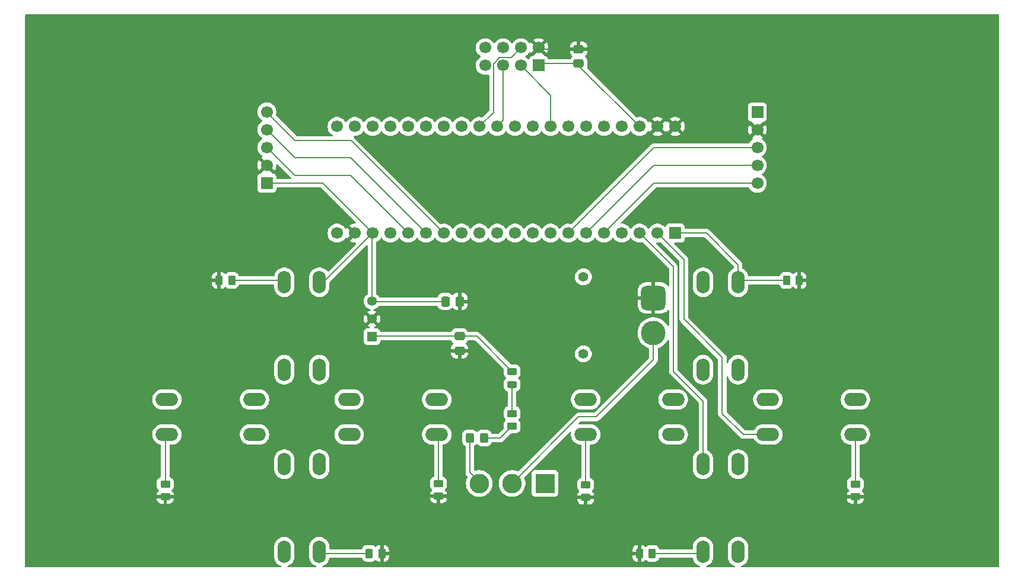
<source format=gbr>
%TF.GenerationSoftware,KiCad,Pcbnew,9.0.2*%
%TF.CreationDate,2025-08-17T08:15:12-04:00*%
%TF.ProjectId,Controller_Simple,436f6e74-726f-46c6-9c65-725f53696d70,rev?*%
%TF.SameCoordinates,Original*%
%TF.FileFunction,Copper,L1,Top*%
%TF.FilePolarity,Positive*%
%FSLAX46Y46*%
G04 Gerber Fmt 4.6, Leading zero omitted, Abs format (unit mm)*
G04 Created by KiCad (PCBNEW 9.0.2) date 2025-08-17 08:15:12*
%MOMM*%
%LPD*%
G01*
G04 APERTURE LIST*
G04 Aperture macros list*
%AMRoundRect*
0 Rectangle with rounded corners*
0 $1 Rounding radius*
0 $2 $3 $4 $5 $6 $7 $8 $9 X,Y pos of 4 corners*
0 Add a 4 corners polygon primitive as box body*
4,1,4,$2,$3,$4,$5,$6,$7,$8,$9,$2,$3,0*
0 Add four circle primitives for the rounded corners*
1,1,$1+$1,$2,$3*
1,1,$1+$1,$4,$5*
1,1,$1+$1,$6,$7*
1,1,$1+$1,$8,$9*
0 Add four rect primitives between the rounded corners*
20,1,$1+$1,$2,$3,$4,$5,0*
20,1,$1+$1,$4,$5,$6,$7,0*
20,1,$1+$1,$6,$7,$8,$9,0*
20,1,$1+$1,$8,$9,$2,$3,0*%
G04 Aperture macros list end*
%TA.AperFunction,ComponentPad*%
%ADD10C,1.358000*%
%TD*%
%TA.AperFunction,ComponentPad*%
%ADD11R,1.358000X1.358000*%
%TD*%
%TA.AperFunction,SMDPad,CuDef*%
%ADD12RoundRect,0.250000X-0.450000X0.262500X-0.450000X-0.262500X0.450000X-0.262500X0.450000X0.262500X0*%
%TD*%
%TA.AperFunction,SMDPad,CuDef*%
%ADD13RoundRect,0.243750X-0.456250X0.243750X-0.456250X-0.243750X0.456250X-0.243750X0.456250X0.243750X0*%
%TD*%
%TA.AperFunction,ComponentPad*%
%ADD14C,2.794000*%
%TD*%
%TA.AperFunction,ComponentPad*%
%ADD15R,2.794000X2.794000*%
%TD*%
%TA.AperFunction,ComponentPad*%
%ADD16O,1.900000X3.200000*%
%TD*%
%TA.AperFunction,SMDPad,CuDef*%
%ADD17RoundRect,0.250000X0.262500X0.450000X-0.262500X0.450000X-0.262500X-0.450000X0.262500X-0.450000X0*%
%TD*%
%TA.AperFunction,ComponentPad*%
%ADD18O,3.200000X1.900000*%
%TD*%
%TA.AperFunction,SMDPad,CuDef*%
%ADD19RoundRect,0.250000X-0.475000X0.337500X-0.475000X-0.337500X0.475000X-0.337500X0.475000X0.337500X0*%
%TD*%
%TA.AperFunction,SMDPad,CuDef*%
%ADD20RoundRect,0.250000X-0.337500X-0.475000X0.337500X-0.475000X0.337500X0.475000X-0.337500X0.475000X0*%
%TD*%
%TA.AperFunction,SMDPad,CuDef*%
%ADD21RoundRect,0.250000X0.475000X-0.337500X0.475000X0.337500X-0.475000X0.337500X-0.475000X-0.337500X0*%
%TD*%
%TA.AperFunction,ComponentPad*%
%ADD22R,1.700000X1.700000*%
%TD*%
%TA.AperFunction,ComponentPad*%
%ADD23C,1.700000*%
%TD*%
%TA.AperFunction,SMDPad,CuDef*%
%ADD24RoundRect,0.250000X-0.262500X-0.450000X0.262500X-0.450000X0.262500X0.450000X-0.262500X0.450000X0*%
%TD*%
%TA.AperFunction,SMDPad,CuDef*%
%ADD25RoundRect,0.250000X0.325000X0.450000X-0.325000X0.450000X-0.325000X-0.450000X0.325000X-0.450000X0*%
%TD*%
%TA.AperFunction,ComponentPad*%
%ADD26C,1.400000*%
%TD*%
%TA.AperFunction,ComponentPad*%
%ADD27RoundRect,0.770000X0.980000X-0.980000X0.980000X0.980000X-0.980000X0.980000X-0.980000X-0.980000X0*%
%TD*%
%TA.AperFunction,ComponentPad*%
%ADD28C,3.500000*%
%TD*%
%TA.AperFunction,Conductor*%
%ADD29C,0.200000*%
%TD*%
G04 APERTURE END LIST*
D10*
%TO.P,PS1,3,+VOUT*%
%TO.N,+5V*%
X90000000Y-61460000D03*
%TO.P,PS1,2,GND*%
%TO.N,GND*%
X90000000Y-64000000D03*
D11*
%TO.P,PS1,1,+VIN*%
%TO.N,+12V*%
X90000000Y-66540000D03*
%TD*%
D12*
%TO.P,R9,1*%
%TO.N,Net-(D1-A)*%
X110000000Y-77500000D03*
%TO.P,R9,2*%
%TO.N,Net-(F1-Pad1)*%
X110000000Y-79325000D03*
%TD*%
D13*
%TO.P,D1,1,K*%
%TO.N,+12V*%
X110000000Y-71500000D03*
%TO.P,D1,2,A*%
%TO.N,Net-(D1-A)*%
X110000000Y-73375000D03*
%TD*%
D14*
%TO.P,SW9,3,A*%
%TO.N,Net-(SW9-A)*%
X105301000Y-87500000D03*
%TO.P,SW9,2,B*%
%TO.N,Net-(J4-Pin_2)*%
X110000000Y-87500000D03*
D15*
%TO.P,SW9,1,C*%
%TO.N,unconnected-(SW9-C-Pad1)*%
X114699000Y-87500000D03*
%TD*%
D12*
%TO.P,R8,1*%
%TO.N,SW6*%
X60500000Y-87587500D03*
%TO.P,R8,2*%
%TO.N,GND*%
X60500000Y-89412500D03*
%TD*%
D16*
%TO.P,SW5,1,1*%
%TO.N,+5V*%
X82500000Y-58750000D03*
X82500000Y-71250000D03*
%TO.P,SW5,2,2*%
%TO.N,SW8*%
X77500000Y-58750000D03*
X77500000Y-71250000D03*
%TD*%
D17*
%TO.P,R4,1*%
%TO.N,SW4*%
X130000000Y-97500000D03*
%TO.P,R4,2*%
%TO.N,GND*%
X128175000Y-97500000D03*
%TD*%
D16*
%TO.P,SW4,1,1*%
%TO.N,+5V*%
X142250000Y-84750000D03*
X142250000Y-97250000D03*
%TO.P,SW4,2,2*%
%TO.N,SW4*%
X137250000Y-84750000D03*
X137250000Y-97250000D03*
%TD*%
D18*
%TO.P,SW8,1,1*%
%TO.N,+5V*%
X60750000Y-75500000D03*
X73250000Y-75500000D03*
%TO.P,SW8,2,2*%
%TO.N,SW6*%
X60750000Y-80500000D03*
X73250000Y-80500000D03*
%TD*%
D19*
%TO.P,C2,1*%
%TO.N,+12V*%
X102500000Y-66462500D03*
%TO.P,C2,2*%
%TO.N,GND*%
X102500000Y-68537500D03*
%TD*%
D20*
%TO.P,C3,1*%
%TO.N,+5V*%
X100462500Y-61500000D03*
%TO.P,C3,2*%
%TO.N,GND*%
X102537500Y-61500000D03*
%TD*%
D18*
%TO.P,SW6,1,1*%
%TO.N,+5V*%
X86750000Y-75500000D03*
X99250000Y-75500000D03*
%TO.P,SW6,2,2*%
%TO.N,SW5*%
X86750000Y-80500000D03*
X99250000Y-80500000D03*
%TD*%
D16*
%TO.P,SW2,1,1*%
%TO.N,+5V*%
X137250000Y-71250000D03*
X137250000Y-58750000D03*
%TO.P,SW2,2,2*%
%TO.N,SW2*%
X142250000Y-71250000D03*
X142250000Y-58750000D03*
%TD*%
D21*
%TO.P,C1,1*%
%TO.N,+3.3V*%
X119500000Y-27537500D03*
%TO.P,C1,2*%
%TO.N,GND*%
X119500000Y-25462500D03*
%TD*%
D12*
%TO.P,R1,1*%
%TO.N,SW1*%
X120500000Y-87675000D03*
%TO.P,R1,2*%
%TO.N,GND*%
X120500000Y-89500000D03*
%TD*%
%TO.P,R3,1*%
%TO.N,SW3*%
X159000000Y-87587500D03*
%TO.P,R3,2*%
%TO.N,GND*%
X159000000Y-89412500D03*
%TD*%
D17*
%TO.P,R5,1*%
%TO.N,SW8*%
X70000000Y-58500000D03*
%TO.P,R5,2*%
%TO.N,GND*%
X68175000Y-58500000D03*
%TD*%
D22*
%TO.P,J3,1,Pin_1*%
%TO.N,+5V*%
X145000000Y-34450000D03*
D23*
%TO.P,J3,2,Pin_2*%
%TO.N,GND*%
X145000000Y-36990000D03*
%TO.P,J3,3,Pin_3*%
%TO.N,VRX2*%
X145000000Y-39530000D03*
%TO.P,J3,4,Pin_4*%
%TO.N,VRY2*%
X145000000Y-42070000D03*
%TO.P,J3,5,Pin_5*%
%TO.N,SWJ2*%
X145000000Y-44610000D03*
%TD*%
D22*
%TO.P,J2,1,Pin_1*%
%TO.N,+5V*%
X75000000Y-44580000D03*
D23*
%TO.P,J2,2,Pin_2*%
%TO.N,GND*%
X75000000Y-42040000D03*
%TO.P,J2,3,Pin_3*%
%TO.N,VRX1*%
X75000000Y-39500000D03*
%TO.P,J2,4,Pin_4*%
%TO.N,VRY1*%
X75000000Y-36960000D03*
%TO.P,J2,5,Pin_5*%
%TO.N,SWJ1*%
X75000000Y-34420000D03*
%TD*%
D22*
%TO.P,J1,1,Pin_1*%
%TO.N,+3.3V*%
X113800000Y-27790000D03*
D23*
%TO.P,J1,2,Pin_2*%
%TO.N,GND*%
X113800000Y-25250000D03*
%TO.P,J1,3,Pin_3*%
%TO.N,CE1*%
X111260000Y-27790000D03*
%TO.P,J1,4,Pin_4*%
%TO.N,CSN1*%
X111260000Y-25250000D03*
%TO.P,J1,5,Pin_5*%
%TO.N,SCK1*%
X108720000Y-27790000D03*
%TO.P,J1,6,Pin_6*%
%TO.N,MOSI1*%
X108720000Y-25250000D03*
%TO.P,J1,7,Pin_7*%
%TO.N,MISO1*%
X106180000Y-27790000D03*
%TO.P,J1,8,Pin_8*%
%TO.N,unconnected-(J1-Pin_8-Pad8)*%
X106180000Y-25250000D03*
%TD*%
D24*
%TO.P,R7,1*%
%TO.N,SW7*%
X89587500Y-97500000D03*
%TO.P,R7,2*%
%TO.N,GND*%
X91412500Y-97500000D03*
%TD*%
D25*
%TO.P,F1,1*%
%TO.N,Net-(F1-Pad1)*%
X106000000Y-81000000D03*
%TO.P,F1,2*%
%TO.N,Net-(SW9-A)*%
X103950000Y-81000000D03*
%TD*%
D16*
%TO.P,SW7,1,1*%
%TO.N,+5V*%
X77500000Y-97250000D03*
X77500000Y-84750000D03*
%TO.P,SW7,2,2*%
%TO.N,SW7*%
X82500000Y-97250000D03*
X82500000Y-84750000D03*
%TD*%
D12*
%TO.P,R6,1*%
%TO.N,SW5*%
X99500000Y-87500000D03*
%TO.P,R6,2*%
%TO.N,GND*%
X99500000Y-89325000D03*
%TD*%
D24*
%TO.P,R2,1*%
%TO.N,SW2*%
X149175000Y-58500000D03*
%TO.P,R2,2*%
%TO.N,GND*%
X151000000Y-58500000D03*
%TD*%
D18*
%TO.P,SW3,1,1*%
%TO.N,+5V*%
X146500000Y-75500000D03*
X159000000Y-75500000D03*
%TO.P,SW3,2,2*%
%TO.N,SW3*%
X146500000Y-80500000D03*
X159000000Y-80500000D03*
%TD*%
%TO.P,SW1,1,1*%
%TO.N,+5V*%
X120500000Y-75500000D03*
X133000000Y-75500000D03*
%TO.P,SW1,2,2*%
%TO.N,SW1*%
X120500000Y-80500000D03*
X133000000Y-80500000D03*
%TD*%
D22*
%TO.P,U2,1,PB12*%
%TO.N,SW2*%
X133280000Y-51740000D03*
D23*
%TO.P,U2,2,PB13*%
%TO.N,SW3*%
X130740000Y-51740000D03*
%TO.P,U2,3,PB14*%
%TO.N,SW4*%
X128200000Y-51740000D03*
%TO.P,U2,4,PB15*%
%TO.N,SW1*%
X125660000Y-51740000D03*
%TO.P,U2,5,PA8*%
%TO.N,SWJ2*%
X123120000Y-51740000D03*
%TO.P,U2,6,PA9*%
%TO.N,VRY2*%
X120580000Y-51740000D03*
%TO.P,U2,7,PA10*%
%TO.N,VRX2*%
X118040000Y-51740000D03*
%TO.P,U2,8,PA11*%
%TO.N,unconnected-(U2-PA11-Pad8)*%
X115500000Y-51740000D03*
%TO.P,U2,9,PA12*%
%TO.N,SW5*%
X112960000Y-51740000D03*
%TO.P,U2,10,PA15*%
%TO.N,SW7*%
X110420000Y-51740000D03*
%TO.P,U2,11,PB3*%
%TO.N,SW6*%
X107880000Y-51740000D03*
%TO.P,U2,12,PB4*%
%TO.N,SW8*%
X105340000Y-51740000D03*
%TO.P,U2,13,PB5*%
%TO.N,unconnected-(U2-PB5-Pad13)*%
X102800000Y-51740000D03*
%TO.P,U2,14,PB6*%
%TO.N,SWJ1*%
X100260000Y-51740000D03*
%TO.P,U2,15,PB7*%
%TO.N,VRY1*%
X97720000Y-51740000D03*
%TO.P,U2,16,PB8*%
%TO.N,VRX1*%
X95180000Y-51740000D03*
%TO.P,U2,17,PB9*%
%TO.N,unconnected-(U2-PB9-Pad17)*%
X92640000Y-51740000D03*
%TO.P,U2,18,5V*%
%TO.N,+5V*%
X90100000Y-51740000D03*
%TO.P,U2,19,GND*%
%TO.N,GND*%
X87560000Y-51740000D03*
%TO.P,U2,20,3V3*%
%TO.N,unconnected-(U2-3V3-Pad20)*%
X85020000Y-51740000D03*
%TO.P,U2,21,VBat*%
%TO.N,unconnected-(U2-VBat-Pad21)*%
X85020000Y-36500000D03*
%TO.P,U2,22,PC13*%
%TO.N,unconnected-(U2-PC13-Pad22)*%
X87560000Y-36500000D03*
%TO.P,U2,23,PC14*%
%TO.N,unconnected-(U2-PC14-Pad23)*%
X90100000Y-36500000D03*
%TO.P,U2,24,PC15*%
%TO.N,unconnected-(U2-PC15-Pad24)*%
X92640000Y-36500000D03*
%TO.P,U2,25,PA0*%
%TO.N,unconnected-(U2-PA0-Pad25)*%
X95180000Y-36500000D03*
%TO.P,U2,26,PA1*%
%TO.N,unconnected-(U2-PA1-Pad26)*%
X97720000Y-36500000D03*
%TO.P,U2,27,PA2*%
%TO.N,unconnected-(U2-PA2-Pad27)*%
X100260000Y-36500000D03*
%TO.P,U2,28,PA3*%
%TO.N,unconnected-(U2-PA3-Pad28)*%
X102800000Y-36500000D03*
%TO.P,U2,29,PA4*%
%TO.N,CSN1*%
X105340000Y-36500000D03*
%TO.P,U2,30,PA5*%
%TO.N,SCK1*%
X107880000Y-36500000D03*
%TO.P,U2,31,PA6*%
%TO.N,MISO1*%
X110420000Y-36500000D03*
%TO.P,U2,32,PA7*%
%TO.N,MOSI1*%
X112960000Y-36500000D03*
%TO.P,U2,33,PB0*%
%TO.N,CE1*%
X115500000Y-36500000D03*
%TO.P,U2,34,PB1*%
%TO.N,unconnected-(U2-PB1-Pad34)*%
X118040000Y-36500000D03*
%TO.P,U2,35,PB10*%
%TO.N,unconnected-(U2-PB10-Pad35)*%
X120580000Y-36500000D03*
%TO.P,U2,36,PB11*%
%TO.N,unconnected-(U2-PB11-Pad36)*%
X123120000Y-36500000D03*
%TO.P,U2,37,RST*%
%TO.N,unconnected-(U2-RST-Pad37)*%
X125660000Y-36500000D03*
%TO.P,U2,38,3V3*%
%TO.N,+3.3V*%
X128200000Y-36500000D03*
%TO.P,U2,39,GND*%
%TO.N,GND*%
X130740000Y-36500000D03*
%TO.P,U2,40,GND*%
X133280000Y-36500000D03*
%TD*%
D26*
%TO.P,J4,*%
%TO.N,*%
X120175000Y-69000000D03*
X120175000Y-58000000D03*
D27*
%TO.P,J4,1,Pin_1*%
%TO.N,GND*%
X130175000Y-61000000D03*
D28*
%TO.P,J4,2,Pin_2*%
%TO.N,Net-(J4-Pin_2)*%
X130175000Y-66000000D03*
%TD*%
D29*
%TO.N,+3.3V*%
X114052500Y-27537500D02*
X113800000Y-27790000D01*
X119500000Y-27537500D02*
X114052500Y-27537500D01*
%TO.N,+5V*%
X100462500Y-61500000D02*
X90040000Y-61500000D01*
X90040000Y-61500000D02*
X90000000Y-61460000D01*
%TO.N,+3.3V*%
X119247500Y-27790000D02*
X119500000Y-27537500D01*
%TO.N,SW3*%
X140000000Y-69500000D02*
X140000000Y-70500000D01*
X134500000Y-64000000D02*
X140000000Y-69500000D01*
X134500000Y-55500000D02*
X134500000Y-64000000D01*
X130740000Y-51740000D02*
X134500000Y-55500000D01*
%TO.N,SW4*%
X133000000Y-56540000D02*
X128200000Y-51740000D01*
X133000000Y-71500000D02*
X133000000Y-56540000D01*
X137250000Y-75750000D02*
X133000000Y-71500000D01*
X137250000Y-84750000D02*
X137250000Y-75750000D01*
%TO.N,SW3*%
X140000000Y-77500000D02*
X140000000Y-70500000D01*
X143000000Y-80500000D02*
X140000000Y-77500000D01*
X146500000Y-80500000D02*
X143000000Y-80500000D01*
%TO.N,+12V*%
X90077500Y-66462500D02*
X90000000Y-66540000D01*
X102500000Y-66462500D02*
X90077500Y-66462500D01*
X104962500Y-66462500D02*
X110000000Y-71500000D01*
X102500000Y-66462500D02*
X104962500Y-66462500D01*
%TO.N,+5V*%
X83090000Y-58750000D02*
X90100000Y-51740000D01*
X82500000Y-58750000D02*
X83090000Y-58750000D01*
%TO.N,GND*%
X114012500Y-25462500D02*
X113800000Y-25250000D01*
X119500000Y-25462500D02*
X114012500Y-25462500D01*
%TO.N,+3.3V*%
X119500000Y-27800000D02*
X128200000Y-36500000D01*
X119500000Y-27537500D02*
X119500000Y-27800000D01*
%TO.N,+5V*%
X90000000Y-61460000D02*
X90000000Y-51840000D01*
%TO.N,Net-(D1-A)*%
X110000000Y-77500000D02*
X110000000Y-73375000D01*
%TO.N,Net-(F1-Pad1)*%
X108325000Y-81000000D02*
X110000000Y-79325000D01*
X106000000Y-81000000D02*
X108325000Y-81000000D01*
%TO.N,Net-(SW9-A)*%
X105500000Y-87500000D02*
X103950000Y-85950000D01*
X105301000Y-87500000D02*
X105500000Y-87500000D01*
X103950000Y-85950000D02*
X103950000Y-81000000D01*
%TO.N,Net-(J4-Pin_2)*%
X110000000Y-87500000D02*
X119500000Y-78000000D01*
X122000000Y-78000000D02*
X119500000Y-78000000D01*
X130175000Y-69825000D02*
X122000000Y-78000000D01*
X130175000Y-66000000D02*
X130175000Y-69825000D01*
%TO.N,+5V*%
X75000000Y-44580000D02*
X82940000Y-44580000D01*
X82940000Y-44580000D02*
X90100000Y-51740000D01*
%TO.N,CSN1*%
X108243240Y-26639000D02*
X107331000Y-27551240D01*
X109871000Y-26639000D02*
X108243240Y-26639000D01*
X111260000Y-25250000D02*
X109871000Y-26639000D01*
X107331000Y-27551240D02*
X107331000Y-34509000D01*
X107331000Y-34509000D02*
X105340000Y-36500000D01*
%TO.N,CE1*%
X111260000Y-27790000D02*
X115500000Y-32030000D01*
X115500000Y-32030000D02*
X115500000Y-36500000D01*
%TO.N,SCK1*%
X108720000Y-27790000D02*
X108720000Y-35660000D01*
X108720000Y-35660000D02*
X107880000Y-36500000D01*
%TO.N,VRX1*%
X86940000Y-43500000D02*
X95180000Y-51740000D01*
X75000000Y-39500000D02*
X79000000Y-43500000D01*
X79000000Y-43500000D02*
X86940000Y-43500000D01*
%TO.N,VRY1*%
X79000000Y-41000000D02*
X86980000Y-41000000D01*
X86980000Y-41000000D02*
X97720000Y-51740000D01*
X75000000Y-36960000D02*
X79000000Y-40960000D01*
X79000000Y-40960000D02*
X79000000Y-41000000D01*
%TO.N,SWJ1*%
X87020000Y-38500000D02*
X100260000Y-51740000D01*
X75000000Y-34500000D02*
X79000000Y-38500000D01*
X75000000Y-34420000D02*
X75000000Y-34500000D01*
X79000000Y-38500000D02*
X87020000Y-38500000D01*
%TO.N,SWJ2*%
X130250000Y-44610000D02*
X123120000Y-51740000D01*
X145000000Y-44610000D02*
X130250000Y-44610000D01*
%TO.N,VRY2*%
X130250000Y-42070000D02*
X120580000Y-51740000D01*
X145000000Y-42070000D02*
X130250000Y-42070000D01*
%TO.N,VRX2*%
X145000000Y-39530000D02*
X130250000Y-39530000D01*
X130250000Y-39530000D02*
X118040000Y-51740000D01*
%TO.N,SW1*%
X120500000Y-87675000D02*
X120500000Y-80500000D01*
%TO.N,SW2*%
X137740000Y-51740000D02*
X133280000Y-51740000D01*
X149175000Y-58500000D02*
X142500000Y-58500000D01*
X142500000Y-58500000D02*
X142250000Y-58750000D01*
X142250000Y-56250000D02*
X137740000Y-51740000D01*
X142250000Y-58750000D02*
X142250000Y-56250000D01*
X148750000Y-58750000D02*
X149000000Y-58500000D01*
%TO.N,SW3*%
X159000000Y-87587500D02*
X159000000Y-80500000D01*
%TO.N,SW4*%
X137000000Y-97500000D02*
X137250000Y-97250000D01*
X130000000Y-97500000D02*
X137000000Y-97500000D01*
%TO.N,SW8*%
X77250000Y-58500000D02*
X77500000Y-58750000D01*
X70000000Y-58500000D02*
X77250000Y-58500000D01*
%TO.N,SW5*%
X99500000Y-87500000D02*
X99500000Y-80750000D01*
X99500000Y-80750000D02*
X99250000Y-80500000D01*
%TO.N,SW7*%
X89587500Y-97500000D02*
X82750000Y-97500000D01*
X82750000Y-97500000D02*
X82500000Y-97250000D01*
%TO.N,SW6*%
X60500000Y-80750000D02*
X60750000Y-80500000D01*
X60500000Y-87587500D02*
X60500000Y-80750000D01*
%TD*%
%TA.AperFunction,Conductor*%
%TO.N,GND*%
G36*
X76555203Y-41904884D02*
G01*
X76561681Y-41910916D01*
X78418584Y-43767819D01*
X78452069Y-43829142D01*
X78447085Y-43898834D01*
X78405213Y-43954767D01*
X78339749Y-43979184D01*
X78330903Y-43979500D01*
X76474499Y-43979500D01*
X76407460Y-43959815D01*
X76361705Y-43907011D01*
X76350499Y-43855500D01*
X76350499Y-43682129D01*
X76350498Y-43682123D01*
X76350497Y-43682116D01*
X76344091Y-43622517D01*
X76328194Y-43579896D01*
X76293797Y-43487671D01*
X76293793Y-43487664D01*
X76207547Y-43372455D01*
X76207544Y-43372452D01*
X76092335Y-43286206D01*
X76092328Y-43286202D01*
X75957482Y-43235908D01*
X75957483Y-43235908D01*
X75897883Y-43229501D01*
X75897881Y-43229500D01*
X75897873Y-43229500D01*
X75897865Y-43229500D01*
X75887309Y-43229500D01*
X75820270Y-43209815D01*
X75799628Y-43193181D01*
X75129408Y-42522962D01*
X75192993Y-42505925D01*
X75307007Y-42440099D01*
X75400099Y-42347007D01*
X75465925Y-42232993D01*
X75482962Y-42169408D01*
X76115270Y-42801717D01*
X76115270Y-42801716D01*
X76154622Y-42747554D01*
X76251095Y-42558217D01*
X76316757Y-42356130D01*
X76316757Y-42356127D01*
X76350000Y-42146246D01*
X76350000Y-41998597D01*
X76369685Y-41931558D01*
X76422489Y-41885803D01*
X76491647Y-41875859D01*
X76555203Y-41904884D01*
G37*
%TD.AperFunction*%
%TA.AperFunction,Conductor*%
G36*
X113334075Y-25442993D02*
G01*
X113399901Y-25557007D01*
X113492993Y-25650099D01*
X113607007Y-25715925D01*
X113670590Y-25732962D01*
X113000370Y-26403181D01*
X112939047Y-26436666D01*
X112912698Y-26439500D01*
X112902134Y-26439500D01*
X112902123Y-26439501D01*
X112842516Y-26445908D01*
X112707671Y-26496202D01*
X112707664Y-26496206D01*
X112592455Y-26582452D01*
X112592452Y-26582455D01*
X112506206Y-26697664D01*
X112506203Y-26697669D01*
X112457189Y-26829083D01*
X112415317Y-26885016D01*
X112349853Y-26909433D01*
X112281580Y-26894581D01*
X112253326Y-26873430D01*
X112139786Y-26759890D01*
X111967820Y-26634951D01*
X111967115Y-26634591D01*
X111959054Y-26630485D01*
X111908259Y-26582512D01*
X111891463Y-26514692D01*
X111913999Y-26448556D01*
X111959054Y-26409515D01*
X111967816Y-26405051D01*
X112079194Y-26324131D01*
X112139786Y-26280109D01*
X112139788Y-26280106D01*
X112139792Y-26280104D01*
X112290104Y-26129792D01*
X112290106Y-26129788D01*
X112290109Y-26129786D01*
X112375890Y-26011717D01*
X112415051Y-25957816D01*
X112419793Y-25948508D01*
X112467763Y-25897711D01*
X112535583Y-25880911D01*
X112601719Y-25903445D01*
X112640763Y-25948500D01*
X112645373Y-25957547D01*
X112684728Y-26011716D01*
X113317037Y-25379408D01*
X113334075Y-25442993D01*
G37*
%TD.AperFunction*%
%TA.AperFunction,Conductor*%
G36*
X179442539Y-20520185D02*
G01*
X179488294Y-20572989D01*
X179499500Y-20624500D01*
X179499500Y-99375500D01*
X179479815Y-99442539D01*
X179427011Y-99488294D01*
X179375500Y-99499500D01*
X142804067Y-99499500D01*
X142737028Y-99479815D01*
X142691273Y-99427011D01*
X142681329Y-99357853D01*
X142710354Y-99294297D01*
X142765747Y-99257569D01*
X142806799Y-99244231D01*
X143010228Y-99140579D01*
X143194937Y-99006379D01*
X143356379Y-98844937D01*
X143490579Y-98660228D01*
X143594231Y-98456799D01*
X143664784Y-98239660D01*
X143683707Y-98120185D01*
X143700500Y-98014162D01*
X143700500Y-96485837D01*
X143664784Y-96260339D01*
X143594229Y-96043196D01*
X143490578Y-95839771D01*
X143356379Y-95655063D01*
X143194937Y-95493621D01*
X143010228Y-95359421D01*
X142806803Y-95255770D01*
X142589660Y-95185215D01*
X142364162Y-95149500D01*
X142364157Y-95149500D01*
X142135843Y-95149500D01*
X142135838Y-95149500D01*
X141910339Y-95185215D01*
X141693196Y-95255770D01*
X141489771Y-95359421D01*
X141305061Y-95493622D01*
X141143622Y-95655061D01*
X141009421Y-95839771D01*
X140905770Y-96043196D01*
X140835215Y-96260339D01*
X140799500Y-96485837D01*
X140799500Y-98014162D01*
X140835215Y-98239660D01*
X140905770Y-98456803D01*
X140996471Y-98634812D01*
X141009421Y-98660228D01*
X141143621Y-98844937D01*
X141305063Y-99006379D01*
X141489772Y-99140579D01*
X141585884Y-99189550D01*
X141693196Y-99244229D01*
X141693198Y-99244229D01*
X141693201Y-99244231D01*
X141734252Y-99257569D01*
X141791927Y-99297007D01*
X141819125Y-99361366D01*
X141807210Y-99430212D01*
X141759966Y-99481688D01*
X141695933Y-99499500D01*
X137804067Y-99499500D01*
X137737028Y-99479815D01*
X137691273Y-99427011D01*
X137681329Y-99357853D01*
X137710354Y-99294297D01*
X137765747Y-99257569D01*
X137806799Y-99244231D01*
X138010228Y-99140579D01*
X138194937Y-99006379D01*
X138356379Y-98844937D01*
X138490579Y-98660228D01*
X138594231Y-98456799D01*
X138664784Y-98239660D01*
X138683707Y-98120185D01*
X138700500Y-98014162D01*
X138700500Y-96485837D01*
X138664784Y-96260339D01*
X138594229Y-96043196D01*
X138490578Y-95839771D01*
X138356379Y-95655063D01*
X138194937Y-95493621D01*
X138010228Y-95359421D01*
X137806803Y-95255770D01*
X137589660Y-95185215D01*
X137364162Y-95149500D01*
X137364157Y-95149500D01*
X137135843Y-95149500D01*
X137135838Y-95149500D01*
X136910339Y-95185215D01*
X136693196Y-95255770D01*
X136489771Y-95359421D01*
X136305061Y-95493622D01*
X136143622Y-95655061D01*
X136009421Y-95839771D01*
X135905770Y-96043196D01*
X135835215Y-96260339D01*
X135799500Y-96485837D01*
X135799500Y-96775500D01*
X135779815Y-96842539D01*
X135727011Y-96888294D01*
X135675500Y-96899500D01*
X131092801Y-96899500D01*
X131025762Y-96879815D01*
X130980007Y-96827011D01*
X130975095Y-96814504D01*
X130947314Y-96730666D01*
X130855212Y-96581344D01*
X130731156Y-96457288D01*
X130581834Y-96365186D01*
X130415297Y-96310001D01*
X130415295Y-96310000D01*
X130312510Y-96299500D01*
X129687498Y-96299500D01*
X129687480Y-96299501D01*
X129584703Y-96310000D01*
X129584700Y-96310001D01*
X129418168Y-96365185D01*
X129418163Y-96365187D01*
X129268845Y-96457287D01*
X129174827Y-96551305D01*
X129113503Y-96584789D01*
X129043812Y-96579805D01*
X128999465Y-96551304D01*
X128905845Y-96457684D01*
X128756624Y-96365643D01*
X128756619Y-96365641D01*
X128590197Y-96310494D01*
X128590190Y-96310493D01*
X128487486Y-96300000D01*
X128425000Y-96300000D01*
X128425000Y-98699999D01*
X128487472Y-98699999D01*
X128487486Y-98699998D01*
X128590197Y-98689505D01*
X128756619Y-98634358D01*
X128756624Y-98634356D01*
X128905842Y-98542317D01*
X128999464Y-98448695D01*
X129060787Y-98415210D01*
X129130479Y-98420194D01*
X129174827Y-98448695D01*
X129268844Y-98542712D01*
X129418166Y-98634814D01*
X129584703Y-98689999D01*
X129687491Y-98700500D01*
X130312508Y-98700499D01*
X130312516Y-98700498D01*
X130312519Y-98700498D01*
X130368802Y-98694748D01*
X130415297Y-98689999D01*
X130581834Y-98634814D01*
X130731156Y-98542712D01*
X130855212Y-98418656D01*
X130947314Y-98269334D01*
X130975095Y-98185495D01*
X131014868Y-98128051D01*
X131079384Y-98101228D01*
X131092801Y-98100500D01*
X135707269Y-98100500D01*
X135774308Y-98120185D01*
X135820063Y-98172989D01*
X135829742Y-98205101D01*
X135835215Y-98239657D01*
X135835216Y-98239660D01*
X135905769Y-98456799D01*
X136009421Y-98660228D01*
X136143621Y-98844937D01*
X136305063Y-99006379D01*
X136489772Y-99140579D01*
X136585884Y-99189550D01*
X136693196Y-99244229D01*
X136693198Y-99244229D01*
X136693201Y-99244231D01*
X136734252Y-99257569D01*
X136791927Y-99297007D01*
X136819125Y-99361366D01*
X136807210Y-99430212D01*
X136759966Y-99481688D01*
X136695933Y-99499500D01*
X83054067Y-99499500D01*
X82987028Y-99479815D01*
X82941273Y-99427011D01*
X82931329Y-99357853D01*
X82960354Y-99294297D01*
X83015747Y-99257569D01*
X83056799Y-99244231D01*
X83260228Y-99140579D01*
X83444937Y-99006379D01*
X83606379Y-98844937D01*
X83740579Y-98660228D01*
X83844231Y-98456799D01*
X83914784Y-98239660D01*
X83920258Y-98205101D01*
X83950188Y-98141966D01*
X84009500Y-98105036D01*
X84042731Y-98100500D01*
X88494699Y-98100500D01*
X88561738Y-98120185D01*
X88607493Y-98172989D01*
X88612403Y-98185492D01*
X88640186Y-98269334D01*
X88732288Y-98418656D01*
X88856344Y-98542712D01*
X89005666Y-98634814D01*
X89172203Y-98689999D01*
X89274991Y-98700500D01*
X89900008Y-98700499D01*
X89900016Y-98700498D01*
X89900019Y-98700498D01*
X89956302Y-98694748D01*
X90002797Y-98689999D01*
X90169334Y-98634814D01*
X90318656Y-98542712D01*
X90412675Y-98448692D01*
X90473994Y-98415210D01*
X90543686Y-98420194D01*
X90588034Y-98448695D01*
X90681654Y-98542315D01*
X90830875Y-98634356D01*
X90830880Y-98634358D01*
X90997302Y-98689505D01*
X90997309Y-98689506D01*
X91100019Y-98699999D01*
X91662500Y-98699999D01*
X91724972Y-98699999D01*
X91724986Y-98699998D01*
X91827697Y-98689505D01*
X91994119Y-98634358D01*
X91994124Y-98634356D01*
X92143345Y-98542315D01*
X92267315Y-98418345D01*
X92359356Y-98269124D01*
X92359358Y-98269119D01*
X92414505Y-98102697D01*
X92414506Y-98102690D01*
X92424999Y-97999986D01*
X127162501Y-97999986D01*
X127172994Y-98102697D01*
X127228141Y-98269119D01*
X127228143Y-98269124D01*
X127320184Y-98418345D01*
X127444154Y-98542315D01*
X127593375Y-98634356D01*
X127593380Y-98634358D01*
X127759802Y-98689505D01*
X127759809Y-98689506D01*
X127862519Y-98699999D01*
X127924999Y-98699998D01*
X127925000Y-98699998D01*
X127925000Y-97750000D01*
X127162501Y-97750000D01*
X127162501Y-97999986D01*
X92424999Y-97999986D01*
X92425000Y-97999973D01*
X92425000Y-97750000D01*
X91662500Y-97750000D01*
X91662500Y-98699999D01*
X91100019Y-98699999D01*
X91162499Y-98699998D01*
X91162500Y-98699998D01*
X91162500Y-97250000D01*
X91662500Y-97250000D01*
X92424999Y-97250000D01*
X92424999Y-97000029D01*
X92424998Y-97000013D01*
X127162500Y-97000013D01*
X127162500Y-97250000D01*
X127925000Y-97250000D01*
X127925000Y-96300000D01*
X127924999Y-96299999D01*
X127862528Y-96300000D01*
X127862511Y-96300001D01*
X127759802Y-96310494D01*
X127593380Y-96365641D01*
X127593375Y-96365643D01*
X127444154Y-96457684D01*
X127320184Y-96581654D01*
X127228143Y-96730875D01*
X127228141Y-96730880D01*
X127172994Y-96897302D01*
X127172993Y-96897309D01*
X127162500Y-97000013D01*
X92424998Y-97000013D01*
X92424998Y-97000012D01*
X92414505Y-96897302D01*
X92359358Y-96730880D01*
X92359356Y-96730875D01*
X92267315Y-96581654D01*
X92143345Y-96457684D01*
X91994124Y-96365643D01*
X91994119Y-96365641D01*
X91827697Y-96310494D01*
X91827690Y-96310493D01*
X91724986Y-96300000D01*
X91662500Y-96300000D01*
X91662500Y-97250000D01*
X91162500Y-97250000D01*
X91162500Y-96300000D01*
X91162499Y-96299999D01*
X91100028Y-96300000D01*
X91100011Y-96300001D01*
X90997302Y-96310494D01*
X90830880Y-96365641D01*
X90830875Y-96365643D01*
X90681657Y-96457682D01*
X90588034Y-96551305D01*
X90526710Y-96584789D01*
X90457019Y-96579805D01*
X90412672Y-96551304D01*
X90318657Y-96457289D01*
X90318656Y-96457288D01*
X90169334Y-96365186D01*
X90002797Y-96310001D01*
X90002795Y-96310000D01*
X89900010Y-96299500D01*
X89274998Y-96299500D01*
X89274980Y-96299501D01*
X89172203Y-96310000D01*
X89172200Y-96310001D01*
X89005668Y-96365185D01*
X89005663Y-96365187D01*
X88856342Y-96457289D01*
X88732289Y-96581342D01*
X88640187Y-96730663D01*
X88640185Y-96730668D01*
X88612405Y-96814504D01*
X88572632Y-96871949D01*
X88508116Y-96898772D01*
X88494699Y-96899500D01*
X84074500Y-96899500D01*
X84007461Y-96879815D01*
X83961706Y-96827011D01*
X83950500Y-96775500D01*
X83950500Y-96485837D01*
X83914784Y-96260339D01*
X83844229Y-96043196D01*
X83740578Y-95839771D01*
X83606379Y-95655063D01*
X83444937Y-95493621D01*
X83260228Y-95359421D01*
X83056803Y-95255770D01*
X82839660Y-95185215D01*
X82614162Y-95149500D01*
X82614157Y-95149500D01*
X82385843Y-95149500D01*
X82385838Y-95149500D01*
X82160339Y-95185215D01*
X81943196Y-95255770D01*
X81739771Y-95359421D01*
X81555061Y-95493622D01*
X81393622Y-95655061D01*
X81259421Y-95839771D01*
X81155770Y-96043196D01*
X81085215Y-96260339D01*
X81049500Y-96485837D01*
X81049500Y-98014162D01*
X81085215Y-98239660D01*
X81155770Y-98456803D01*
X81246471Y-98634812D01*
X81259421Y-98660228D01*
X81393621Y-98844937D01*
X81555063Y-99006379D01*
X81739772Y-99140579D01*
X81835884Y-99189550D01*
X81943196Y-99244229D01*
X81943198Y-99244229D01*
X81943201Y-99244231D01*
X81984252Y-99257569D01*
X82041927Y-99297007D01*
X82069125Y-99361366D01*
X82057210Y-99430212D01*
X82009966Y-99481688D01*
X81945933Y-99499500D01*
X78054067Y-99499500D01*
X77987028Y-99479815D01*
X77941273Y-99427011D01*
X77931329Y-99357853D01*
X77960354Y-99294297D01*
X78015747Y-99257569D01*
X78056799Y-99244231D01*
X78260228Y-99140579D01*
X78444937Y-99006379D01*
X78606379Y-98844937D01*
X78740579Y-98660228D01*
X78844231Y-98456799D01*
X78914784Y-98239660D01*
X78933707Y-98120185D01*
X78950500Y-98014162D01*
X78950500Y-96485837D01*
X78914784Y-96260339D01*
X78844229Y-96043196D01*
X78740578Y-95839771D01*
X78606379Y-95655063D01*
X78444937Y-95493621D01*
X78260228Y-95359421D01*
X78056803Y-95255770D01*
X77839660Y-95185215D01*
X77614162Y-95149500D01*
X77614157Y-95149500D01*
X77385843Y-95149500D01*
X77385838Y-95149500D01*
X77160339Y-95185215D01*
X76943196Y-95255770D01*
X76739771Y-95359421D01*
X76555061Y-95493622D01*
X76393622Y-95655061D01*
X76259421Y-95839771D01*
X76155770Y-96043196D01*
X76085215Y-96260339D01*
X76049500Y-96485837D01*
X76049500Y-98014162D01*
X76085215Y-98239660D01*
X76155770Y-98456803D01*
X76246471Y-98634812D01*
X76259421Y-98660228D01*
X76393621Y-98844937D01*
X76555063Y-99006379D01*
X76739772Y-99140579D01*
X76835884Y-99189550D01*
X76943196Y-99244229D01*
X76943198Y-99244229D01*
X76943201Y-99244231D01*
X76984252Y-99257569D01*
X77041927Y-99297007D01*
X77069125Y-99361366D01*
X77057210Y-99430212D01*
X77009966Y-99481688D01*
X76945933Y-99499500D01*
X40624500Y-99499500D01*
X40557461Y-99479815D01*
X40511706Y-99427011D01*
X40500500Y-99375500D01*
X40500500Y-89724986D01*
X59300001Y-89724986D01*
X59310494Y-89827697D01*
X59365641Y-89994119D01*
X59365643Y-89994124D01*
X59457684Y-90143345D01*
X59581654Y-90267315D01*
X59730875Y-90359356D01*
X59730880Y-90359358D01*
X59897302Y-90414505D01*
X59897309Y-90414506D01*
X60000019Y-90424999D01*
X60249999Y-90424999D01*
X60750000Y-90424999D01*
X60999972Y-90424999D01*
X60999986Y-90424998D01*
X61102697Y-90414505D01*
X61269119Y-90359358D01*
X61269124Y-90359356D01*
X61418345Y-90267315D01*
X61542315Y-90143345D01*
X61634356Y-89994124D01*
X61634358Y-89994119D01*
X61689505Y-89827697D01*
X61689506Y-89827690D01*
X61699999Y-89724986D01*
X61700000Y-89724973D01*
X61700000Y-89662500D01*
X60750000Y-89662500D01*
X60750000Y-90424999D01*
X60249999Y-90424999D01*
X60250000Y-90424998D01*
X60250000Y-89662500D01*
X59300001Y-89662500D01*
X59300001Y-89724986D01*
X40500500Y-89724986D01*
X40500500Y-89637486D01*
X98300001Y-89637486D01*
X98310494Y-89740197D01*
X98365641Y-89906619D01*
X98365643Y-89906624D01*
X98457684Y-90055845D01*
X98581654Y-90179815D01*
X98730875Y-90271856D01*
X98730880Y-90271858D01*
X98897302Y-90327005D01*
X98897309Y-90327006D01*
X99000019Y-90337499D01*
X99249999Y-90337499D01*
X99750000Y-90337499D01*
X99999972Y-90337499D01*
X99999986Y-90337498D01*
X100102697Y-90327005D01*
X100269119Y-90271858D01*
X100269124Y-90271856D01*
X100418345Y-90179815D01*
X100542315Y-90055845D01*
X100634356Y-89906624D01*
X100634358Y-89906619D01*
X100665551Y-89812486D01*
X119300001Y-89812486D01*
X119310494Y-89915197D01*
X119365641Y-90081619D01*
X119365643Y-90081624D01*
X119457684Y-90230845D01*
X119581654Y-90354815D01*
X119730875Y-90446856D01*
X119730880Y-90446858D01*
X119897302Y-90502005D01*
X119897309Y-90502006D01*
X120000019Y-90512499D01*
X120249999Y-90512499D01*
X120750000Y-90512499D01*
X120999972Y-90512499D01*
X120999986Y-90512498D01*
X121102697Y-90502005D01*
X121269119Y-90446858D01*
X121269124Y-90446856D01*
X121418345Y-90354815D01*
X121542315Y-90230845D01*
X121634356Y-90081624D01*
X121634358Y-90081619D01*
X121689505Y-89915197D01*
X121689506Y-89915190D01*
X121699999Y-89812486D01*
X121700000Y-89812473D01*
X121700000Y-89750000D01*
X120750000Y-89750000D01*
X120750000Y-90512499D01*
X120249999Y-90512499D01*
X120250000Y-90512498D01*
X120250000Y-89750000D01*
X119300001Y-89750000D01*
X119300001Y-89812486D01*
X100665551Y-89812486D01*
X100689505Y-89740197D01*
X100689506Y-89740189D01*
X100691059Y-89724986D01*
X157800001Y-89724986D01*
X157810494Y-89827697D01*
X157865641Y-89994119D01*
X157865643Y-89994124D01*
X157957684Y-90143345D01*
X158081654Y-90267315D01*
X158230875Y-90359356D01*
X158230880Y-90359358D01*
X158397302Y-90414505D01*
X158397309Y-90414506D01*
X158500019Y-90424999D01*
X158749999Y-90424999D01*
X159250000Y-90424999D01*
X159499972Y-90424999D01*
X159499986Y-90424998D01*
X159602697Y-90414505D01*
X159769119Y-90359358D01*
X159769124Y-90359356D01*
X159918345Y-90267315D01*
X160042315Y-90143345D01*
X160134356Y-89994124D01*
X160134358Y-89994119D01*
X160189505Y-89827697D01*
X160189506Y-89827690D01*
X160199999Y-89724986D01*
X160200000Y-89724973D01*
X160200000Y-89662500D01*
X159250000Y-89662500D01*
X159250000Y-90424999D01*
X158749999Y-90424999D01*
X158750000Y-90424998D01*
X158750000Y-89662500D01*
X157800001Y-89662500D01*
X157800001Y-89724986D01*
X100691059Y-89724986D01*
X100694799Y-89688382D01*
X100700000Y-89607165D01*
X100700000Y-89575000D01*
X99750000Y-89575000D01*
X99750000Y-90337499D01*
X99249999Y-90337499D01*
X99250000Y-90337498D01*
X99250000Y-89575000D01*
X98300001Y-89575000D01*
X98300001Y-89637486D01*
X40500500Y-89637486D01*
X40500500Y-80385837D01*
X58649500Y-80385837D01*
X58649500Y-80614162D01*
X58685215Y-80839660D01*
X58755770Y-81056803D01*
X58812533Y-81168205D01*
X58859421Y-81260228D01*
X58993621Y-81444937D01*
X59155063Y-81606379D01*
X59339772Y-81740579D01*
X59396207Y-81769334D01*
X59543196Y-81844229D01*
X59543198Y-81844229D01*
X59543201Y-81844231D01*
X59760340Y-81914784D01*
X59794900Y-81920257D01*
X59858032Y-81950185D01*
X59894963Y-82009496D01*
X59899500Y-82042730D01*
X59899500Y-86494699D01*
X59879815Y-86561738D01*
X59827011Y-86607493D01*
X59814507Y-86612403D01*
X59781962Y-86623188D01*
X59730668Y-86640185D01*
X59730663Y-86640187D01*
X59581342Y-86732289D01*
X59457289Y-86856342D01*
X59365187Y-87005663D01*
X59365186Y-87005666D01*
X59310001Y-87172203D01*
X59310001Y-87172204D01*
X59310000Y-87172204D01*
X59299500Y-87274983D01*
X59299500Y-87900001D01*
X59299501Y-87900019D01*
X59310000Y-88002796D01*
X59310001Y-88002799D01*
X59365185Y-88169331D01*
X59365187Y-88169336D01*
X59457289Y-88318657D01*
X59551304Y-88412672D01*
X59584789Y-88473995D01*
X59579805Y-88543687D01*
X59551305Y-88588034D01*
X59457682Y-88681657D01*
X59365643Y-88830875D01*
X59365641Y-88830880D01*
X59310494Y-88997302D01*
X59310493Y-88997309D01*
X59300000Y-89100013D01*
X59300000Y-89162500D01*
X61699999Y-89162500D01*
X61699999Y-89100028D01*
X61699998Y-89100013D01*
X61689505Y-88997302D01*
X61634358Y-88830880D01*
X61634356Y-88830875D01*
X61542315Y-88681654D01*
X61448695Y-88588034D01*
X61415210Y-88526711D01*
X61420194Y-88457019D01*
X61448691Y-88412676D01*
X61542712Y-88318656D01*
X61634814Y-88169334D01*
X61689999Y-88002797D01*
X61700500Y-87900009D01*
X61700499Y-87274992D01*
X61698937Y-87259704D01*
X61689999Y-87172203D01*
X61689998Y-87172200D01*
X61634814Y-87005666D01*
X61542712Y-86856344D01*
X61418656Y-86732288D01*
X61299777Y-86658963D01*
X61269336Y-86640187D01*
X61269331Y-86640185D01*
X61267082Y-86639439D01*
X61185495Y-86612404D01*
X61128051Y-86572632D01*
X61101228Y-86508116D01*
X61100500Y-86494699D01*
X61100500Y-83985837D01*
X76049500Y-83985837D01*
X76049500Y-85514162D01*
X76085215Y-85739660D01*
X76155770Y-85956803D01*
X76213611Y-86070321D01*
X76259421Y-86160228D01*
X76393621Y-86344937D01*
X76555063Y-86506379D01*
X76739772Y-86640579D01*
X76802423Y-86672501D01*
X76943196Y-86744229D01*
X76943198Y-86744229D01*
X76943201Y-86744231D01*
X77018946Y-86768842D01*
X77160339Y-86814784D01*
X77385838Y-86850500D01*
X77385843Y-86850500D01*
X77614162Y-86850500D01*
X77839660Y-86814784D01*
X78056799Y-86744231D01*
X78260228Y-86640579D01*
X78444937Y-86506379D01*
X78606379Y-86344937D01*
X78740579Y-86160228D01*
X78844231Y-85956799D01*
X78914784Y-85739660D01*
X78921169Y-85699345D01*
X78950500Y-85514162D01*
X78950500Y-83985837D01*
X81049500Y-83985837D01*
X81049500Y-85514162D01*
X81085215Y-85739660D01*
X81155770Y-85956803D01*
X81213611Y-86070321D01*
X81259421Y-86160228D01*
X81393621Y-86344937D01*
X81555063Y-86506379D01*
X81739772Y-86640579D01*
X81802423Y-86672501D01*
X81943196Y-86744229D01*
X81943198Y-86744229D01*
X81943201Y-86744231D01*
X82018946Y-86768842D01*
X82160339Y-86814784D01*
X82385838Y-86850500D01*
X82385843Y-86850500D01*
X82614162Y-86850500D01*
X82839660Y-86814784D01*
X83056799Y-86744231D01*
X83260228Y-86640579D01*
X83444937Y-86506379D01*
X83606379Y-86344937D01*
X83740579Y-86160228D01*
X83844231Y-85956799D01*
X83914784Y-85739660D01*
X83921169Y-85699345D01*
X83950500Y-85514162D01*
X83950500Y-83985837D01*
X83914784Y-83760339D01*
X83844229Y-83543196D01*
X83740578Y-83339771D01*
X83606379Y-83155063D01*
X83444937Y-82993621D01*
X83260228Y-82859421D01*
X83260224Y-82859419D01*
X83056803Y-82755770D01*
X82839660Y-82685215D01*
X82614162Y-82649500D01*
X82614157Y-82649500D01*
X82385843Y-82649500D01*
X82385838Y-82649500D01*
X82160339Y-82685215D01*
X81943196Y-82755770D01*
X81739771Y-82859421D01*
X81555061Y-82993622D01*
X81393622Y-83155061D01*
X81259421Y-83339771D01*
X81155770Y-83543196D01*
X81085215Y-83760339D01*
X81049500Y-83985837D01*
X78950500Y-83985837D01*
X78914784Y-83760339D01*
X78844229Y-83543196D01*
X78740578Y-83339771D01*
X78606379Y-83155063D01*
X78444937Y-82993621D01*
X78260228Y-82859421D01*
X78260224Y-82859419D01*
X78056803Y-82755770D01*
X77839660Y-82685215D01*
X77614162Y-82649500D01*
X77614157Y-82649500D01*
X77385843Y-82649500D01*
X77385838Y-82649500D01*
X77160339Y-82685215D01*
X76943196Y-82755770D01*
X76739771Y-82859421D01*
X76555061Y-82993622D01*
X76393622Y-83155061D01*
X76259421Y-83339771D01*
X76155770Y-83543196D01*
X76085215Y-83760339D01*
X76049500Y-83985837D01*
X61100500Y-83985837D01*
X61100500Y-82074500D01*
X61120185Y-82007461D01*
X61172989Y-81961706D01*
X61224500Y-81950500D01*
X61514162Y-81950500D01*
X61739660Y-81914784D01*
X61745184Y-81912989D01*
X61956799Y-81844231D01*
X62160228Y-81740579D01*
X62344937Y-81606379D01*
X62506379Y-81444937D01*
X62640579Y-81260228D01*
X62744231Y-81056799D01*
X62814784Y-80839660D01*
X62850500Y-80614162D01*
X62850500Y-80385837D01*
X71149500Y-80385837D01*
X71149500Y-80614162D01*
X71185215Y-80839660D01*
X71255770Y-81056803D01*
X71312533Y-81168205D01*
X71359421Y-81260228D01*
X71493621Y-81444937D01*
X71655063Y-81606379D01*
X71839772Y-81740579D01*
X71896207Y-81769334D01*
X72043196Y-81844229D01*
X72043198Y-81844229D01*
X72043201Y-81844231D01*
X72159592Y-81882049D01*
X72260339Y-81914784D01*
X72485838Y-81950500D01*
X72485843Y-81950500D01*
X74014162Y-81950500D01*
X74239660Y-81914784D01*
X74245184Y-81912989D01*
X74456799Y-81844231D01*
X74660228Y-81740579D01*
X74844937Y-81606379D01*
X75006379Y-81444937D01*
X75140579Y-81260228D01*
X75244231Y-81056799D01*
X75314784Y-80839660D01*
X75350500Y-80614162D01*
X75350500Y-80385837D01*
X84649500Y-80385837D01*
X84649500Y-80614162D01*
X84685215Y-80839660D01*
X84755770Y-81056803D01*
X84812533Y-81168205D01*
X84859421Y-81260228D01*
X84993621Y-81444937D01*
X85155063Y-81606379D01*
X85339772Y-81740579D01*
X85396207Y-81769334D01*
X85543196Y-81844229D01*
X85543198Y-81844229D01*
X85543201Y-81844231D01*
X85659592Y-81882049D01*
X85760339Y-81914784D01*
X85985838Y-81950500D01*
X85985843Y-81950500D01*
X87514162Y-81950500D01*
X87739660Y-81914784D01*
X87745184Y-81912989D01*
X87956799Y-81844231D01*
X88160228Y-81740579D01*
X88344937Y-81606379D01*
X88506379Y-81444937D01*
X88640579Y-81260228D01*
X88744231Y-81056799D01*
X88814784Y-80839660D01*
X88850500Y-80614162D01*
X88850500Y-80385837D01*
X97149500Y-80385837D01*
X97149500Y-80614162D01*
X97185215Y-80839660D01*
X97255770Y-81056803D01*
X97312533Y-81168205D01*
X97359421Y-81260228D01*
X97493621Y-81444937D01*
X97655063Y-81606379D01*
X97839772Y-81740579D01*
X97896207Y-81769334D01*
X98043196Y-81844229D01*
X98043198Y-81844229D01*
X98043201Y-81844231D01*
X98159592Y-81882049D01*
X98260339Y-81914784D01*
X98485838Y-81950500D01*
X98485843Y-81950500D01*
X98775500Y-81950500D01*
X98842539Y-81970185D01*
X98888294Y-82022989D01*
X98899500Y-82074500D01*
X98899500Y-86407199D01*
X98879815Y-86474238D01*
X98827011Y-86519993D01*
X98814507Y-86524903D01*
X98781962Y-86535688D01*
X98730668Y-86552685D01*
X98730663Y-86552687D01*
X98581342Y-86644789D01*
X98457289Y-86768842D01*
X98365187Y-86918163D01*
X98365186Y-86918166D01*
X98310001Y-87084703D01*
X98310001Y-87084704D01*
X98310000Y-87084704D01*
X98299500Y-87187483D01*
X98299500Y-87812501D01*
X98299501Y-87812519D01*
X98310000Y-87915296D01*
X98310001Y-87915299D01*
X98365185Y-88081831D01*
X98365187Y-88081836D01*
X98457289Y-88231157D01*
X98551304Y-88325172D01*
X98584789Y-88386495D01*
X98579805Y-88456187D01*
X98551305Y-88500534D01*
X98457682Y-88594157D01*
X98365643Y-88743375D01*
X98365641Y-88743380D01*
X98310494Y-88909802D01*
X98310493Y-88909809D01*
X98300000Y-89012513D01*
X98300000Y-89075000D01*
X100699999Y-89075000D01*
X100699999Y-89012528D01*
X100699998Y-89012513D01*
X100689505Y-88909802D01*
X100634358Y-88743380D01*
X100634356Y-88743375D01*
X100542315Y-88594154D01*
X100448695Y-88500534D01*
X100415210Y-88439211D01*
X100420194Y-88369519D01*
X100448691Y-88325176D01*
X100542712Y-88231156D01*
X100634814Y-88081834D01*
X100689999Y-87915297D01*
X100700500Y-87812509D01*
X100700499Y-87187492D01*
X100698937Y-87172204D01*
X100689999Y-87084703D01*
X100689998Y-87084700D01*
X100663809Y-87005668D01*
X100634814Y-86918166D01*
X100542712Y-86768844D01*
X100418656Y-86644788D01*
X100321344Y-86584766D01*
X100269336Y-86552687D01*
X100269331Y-86552685D01*
X100267082Y-86551939D01*
X100185495Y-86524904D01*
X100128051Y-86485132D01*
X100101228Y-86420616D01*
X100100500Y-86407199D01*
X100100500Y-82042730D01*
X100120185Y-81975691D01*
X100172989Y-81929936D01*
X100205095Y-81920258D01*
X100239660Y-81914784D01*
X100456799Y-81844231D01*
X100660228Y-81740579D01*
X100844937Y-81606379D01*
X101006379Y-81444937D01*
X101140579Y-81260228D01*
X101244231Y-81056799D01*
X101314784Y-80839660D01*
X101350500Y-80614162D01*
X101350500Y-80385837D01*
X101314784Y-80160339D01*
X101244229Y-79943196D01*
X101171012Y-79799500D01*
X101140579Y-79739772D01*
X101006379Y-79555063D01*
X100844937Y-79393621D01*
X100660228Y-79259421D01*
X100660142Y-79259377D01*
X100456803Y-79155770D01*
X100239660Y-79085215D01*
X100014162Y-79049500D01*
X100014157Y-79049500D01*
X98485843Y-79049500D01*
X98485838Y-79049500D01*
X98260339Y-79085215D01*
X98043196Y-79155770D01*
X97839771Y-79259421D01*
X97655061Y-79393622D01*
X97493622Y-79555061D01*
X97359421Y-79739771D01*
X97255770Y-79943196D01*
X97185215Y-80160339D01*
X97149500Y-80385837D01*
X88850500Y-80385837D01*
X88814784Y-80160339D01*
X88744229Y-79943196D01*
X88671012Y-79799500D01*
X88640579Y-79739772D01*
X88506379Y-79555063D01*
X88344937Y-79393621D01*
X88160228Y-79259421D01*
X88160142Y-79259377D01*
X87956803Y-79155770D01*
X87739660Y-79085215D01*
X87514162Y-79049500D01*
X87514157Y-79049500D01*
X85985843Y-79049500D01*
X85985838Y-79049500D01*
X85760339Y-79085215D01*
X85543196Y-79155770D01*
X85339771Y-79259421D01*
X85155061Y-79393622D01*
X84993622Y-79555061D01*
X84859421Y-79739771D01*
X84755770Y-79943196D01*
X84685215Y-80160339D01*
X84649500Y-80385837D01*
X75350500Y-80385837D01*
X75314784Y-80160339D01*
X75244229Y-79943196D01*
X75171012Y-79799500D01*
X75140579Y-79739772D01*
X75006379Y-79555063D01*
X74844937Y-79393621D01*
X74660228Y-79259421D01*
X74660142Y-79259377D01*
X74456803Y-79155770D01*
X74239660Y-79085215D01*
X74014162Y-79049500D01*
X74014157Y-79049500D01*
X72485843Y-79049500D01*
X72485838Y-79049500D01*
X72260339Y-79085215D01*
X72043196Y-79155770D01*
X71839771Y-79259421D01*
X71655061Y-79393622D01*
X71493622Y-79555061D01*
X71359421Y-79739771D01*
X71255770Y-79943196D01*
X71185215Y-80160339D01*
X71149500Y-80385837D01*
X62850500Y-80385837D01*
X62814784Y-80160339D01*
X62744229Y-79943196D01*
X62671012Y-79799500D01*
X62640579Y-79739772D01*
X62506379Y-79555063D01*
X62344937Y-79393621D01*
X62160228Y-79259421D01*
X62160142Y-79259377D01*
X61956803Y-79155770D01*
X61739660Y-79085215D01*
X61514162Y-79049500D01*
X61514157Y-79049500D01*
X59985843Y-79049500D01*
X59985838Y-79049500D01*
X59760339Y-79085215D01*
X59543196Y-79155770D01*
X59339771Y-79259421D01*
X59155061Y-79393622D01*
X58993622Y-79555061D01*
X58859421Y-79739771D01*
X58755770Y-79943196D01*
X58685215Y-80160339D01*
X58649500Y-80385837D01*
X40500500Y-80385837D01*
X40500500Y-75385837D01*
X58649500Y-75385837D01*
X58649500Y-75614162D01*
X58685215Y-75839660D01*
X58755770Y-76056803D01*
X58859421Y-76260228D01*
X58993621Y-76444937D01*
X59155063Y-76606379D01*
X59339772Y-76740579D01*
X59435884Y-76789550D01*
X59543196Y-76844229D01*
X59543198Y-76844229D01*
X59543201Y-76844231D01*
X59659592Y-76882049D01*
X59760339Y-76914784D01*
X59985838Y-76950500D01*
X59985843Y-76950500D01*
X61514162Y-76950500D01*
X61739660Y-76914784D01*
X61956799Y-76844231D01*
X62160228Y-76740579D01*
X62344937Y-76606379D01*
X62506379Y-76444937D01*
X62640579Y-76260228D01*
X62744231Y-76056799D01*
X62814784Y-75839660D01*
X62841506Y-75670944D01*
X62850500Y-75614162D01*
X62850500Y-75385837D01*
X71149500Y-75385837D01*
X71149500Y-75614162D01*
X71185215Y-75839660D01*
X71255770Y-76056803D01*
X71359421Y-76260228D01*
X71493621Y-76444937D01*
X71655063Y-76606379D01*
X71839772Y-76740579D01*
X71935884Y-76789550D01*
X72043196Y-76844229D01*
X72043198Y-76844229D01*
X72043201Y-76844231D01*
X72159592Y-76882049D01*
X72260339Y-76914784D01*
X72485838Y-76950500D01*
X72485843Y-76950500D01*
X74014162Y-76950500D01*
X74239660Y-76914784D01*
X74456799Y-76844231D01*
X74660228Y-76740579D01*
X74844937Y-76606379D01*
X75006379Y-76444937D01*
X75140579Y-76260228D01*
X75244231Y-76056799D01*
X75314784Y-75839660D01*
X75341506Y-75670944D01*
X75350500Y-75614162D01*
X75350500Y-75385837D01*
X84649500Y-75385837D01*
X84649500Y-75614162D01*
X84685215Y-75839660D01*
X84755770Y-76056803D01*
X84859421Y-76260228D01*
X84993621Y-76444937D01*
X85155063Y-76606379D01*
X85339772Y-76740579D01*
X85435884Y-76789550D01*
X85543196Y-76844229D01*
X85543198Y-76844229D01*
X85543201Y-76844231D01*
X85659592Y-76882049D01*
X85760339Y-76914784D01*
X85985838Y-76950500D01*
X85985843Y-76950500D01*
X87514162Y-76950500D01*
X87739660Y-76914784D01*
X87956799Y-76844231D01*
X88160228Y-76740579D01*
X88344937Y-76606379D01*
X88506379Y-76444937D01*
X88640579Y-76260228D01*
X88744231Y-76056799D01*
X88814784Y-75839660D01*
X88841506Y-75670944D01*
X88850500Y-75614162D01*
X88850500Y-75385837D01*
X97149500Y-75385837D01*
X97149500Y-75614162D01*
X97185215Y-75839660D01*
X97255770Y-76056803D01*
X97359421Y-76260228D01*
X97493621Y-76444937D01*
X97655063Y-76606379D01*
X97839772Y-76740579D01*
X97935884Y-76789550D01*
X98043196Y-76844229D01*
X98043198Y-76844229D01*
X98043201Y-76844231D01*
X98159592Y-76882049D01*
X98260339Y-76914784D01*
X98485838Y-76950500D01*
X98485843Y-76950500D01*
X100014162Y-76950500D01*
X100239660Y-76914784D01*
X100456799Y-76844231D01*
X100660228Y-76740579D01*
X100844937Y-76606379D01*
X101006379Y-76444937D01*
X101140579Y-76260228D01*
X101244231Y-76056799D01*
X101314784Y-75839660D01*
X101341506Y-75670944D01*
X101350500Y-75614162D01*
X101350500Y-75385837D01*
X101314784Y-75160339D01*
X101244229Y-74943196D01*
X101140578Y-74739771D01*
X101006379Y-74555063D01*
X100844937Y-74393621D01*
X100660228Y-74259421D01*
X100456803Y-74155770D01*
X100239660Y-74085215D01*
X100014162Y-74049500D01*
X100014157Y-74049500D01*
X98485843Y-74049500D01*
X98485838Y-74049500D01*
X98260339Y-74085215D01*
X98043196Y-74155770D01*
X97839771Y-74259421D01*
X97655061Y-74393622D01*
X97493622Y-74555061D01*
X97359421Y-74739771D01*
X97255770Y-74943196D01*
X97185215Y-75160339D01*
X97149500Y-75385837D01*
X88850500Y-75385837D01*
X88814784Y-75160339D01*
X88744229Y-74943196D01*
X88640578Y-74739771D01*
X88506379Y-74555063D01*
X88344937Y-74393621D01*
X88160228Y-74259421D01*
X87956803Y-74155770D01*
X87739660Y-74085215D01*
X87514162Y-74049500D01*
X87514157Y-74049500D01*
X85985843Y-74049500D01*
X85985838Y-74049500D01*
X85760339Y-74085215D01*
X85543196Y-74155770D01*
X85339771Y-74259421D01*
X85155061Y-74393622D01*
X84993622Y-74555061D01*
X84859421Y-74739771D01*
X84755770Y-74943196D01*
X84685215Y-75160339D01*
X84649500Y-75385837D01*
X75350500Y-75385837D01*
X75314784Y-75160339D01*
X75244229Y-74943196D01*
X75140578Y-74739771D01*
X75006379Y-74555063D01*
X74844937Y-74393621D01*
X74660228Y-74259421D01*
X74456803Y-74155770D01*
X74239660Y-74085215D01*
X74014162Y-74049500D01*
X74014157Y-74049500D01*
X72485843Y-74049500D01*
X72485838Y-74049500D01*
X72260339Y-74085215D01*
X72043196Y-74155770D01*
X71839771Y-74259421D01*
X71655061Y-74393622D01*
X71493622Y-74555061D01*
X71359421Y-74739771D01*
X71255770Y-74943196D01*
X71185215Y-75160339D01*
X71149500Y-75385837D01*
X62850500Y-75385837D01*
X62814784Y-75160339D01*
X62744229Y-74943196D01*
X62640578Y-74739771D01*
X62506379Y-74555063D01*
X62344937Y-74393621D01*
X62160228Y-74259421D01*
X61956803Y-74155770D01*
X61739660Y-74085215D01*
X61514162Y-74049500D01*
X61514157Y-74049500D01*
X59985843Y-74049500D01*
X59985838Y-74049500D01*
X59760339Y-74085215D01*
X59543196Y-74155770D01*
X59339771Y-74259421D01*
X59155061Y-74393622D01*
X58993622Y-74555061D01*
X58859421Y-74739771D01*
X58755770Y-74943196D01*
X58685215Y-75160339D01*
X58649500Y-75385837D01*
X40500500Y-75385837D01*
X40500500Y-70485837D01*
X76049500Y-70485837D01*
X76049500Y-72014162D01*
X76085215Y-72239660D01*
X76155770Y-72456803D01*
X76259421Y-72660228D01*
X76393621Y-72844937D01*
X76555063Y-73006379D01*
X76739772Y-73140579D01*
X76835884Y-73189550D01*
X76943196Y-73244229D01*
X76943198Y-73244229D01*
X76943201Y-73244231D01*
X77059592Y-73282049D01*
X77160339Y-73314784D01*
X77385838Y-73350500D01*
X77385843Y-73350500D01*
X77614162Y-73350500D01*
X77839660Y-73314784D01*
X78056799Y-73244231D01*
X78260228Y-73140579D01*
X78444937Y-73006379D01*
X78606379Y-72844937D01*
X78740579Y-72660228D01*
X78844231Y-72456799D01*
X78914784Y-72239660D01*
X78919719Y-72208503D01*
X78950500Y-72014162D01*
X78950500Y-70485837D01*
X81049500Y-70485837D01*
X81049500Y-72014162D01*
X81085215Y-72239660D01*
X81155770Y-72456803D01*
X81259421Y-72660228D01*
X81393621Y-72844937D01*
X81555063Y-73006379D01*
X81739772Y-73140579D01*
X81835884Y-73189550D01*
X81943196Y-73244229D01*
X81943198Y-73244229D01*
X81943201Y-73244231D01*
X82059592Y-73282049D01*
X82160339Y-73314784D01*
X82385838Y-73350500D01*
X82385843Y-73350500D01*
X82614162Y-73350500D01*
X82839660Y-73314784D01*
X83056799Y-73244231D01*
X83260228Y-73140579D01*
X83444937Y-73006379D01*
X83606379Y-72844937D01*
X83740579Y-72660228D01*
X83844231Y-72456799D01*
X83914784Y-72239660D01*
X83919719Y-72208503D01*
X83950500Y-72014162D01*
X83950500Y-70485837D01*
X83914784Y-70260339D01*
X83862523Y-70099499D01*
X83844231Y-70043201D01*
X83844229Y-70043198D01*
X83844229Y-70043196D01*
X83779261Y-69915690D01*
X83740579Y-69839772D01*
X83606379Y-69655063D01*
X83444937Y-69493621D01*
X83260228Y-69359421D01*
X83228677Y-69343345D01*
X83056803Y-69255770D01*
X82839660Y-69185215D01*
X82614162Y-69149500D01*
X82614157Y-69149500D01*
X82385843Y-69149500D01*
X82385838Y-69149500D01*
X82160339Y-69185215D01*
X81943196Y-69255770D01*
X81739771Y-69359421D01*
X81555061Y-69493622D01*
X81393622Y-69655061D01*
X81259421Y-69839771D01*
X81155770Y-70043196D01*
X81085215Y-70260339D01*
X81049500Y-70485837D01*
X78950500Y-70485837D01*
X78914784Y-70260339D01*
X78862523Y-70099499D01*
X78844231Y-70043201D01*
X78844229Y-70043198D01*
X78844229Y-70043196D01*
X78779261Y-69915690D01*
X78740579Y-69839772D01*
X78606379Y-69655063D01*
X78444937Y-69493621D01*
X78260228Y-69359421D01*
X78228677Y-69343345D01*
X78056803Y-69255770D01*
X77839660Y-69185215D01*
X77614162Y-69149500D01*
X77614157Y-69149500D01*
X77385843Y-69149500D01*
X77385838Y-69149500D01*
X77160339Y-69185215D01*
X76943196Y-69255770D01*
X76739771Y-69359421D01*
X76555061Y-69493622D01*
X76393622Y-69655061D01*
X76259421Y-69839771D01*
X76155770Y-70043196D01*
X76085215Y-70260339D01*
X76049500Y-70485837D01*
X40500500Y-70485837D01*
X40500500Y-68924986D01*
X101275001Y-68924986D01*
X101285494Y-69027697D01*
X101340641Y-69194119D01*
X101340643Y-69194124D01*
X101432684Y-69343345D01*
X101556654Y-69467315D01*
X101705875Y-69559356D01*
X101705880Y-69559358D01*
X101872302Y-69614505D01*
X101872309Y-69614506D01*
X101975019Y-69624999D01*
X102249999Y-69624999D01*
X102750000Y-69624999D01*
X103024972Y-69624999D01*
X103024986Y-69624998D01*
X103127697Y-69614505D01*
X103294119Y-69559358D01*
X103294124Y-69559356D01*
X103443345Y-69467315D01*
X103567315Y-69343345D01*
X103659356Y-69194124D01*
X103659358Y-69194119D01*
X103714505Y-69027697D01*
X103714506Y-69027690D01*
X103724999Y-68924986D01*
X103725000Y-68924973D01*
X103725000Y-68787500D01*
X102750000Y-68787500D01*
X102750000Y-69624999D01*
X102249999Y-69624999D01*
X102250000Y-69624998D01*
X102250000Y-68787500D01*
X101275001Y-68787500D01*
X101275001Y-68924986D01*
X40500500Y-68924986D01*
X40500500Y-58999986D01*
X67162501Y-58999986D01*
X67172994Y-59102697D01*
X67228141Y-59269119D01*
X67228143Y-59269124D01*
X67320184Y-59418345D01*
X67444154Y-59542315D01*
X67593375Y-59634356D01*
X67593380Y-59634358D01*
X67759802Y-59689505D01*
X67759809Y-59689506D01*
X67862519Y-59699999D01*
X67924999Y-59699998D01*
X67925000Y-59699998D01*
X67925000Y-58750000D01*
X67162501Y-58750000D01*
X67162501Y-58999986D01*
X40500500Y-58999986D01*
X40500500Y-58000013D01*
X67162500Y-58000013D01*
X67162500Y-58250000D01*
X67925000Y-58250000D01*
X67925000Y-57300000D01*
X68425000Y-57300000D01*
X68425000Y-59699999D01*
X68487472Y-59699999D01*
X68487486Y-59699998D01*
X68590197Y-59689505D01*
X68756619Y-59634358D01*
X68756624Y-59634356D01*
X68905842Y-59542317D01*
X68999464Y-59448695D01*
X69060787Y-59415210D01*
X69130479Y-59420194D01*
X69174827Y-59448695D01*
X69268844Y-59542712D01*
X69418166Y-59634814D01*
X69584703Y-59689999D01*
X69687491Y-59700500D01*
X70312508Y-59700499D01*
X70312516Y-59700498D01*
X70312519Y-59700498D01*
X70368802Y-59694748D01*
X70415297Y-59689999D01*
X70581834Y-59634814D01*
X70731156Y-59542712D01*
X70855212Y-59418656D01*
X70947314Y-59269334D01*
X70975095Y-59185495D01*
X71014868Y-59128051D01*
X71079384Y-59101228D01*
X71092801Y-59100500D01*
X75925500Y-59100500D01*
X75992539Y-59120185D01*
X76038294Y-59172989D01*
X76049500Y-59224500D01*
X76049500Y-59514162D01*
X76085215Y-59739660D01*
X76155770Y-59956803D01*
X76258347Y-60158121D01*
X76259421Y-60160228D01*
X76393621Y-60344937D01*
X76555063Y-60506379D01*
X76739772Y-60640579D01*
X76835884Y-60689550D01*
X76943196Y-60744229D01*
X76943198Y-60744229D01*
X76943201Y-60744231D01*
X77059592Y-60782049D01*
X77160339Y-60814784D01*
X77385838Y-60850500D01*
X77385843Y-60850500D01*
X77614162Y-60850500D01*
X77839660Y-60814784D01*
X77840522Y-60814504D01*
X78056799Y-60744231D01*
X78260228Y-60640579D01*
X78444937Y-60506379D01*
X78606379Y-60344937D01*
X78740579Y-60160228D01*
X78844231Y-59956799D01*
X78914784Y-59739660D01*
X78920986Y-59700500D01*
X78950500Y-59514162D01*
X78950500Y-57985837D01*
X78914784Y-57760339D01*
X78846864Y-57551305D01*
X78844231Y-57543201D01*
X78844229Y-57543198D01*
X78844229Y-57543196D01*
X78756389Y-57370801D01*
X78740579Y-57339772D01*
X78606379Y-57155063D01*
X78444937Y-56993621D01*
X78260228Y-56859421D01*
X78260224Y-56859419D01*
X78056803Y-56755770D01*
X77839660Y-56685215D01*
X77614162Y-56649500D01*
X77614157Y-56649500D01*
X77385843Y-56649500D01*
X77385838Y-56649500D01*
X77160339Y-56685215D01*
X76943196Y-56755770D01*
X76739771Y-56859421D01*
X76555061Y-56993622D01*
X76393622Y-57155061D01*
X76259421Y-57339771D01*
X76155770Y-57543198D01*
X76085215Y-57760342D01*
X76079742Y-57794899D01*
X76049812Y-57858034D01*
X75990500Y-57894964D01*
X75957269Y-57899500D01*
X71092801Y-57899500D01*
X71025762Y-57879815D01*
X70980007Y-57827011D01*
X70975095Y-57814504D01*
X70947314Y-57730666D01*
X70855212Y-57581344D01*
X70731156Y-57457288D01*
X70638388Y-57400069D01*
X70581836Y-57365187D01*
X70581831Y-57365185D01*
X70580362Y-57364698D01*
X70415297Y-57310001D01*
X70415295Y-57310000D01*
X70312510Y-57299500D01*
X69687498Y-57299500D01*
X69687480Y-57299501D01*
X69584703Y-57310000D01*
X69584700Y-57310001D01*
X69418168Y-57365185D01*
X69418163Y-57365187D01*
X69268845Y-57457287D01*
X69174827Y-57551305D01*
X69113503Y-57584789D01*
X69043812Y-57579805D01*
X68999465Y-57551304D01*
X68905845Y-57457684D01*
X68756624Y-57365643D01*
X68756619Y-57365641D01*
X68590197Y-57310494D01*
X68590190Y-57310493D01*
X68487486Y-57300000D01*
X68425000Y-57300000D01*
X67925000Y-57300000D01*
X67924999Y-57299999D01*
X67862528Y-57300000D01*
X67862511Y-57300001D01*
X67759802Y-57310494D01*
X67593380Y-57365641D01*
X67593375Y-57365643D01*
X67444154Y-57457684D01*
X67320184Y-57581654D01*
X67228143Y-57730875D01*
X67228141Y-57730880D01*
X67172994Y-57897302D01*
X67172993Y-57897309D01*
X67162500Y-58000013D01*
X40500500Y-58000013D01*
X40500500Y-34313713D01*
X73649500Y-34313713D01*
X73649500Y-34526287D01*
X73682754Y-34736243D01*
X73748250Y-34937819D01*
X73748444Y-34938414D01*
X73844951Y-35127820D01*
X73969890Y-35299786D01*
X74120213Y-35450109D01*
X74292182Y-35575050D01*
X74300946Y-35579516D01*
X74351742Y-35627491D01*
X74368536Y-35695312D01*
X74345998Y-35761447D01*
X74300946Y-35800484D01*
X74292182Y-35804949D01*
X74120213Y-35929890D01*
X73969890Y-36080213D01*
X73844951Y-36252179D01*
X73748444Y-36441585D01*
X73682753Y-36643760D01*
X73649500Y-36853713D01*
X73649500Y-37066286D01*
X73682753Y-37276239D01*
X73682753Y-37276241D01*
X73682754Y-37276243D01*
X73741136Y-37455925D01*
X73748444Y-37478414D01*
X73844951Y-37667820D01*
X73969890Y-37839786D01*
X74120213Y-37990109D01*
X74292182Y-38115050D01*
X74300946Y-38119516D01*
X74351742Y-38167491D01*
X74368536Y-38235312D01*
X74345998Y-38301447D01*
X74300946Y-38340484D01*
X74292182Y-38344949D01*
X74120213Y-38469890D01*
X73969890Y-38620213D01*
X73844951Y-38792179D01*
X73748444Y-38981585D01*
X73682753Y-39183760D01*
X73649500Y-39393713D01*
X73649500Y-39606286D01*
X73682753Y-39816239D01*
X73682753Y-39816241D01*
X73682754Y-39816243D01*
X73737431Y-39984522D01*
X73748444Y-40018414D01*
X73844951Y-40207820D01*
X73969890Y-40379786D01*
X74120213Y-40530109D01*
X74292179Y-40655048D01*
X74292181Y-40655049D01*
X74292184Y-40655051D01*
X74301493Y-40659794D01*
X74352290Y-40707766D01*
X74369087Y-40775587D01*
X74346552Y-40841722D01*
X74301505Y-40880760D01*
X74292446Y-40885376D01*
X74292440Y-40885380D01*
X74238282Y-40924727D01*
X74238282Y-40924728D01*
X74870591Y-41557037D01*
X74807007Y-41574075D01*
X74692993Y-41639901D01*
X74599901Y-41732993D01*
X74534075Y-41847007D01*
X74517037Y-41910591D01*
X73884728Y-41278282D01*
X73884727Y-41278282D01*
X73845380Y-41332439D01*
X73748904Y-41521782D01*
X73683242Y-41723869D01*
X73683242Y-41723872D01*
X73650000Y-41933753D01*
X73650000Y-42146246D01*
X73683242Y-42356127D01*
X73683242Y-42356130D01*
X73748904Y-42558217D01*
X73845375Y-42747550D01*
X73884728Y-42801716D01*
X74517037Y-42169408D01*
X74534075Y-42232993D01*
X74599901Y-42347007D01*
X74692993Y-42440099D01*
X74807007Y-42505925D01*
X74870590Y-42522962D01*
X74200370Y-43193181D01*
X74139047Y-43226666D01*
X74112698Y-43229500D01*
X74102134Y-43229500D01*
X74102123Y-43229501D01*
X74042516Y-43235908D01*
X73907671Y-43286202D01*
X73907664Y-43286206D01*
X73792455Y-43372452D01*
X73792452Y-43372455D01*
X73706206Y-43487664D01*
X73706202Y-43487671D01*
X73655908Y-43622517D01*
X73649501Y-43682116D01*
X73649501Y-43682123D01*
X73649500Y-43682135D01*
X73649500Y-45477870D01*
X73649501Y-45477876D01*
X73655908Y-45537483D01*
X73706202Y-45672328D01*
X73706206Y-45672335D01*
X73792452Y-45787544D01*
X73792455Y-45787547D01*
X73907664Y-45873793D01*
X73907671Y-45873797D01*
X74042517Y-45924091D01*
X74042516Y-45924091D01*
X74049444Y-45924835D01*
X74102127Y-45930500D01*
X75897872Y-45930499D01*
X75957483Y-45924091D01*
X76092331Y-45873796D01*
X76207546Y-45787546D01*
X76293796Y-45672331D01*
X76344091Y-45537483D01*
X76350500Y-45477873D01*
X76350500Y-45304500D01*
X76370185Y-45237461D01*
X76422989Y-45191706D01*
X76474500Y-45180500D01*
X82639903Y-45180500D01*
X82706942Y-45200185D01*
X82727584Y-45216819D01*
X87689084Y-50178319D01*
X87722569Y-50239642D01*
X87717585Y-50309334D01*
X87675713Y-50365267D01*
X87610249Y-50389684D01*
X87601403Y-50390000D01*
X87453754Y-50390000D01*
X87243872Y-50423242D01*
X87243869Y-50423242D01*
X87041782Y-50488904D01*
X86852439Y-50585380D01*
X86798282Y-50624727D01*
X86798282Y-50624728D01*
X87430591Y-51257037D01*
X87367007Y-51274075D01*
X87252993Y-51339901D01*
X87159901Y-51432993D01*
X87094075Y-51547007D01*
X87077037Y-51610591D01*
X86444728Y-50978282D01*
X86444727Y-50978282D01*
X86405380Y-51032440D01*
X86405376Y-51032446D01*
X86400760Y-51041505D01*
X86352781Y-51092297D01*
X86284959Y-51109087D01*
X86218826Y-51086543D01*
X86179794Y-51041493D01*
X86175051Y-51032184D01*
X86175049Y-51032181D01*
X86175048Y-51032179D01*
X86050109Y-50860213D01*
X85899786Y-50709890D01*
X85727820Y-50584951D01*
X85538414Y-50488444D01*
X85538413Y-50488443D01*
X85538412Y-50488443D01*
X85336243Y-50422754D01*
X85336241Y-50422753D01*
X85336240Y-50422753D01*
X85174957Y-50397208D01*
X85126287Y-50389500D01*
X84913713Y-50389500D01*
X84865042Y-50397208D01*
X84703760Y-50422753D01*
X84501585Y-50488444D01*
X84312179Y-50584951D01*
X84140213Y-50709890D01*
X83989890Y-50860213D01*
X83864951Y-51032179D01*
X83768444Y-51221585D01*
X83702753Y-51423760D01*
X83669500Y-51633713D01*
X83669500Y-51846286D01*
X83702753Y-52056239D01*
X83768444Y-52258414D01*
X83864951Y-52447820D01*
X83989890Y-52619786D01*
X84140213Y-52770109D01*
X84312179Y-52895048D01*
X84312181Y-52895049D01*
X84312184Y-52895051D01*
X84501588Y-52991557D01*
X84703757Y-53057246D01*
X84913713Y-53090500D01*
X84913714Y-53090500D01*
X85126286Y-53090500D01*
X85126287Y-53090500D01*
X85336243Y-53057246D01*
X85538412Y-52991557D01*
X85727816Y-52895051D01*
X85814138Y-52832335D01*
X85899786Y-52770109D01*
X85899788Y-52770106D01*
X85899792Y-52770104D01*
X86050104Y-52619792D01*
X86050106Y-52619788D01*
X86050109Y-52619786D01*
X86117515Y-52527007D01*
X86175051Y-52447816D01*
X86179793Y-52438508D01*
X86227763Y-52387711D01*
X86295583Y-52370911D01*
X86361719Y-52393445D01*
X86400763Y-52438500D01*
X86405373Y-52447547D01*
X86444728Y-52501716D01*
X87077037Y-51869408D01*
X87094075Y-51932993D01*
X87159901Y-52047007D01*
X87252993Y-52140099D01*
X87367007Y-52205925D01*
X87430589Y-52222962D01*
X86798282Y-52855269D01*
X86798282Y-52855270D01*
X86852449Y-52894624D01*
X87041782Y-52991095D01*
X87243870Y-53056757D01*
X87453754Y-53090000D01*
X87601401Y-53090000D01*
X87668440Y-53109685D01*
X87714195Y-53162489D01*
X87724139Y-53231647D01*
X87695114Y-53295203D01*
X87689082Y-53301681D01*
X83805540Y-57185223D01*
X83744217Y-57218708D01*
X83674525Y-57213724D01*
X83618592Y-57171852D01*
X83617620Y-57170534D01*
X83606379Y-57155063D01*
X83444937Y-56993621D01*
X83260228Y-56859421D01*
X83260224Y-56859419D01*
X83056803Y-56755770D01*
X82839660Y-56685215D01*
X82614162Y-56649500D01*
X82614157Y-56649500D01*
X82385843Y-56649500D01*
X82385838Y-56649500D01*
X82160339Y-56685215D01*
X81943196Y-56755770D01*
X81739771Y-56859421D01*
X81555061Y-56993622D01*
X81393622Y-57155061D01*
X81259421Y-57339771D01*
X81155770Y-57543196D01*
X81085215Y-57760339D01*
X81049500Y-57985837D01*
X81049500Y-59514162D01*
X81085215Y-59739660D01*
X81155770Y-59956803D01*
X81258347Y-60158121D01*
X81259421Y-60160228D01*
X81393621Y-60344937D01*
X81555063Y-60506379D01*
X81739772Y-60640579D01*
X81835884Y-60689550D01*
X81943196Y-60744229D01*
X81943198Y-60744229D01*
X81943201Y-60744231D01*
X82059592Y-60782049D01*
X82160339Y-60814784D01*
X82385838Y-60850500D01*
X82385843Y-60850500D01*
X82614162Y-60850500D01*
X82839660Y-60814784D01*
X82840522Y-60814504D01*
X83056799Y-60744231D01*
X83260228Y-60640579D01*
X83444937Y-60506379D01*
X83606379Y-60344937D01*
X83740579Y-60160228D01*
X83844231Y-59956799D01*
X83914784Y-59739660D01*
X83920986Y-59700500D01*
X83950500Y-59514162D01*
X83950500Y-58790097D01*
X83970185Y-58723058D01*
X83986819Y-58702416D01*
X89187819Y-53501416D01*
X89249142Y-53467931D01*
X89318834Y-53472915D01*
X89374767Y-53514787D01*
X89399184Y-53580251D01*
X89399500Y-53589097D01*
X89399500Y-60375165D01*
X89379815Y-60442204D01*
X89348386Y-60475482D01*
X89231607Y-60560328D01*
X89231605Y-60560330D01*
X89231604Y-60560330D01*
X89100330Y-60691604D01*
X89100330Y-60691605D01*
X89100328Y-60691607D01*
X89090116Y-60705663D01*
X88991201Y-60841806D01*
X88906916Y-61007226D01*
X88849542Y-61183803D01*
X88820500Y-61367165D01*
X88820500Y-61552834D01*
X88828856Y-61605590D01*
X88849543Y-61736200D01*
X88906915Y-61912771D01*
X88991201Y-62078193D01*
X89100328Y-62228393D01*
X89231607Y-62359672D01*
X89381807Y-62468799D01*
X89547229Y-62553085D01*
X89723800Y-62610457D01*
X89723802Y-62610457D01*
X89728433Y-62611962D01*
X89727820Y-62613848D01*
X89781149Y-62644449D01*
X89813329Y-62706467D01*
X89806873Y-62776037D01*
X89763828Y-62831073D01*
X89728175Y-62847370D01*
X89728551Y-62848525D01*
X89547416Y-62907379D01*
X89382065Y-62991631D01*
X89360704Y-63007150D01*
X89360704Y-63007151D01*
X89931828Y-63578274D01*
X89835956Y-63603963D01*
X89739044Y-63659916D01*
X89659916Y-63739044D01*
X89603963Y-63835956D01*
X89578274Y-63931827D01*
X89007151Y-63360704D01*
X89007150Y-63360704D01*
X88991631Y-63382065D01*
X88907379Y-63547416D01*
X88850031Y-63723916D01*
X88821000Y-63907211D01*
X88821000Y-64092788D01*
X88850031Y-64276083D01*
X88907379Y-64452583D01*
X88991629Y-64617931D01*
X89007151Y-64639294D01*
X89007151Y-64639295D01*
X89578274Y-64068172D01*
X89603963Y-64164044D01*
X89659916Y-64260956D01*
X89739044Y-64340084D01*
X89835956Y-64396037D01*
X89931827Y-64421725D01*
X89360704Y-64992847D01*
X89360704Y-64992848D01*
X89382068Y-65008370D01*
X89547418Y-65092620D01*
X89627279Y-65118569D01*
X89684954Y-65158006D01*
X89712153Y-65222365D01*
X89700238Y-65291211D01*
X89652994Y-65342687D01*
X89588961Y-65360500D01*
X89273130Y-65360500D01*
X89273123Y-65360501D01*
X89213516Y-65366908D01*
X89078671Y-65417202D01*
X89078664Y-65417206D01*
X88963455Y-65503452D01*
X88963452Y-65503455D01*
X88877206Y-65618664D01*
X88877202Y-65618671D01*
X88826908Y-65753517D01*
X88820501Y-65813116D01*
X88820500Y-65813135D01*
X88820500Y-67266870D01*
X88820501Y-67266876D01*
X88826908Y-67326483D01*
X88877202Y-67461328D01*
X88877206Y-67461335D01*
X88963452Y-67576544D01*
X88963455Y-67576547D01*
X89078664Y-67662793D01*
X89078671Y-67662797D01*
X89213517Y-67713091D01*
X89213516Y-67713091D01*
X89220444Y-67713835D01*
X89273127Y-67719500D01*
X90726872Y-67719499D01*
X90786483Y-67713091D01*
X90921331Y-67662796D01*
X91036546Y-67576546D01*
X91122796Y-67461331D01*
X91173091Y-67326483D01*
X91179500Y-67266873D01*
X91179500Y-67187000D01*
X91199185Y-67119961D01*
X91251989Y-67074206D01*
X91303500Y-67063000D01*
X101236232Y-67063000D01*
X101303271Y-67082685D01*
X101341769Y-67121901D01*
X101432288Y-67268656D01*
X101556344Y-67392712D01*
X101559628Y-67394737D01*
X101559653Y-67394753D01*
X101561445Y-67396746D01*
X101562011Y-67397193D01*
X101561934Y-67397289D01*
X101606379Y-67446699D01*
X101617603Y-67515661D01*
X101589761Y-67579744D01*
X101559665Y-67605826D01*
X101556660Y-67607679D01*
X101556655Y-67607683D01*
X101432684Y-67731654D01*
X101340643Y-67880875D01*
X101340641Y-67880880D01*
X101285494Y-68047302D01*
X101285493Y-68047309D01*
X101275000Y-68150013D01*
X101275000Y-68287500D01*
X103724999Y-68287500D01*
X103724999Y-68150028D01*
X103724998Y-68150013D01*
X103714505Y-68047302D01*
X103659358Y-67880880D01*
X103659356Y-67880875D01*
X103567315Y-67731654D01*
X103443344Y-67607683D01*
X103443341Y-67607681D01*
X103440339Y-67605829D01*
X103438713Y-67604021D01*
X103437677Y-67603202D01*
X103437817Y-67603024D01*
X103393617Y-67553880D01*
X103382397Y-67484917D01*
X103410243Y-67420836D01*
X103440344Y-67394754D01*
X103443656Y-67392712D01*
X103567712Y-67268656D01*
X103658229Y-67121902D01*
X103710177Y-67075179D01*
X103763768Y-67063000D01*
X104662403Y-67063000D01*
X104729442Y-67082685D01*
X104750084Y-67099319D01*
X108763345Y-71112580D01*
X108796830Y-71173903D01*
X108799256Y-71203496D01*
X108799500Y-71203496D01*
X108799500Y-71206477D01*
X108799505Y-71206539D01*
X108799500Y-71206637D01*
X108799500Y-71793355D01*
X108809913Y-71895276D01*
X108864637Y-72060422D01*
X108864642Y-72060433D01*
X108955971Y-72208499D01*
X108955974Y-72208503D01*
X109078996Y-72331525D01*
X109079000Y-72331528D01*
X109079703Y-72331962D01*
X109080083Y-72332385D01*
X109084664Y-72336007D01*
X109084045Y-72336789D01*
X109126428Y-72383910D01*
X109137649Y-72452872D01*
X109109806Y-72516954D01*
X109084544Y-72538842D01*
X109084664Y-72538993D01*
X109081315Y-72541640D01*
X109079703Y-72543038D01*
X109079000Y-72543471D01*
X109078996Y-72543474D01*
X108955974Y-72666496D01*
X108955971Y-72666500D01*
X108864642Y-72814566D01*
X108864637Y-72814577D01*
X108809913Y-72979723D01*
X108799500Y-73081644D01*
X108799500Y-73668355D01*
X108809913Y-73770276D01*
X108864637Y-73935422D01*
X108864642Y-73935433D01*
X108955971Y-74083499D01*
X108955974Y-74083503D01*
X109078996Y-74206525D01*
X109079000Y-74206528D01*
X109227066Y-74297857D01*
X109227069Y-74297858D01*
X109227075Y-74297862D01*
X109314504Y-74326833D01*
X109371948Y-74366604D01*
X109398772Y-74431120D01*
X109399500Y-74444538D01*
X109399500Y-76407199D01*
X109379815Y-76474238D01*
X109327011Y-76519993D01*
X109314507Y-76524903D01*
X109281962Y-76535688D01*
X109230668Y-76552685D01*
X109230663Y-76552687D01*
X109081342Y-76644789D01*
X108957289Y-76768842D01*
X108865187Y-76918163D01*
X108865185Y-76918168D01*
X108837349Y-77002170D01*
X108810001Y-77084703D01*
X108810001Y-77084704D01*
X108810000Y-77084704D01*
X108799500Y-77187483D01*
X108799500Y-77812501D01*
X108799501Y-77812519D01*
X108810000Y-77915296D01*
X108810001Y-77915299D01*
X108865185Y-78081831D01*
X108865187Y-78081836D01*
X108957289Y-78231157D01*
X109050951Y-78324819D01*
X109084436Y-78386142D01*
X109079452Y-78455834D01*
X109050951Y-78500181D01*
X108957289Y-78593842D01*
X108865187Y-78743163D01*
X108865186Y-78743166D01*
X108810001Y-78909703D01*
X108810001Y-78909704D01*
X108810000Y-78909704D01*
X108799500Y-79012483D01*
X108799500Y-79624900D01*
X108779815Y-79691939D01*
X108763181Y-79712581D01*
X108112584Y-80363181D01*
X108051261Y-80396666D01*
X108024903Y-80399500D01*
X107155301Y-80399500D01*
X107088262Y-80379815D01*
X107042507Y-80327011D01*
X107037595Y-80314504D01*
X107025000Y-80276494D01*
X107009814Y-80230666D01*
X106917712Y-80081344D01*
X106793656Y-79957288D01*
X106644334Y-79865186D01*
X106477797Y-79810001D01*
X106477795Y-79810000D01*
X106375010Y-79799500D01*
X105624998Y-79799500D01*
X105624980Y-79799501D01*
X105522203Y-79810000D01*
X105522200Y-79810001D01*
X105355668Y-79865185D01*
X105355663Y-79865187D01*
X105206342Y-79957289D01*
X105082285Y-80081346D01*
X105080537Y-80084182D01*
X105078829Y-80085717D01*
X105077807Y-80087011D01*
X105077585Y-80086836D01*
X105028589Y-80130905D01*
X104959626Y-80142126D01*
X104895544Y-80114282D01*
X104869463Y-80084182D01*
X104867714Y-80081346D01*
X104743657Y-79957289D01*
X104743656Y-79957288D01*
X104594334Y-79865186D01*
X104427797Y-79810001D01*
X104427795Y-79810000D01*
X104325010Y-79799500D01*
X103574998Y-79799500D01*
X103574980Y-79799501D01*
X103472203Y-79810000D01*
X103472200Y-79810001D01*
X103305668Y-79865185D01*
X103305663Y-79865187D01*
X103156342Y-79957289D01*
X103032289Y-80081342D01*
X102940187Y-80230663D01*
X102940186Y-80230666D01*
X102885001Y-80397203D01*
X102885001Y-80397204D01*
X102885000Y-80397204D01*
X102874500Y-80499983D01*
X102874500Y-81500001D01*
X102874501Y-81500019D01*
X102885000Y-81602796D01*
X102885001Y-81602799D01*
X102940185Y-81769331D01*
X102940186Y-81769334D01*
X103032288Y-81918656D01*
X103156344Y-82042712D01*
X103290597Y-82125519D01*
X103337321Y-82177465D01*
X103349500Y-82231057D01*
X103349500Y-85863330D01*
X103349499Y-85863348D01*
X103349499Y-86029054D01*
X103349498Y-86029054D01*
X103390423Y-86181785D01*
X103419358Y-86231900D01*
X103419359Y-86231904D01*
X103419360Y-86231904D01*
X103469479Y-86318714D01*
X103469481Y-86318717D01*
X103588349Y-86437585D01*
X103588355Y-86437590D01*
X103606651Y-86455886D01*
X103640136Y-86517209D01*
X103635152Y-86586901D01*
X103626358Y-86605566D01*
X103595532Y-86658958D01*
X103595530Y-86658963D01*
X103500344Y-86888761D01*
X103453216Y-87064645D01*
X103445576Y-87093163D01*
X103435967Y-87129023D01*
X103403500Y-87375623D01*
X103403500Y-87624376D01*
X103428268Y-87812501D01*
X103435967Y-87870978D01*
X103447843Y-87915299D01*
X103500344Y-88111238D01*
X103595530Y-88341036D01*
X103595534Y-88341046D01*
X103719900Y-88556455D01*
X103871321Y-88753791D01*
X103871327Y-88753798D01*
X104047201Y-88929672D01*
X104047208Y-88929678D01*
X104244544Y-89081099D01*
X104459953Y-89205465D01*
X104459954Y-89205465D01*
X104459957Y-89205467D01*
X104689760Y-89300655D01*
X104930022Y-89365033D01*
X105165544Y-89396040D01*
X105176615Y-89397498D01*
X105176631Y-89397500D01*
X105176638Y-89397500D01*
X105425362Y-89397500D01*
X105425369Y-89397500D01*
X105671978Y-89365033D01*
X105912240Y-89300655D01*
X106142043Y-89205467D01*
X106357456Y-89081099D01*
X106554793Y-88929677D01*
X106730677Y-88753793D01*
X106882099Y-88556456D01*
X107006467Y-88341043D01*
X107101655Y-88111240D01*
X107166033Y-87870978D01*
X107198500Y-87624369D01*
X107198500Y-87375631D01*
X107166033Y-87129022D01*
X107101655Y-86888760D01*
X107006467Y-86658957D01*
X106979590Y-86612405D01*
X106882099Y-86443544D01*
X106730678Y-86246208D01*
X106730672Y-86246201D01*
X106554798Y-86070327D01*
X106554791Y-86070321D01*
X106357455Y-85918900D01*
X106142046Y-85794534D01*
X106142036Y-85794530D01*
X105912238Y-85699344D01*
X105762439Y-85659206D01*
X105671978Y-85634967D01*
X105617176Y-85627752D01*
X105425376Y-85602500D01*
X105425369Y-85602500D01*
X105176631Y-85602500D01*
X105176623Y-85602500D01*
X104930022Y-85634967D01*
X104706593Y-85694834D01*
X104636743Y-85693171D01*
X104578881Y-85654008D01*
X104551377Y-85589780D01*
X104550500Y-85575059D01*
X104550500Y-82231057D01*
X104570185Y-82164018D01*
X104609401Y-82125520D01*
X104743656Y-82042712D01*
X104867712Y-81918656D01*
X104869461Y-81915819D01*
X104871169Y-81914283D01*
X104872193Y-81912989D01*
X104872414Y-81913163D01*
X104921406Y-81869096D01*
X104990368Y-81857872D01*
X105054451Y-81885713D01*
X105080537Y-81915817D01*
X105082288Y-81918656D01*
X105206344Y-82042712D01*
X105355666Y-82134814D01*
X105522203Y-82189999D01*
X105624991Y-82200500D01*
X106375008Y-82200499D01*
X106375016Y-82200498D01*
X106375019Y-82200498D01*
X106431302Y-82194748D01*
X106477797Y-82189999D01*
X106644334Y-82134814D01*
X106793656Y-82042712D01*
X106917712Y-81918656D01*
X107009814Y-81769334D01*
X107037595Y-81685495D01*
X107077368Y-81628051D01*
X107141884Y-81601228D01*
X107155301Y-81600500D01*
X108238331Y-81600500D01*
X108238347Y-81600501D01*
X108245943Y-81600501D01*
X108404054Y-81600501D01*
X108404057Y-81600501D01*
X108556785Y-81559577D01*
X108606904Y-81530639D01*
X108693716Y-81480520D01*
X108805520Y-81368716D01*
X108805520Y-81368714D01*
X108815728Y-81358507D01*
X108815730Y-81358504D01*
X109799916Y-80374318D01*
X109861239Y-80340833D01*
X109887597Y-80337999D01*
X110500002Y-80337999D01*
X110500008Y-80337999D01*
X110602797Y-80327499D01*
X110769334Y-80272314D01*
X110918656Y-80180212D01*
X111042712Y-80056156D01*
X111134814Y-79906834D01*
X111189999Y-79740297D01*
X111200500Y-79637509D01*
X111200499Y-79012492D01*
X111189999Y-78909703D01*
X111134814Y-78743166D01*
X111042712Y-78593844D01*
X110949049Y-78500181D01*
X110915564Y-78438858D01*
X110920548Y-78369166D01*
X110949049Y-78324819D01*
X111042712Y-78231156D01*
X111134814Y-78081834D01*
X111189999Y-77915297D01*
X111200500Y-77812509D01*
X111200499Y-77187492D01*
X111189999Y-77084703D01*
X111134814Y-76918166D01*
X111042712Y-76768844D01*
X110918656Y-76644788D01*
X110769334Y-76552686D01*
X110685495Y-76524904D01*
X110628051Y-76485132D01*
X110601228Y-76420616D01*
X110600500Y-76407199D01*
X110600500Y-75385837D01*
X118399500Y-75385837D01*
X118399500Y-75614162D01*
X118435215Y-75839660D01*
X118505770Y-76056803D01*
X118609421Y-76260228D01*
X118743621Y-76444937D01*
X118905063Y-76606379D01*
X119089772Y-76740579D01*
X119185884Y-76789550D01*
X119293196Y-76844229D01*
X119293198Y-76844229D01*
X119293201Y-76844231D01*
X119409592Y-76882049D01*
X119510339Y-76914784D01*
X119735838Y-76950500D01*
X119735843Y-76950500D01*
X121264162Y-76950500D01*
X121489660Y-76914784D01*
X121706799Y-76844231D01*
X121910228Y-76740579D01*
X122094937Y-76606379D01*
X122256379Y-76444937D01*
X122390579Y-76260228D01*
X122494231Y-76056799D01*
X122564784Y-75839660D01*
X122591506Y-75670944D01*
X122600500Y-75614162D01*
X122600500Y-75385837D01*
X122564784Y-75160339D01*
X122494229Y-74943196D01*
X122390578Y-74739771D01*
X122256379Y-74555063D01*
X122094937Y-74393621D01*
X121910228Y-74259421D01*
X121706803Y-74155770D01*
X121489660Y-74085215D01*
X121264162Y-74049500D01*
X121264157Y-74049500D01*
X119735843Y-74049500D01*
X119735838Y-74049500D01*
X119510339Y-74085215D01*
X119293196Y-74155770D01*
X119089771Y-74259421D01*
X118905061Y-74393622D01*
X118743622Y-74555061D01*
X118609421Y-74739771D01*
X118505770Y-74943196D01*
X118435215Y-75160339D01*
X118399500Y-75385837D01*
X110600500Y-75385837D01*
X110600500Y-74444538D01*
X110620185Y-74377499D01*
X110672989Y-74331744D01*
X110685486Y-74326835D01*
X110772925Y-74297862D01*
X110921003Y-74206526D01*
X111044026Y-74083503D01*
X111135362Y-73935425D01*
X111190087Y-73770275D01*
X111200500Y-73668348D01*
X111200500Y-73081652D01*
X111190087Y-72979725D01*
X111135362Y-72814575D01*
X111135358Y-72814569D01*
X111135357Y-72814566D01*
X111044028Y-72666500D01*
X111044025Y-72666496D01*
X110921004Y-72543475D01*
X110921003Y-72543474D01*
X110920301Y-72543041D01*
X110919921Y-72542618D01*
X110915336Y-72538993D01*
X110915955Y-72538209D01*
X110873575Y-72491098D01*
X110862349Y-72422136D01*
X110890188Y-72358052D01*
X110915455Y-72336157D01*
X110915336Y-72336007D01*
X110918687Y-72333356D01*
X110920299Y-72331959D01*
X110921003Y-72331526D01*
X111044026Y-72208503D01*
X111135362Y-72060425D01*
X111190087Y-71895275D01*
X111200500Y-71793348D01*
X111200500Y-71206652D01*
X111190087Y-71104725D01*
X111135362Y-70939575D01*
X111135358Y-70939569D01*
X111135357Y-70939566D01*
X111044028Y-70791500D01*
X111044025Y-70791496D01*
X110921003Y-70668474D01*
X110920999Y-70668471D01*
X110772933Y-70577142D01*
X110772927Y-70577139D01*
X110772925Y-70577138D01*
X110772922Y-70577137D01*
X110607776Y-70522413D01*
X110505855Y-70512000D01*
X110505848Y-70512000D01*
X109912597Y-70512000D01*
X109845558Y-70492315D01*
X109824916Y-70475681D01*
X108254748Y-68905513D01*
X118974500Y-68905513D01*
X118974500Y-69094486D01*
X119004059Y-69281118D01*
X119062454Y-69460836D01*
X119146099Y-69624998D01*
X119148240Y-69629199D01*
X119259310Y-69782073D01*
X119392927Y-69915690D01*
X119545801Y-70026760D01*
X119604725Y-70056783D01*
X119714163Y-70112545D01*
X119714165Y-70112545D01*
X119714168Y-70112547D01*
X119810497Y-70143846D01*
X119893881Y-70170940D01*
X120080514Y-70200500D01*
X120080519Y-70200500D01*
X120269486Y-70200500D01*
X120456118Y-70170940D01*
X120635832Y-70112547D01*
X120804199Y-70026760D01*
X120957073Y-69915690D01*
X121090690Y-69782073D01*
X121201760Y-69629199D01*
X121287547Y-69460832D01*
X121345940Y-69281118D01*
X121375500Y-69094486D01*
X121375500Y-68905513D01*
X121345940Y-68718881D01*
X121287545Y-68539163D01*
X121201759Y-68370800D01*
X121090690Y-68217927D01*
X120957073Y-68084310D01*
X120804199Y-67973240D01*
X120635836Y-67887454D01*
X120456118Y-67829059D01*
X120269486Y-67799500D01*
X120269481Y-67799500D01*
X120080519Y-67799500D01*
X120080514Y-67799500D01*
X119893881Y-67829059D01*
X119714163Y-67887454D01*
X119545800Y-67973240D01*
X119458579Y-68036610D01*
X119392927Y-68084310D01*
X119392925Y-68084312D01*
X119392924Y-68084312D01*
X119259312Y-68217924D01*
X119259312Y-68217925D01*
X119259310Y-68217927D01*
X119225739Y-68264133D01*
X119148240Y-68370800D01*
X119062454Y-68539163D01*
X119004059Y-68718881D01*
X118974500Y-68905513D01*
X108254748Y-68905513D01*
X105450090Y-66100855D01*
X105450088Y-66100852D01*
X105331217Y-65981981D01*
X105331216Y-65981980D01*
X105225496Y-65920943D01*
X105225495Y-65920942D01*
X105194283Y-65902922D01*
X105138381Y-65887943D01*
X105041557Y-65861999D01*
X104883443Y-65861999D01*
X104875847Y-65861999D01*
X104875831Y-65862000D01*
X103763768Y-65862000D01*
X103696729Y-65842315D01*
X103658229Y-65803097D01*
X103567712Y-65656344D01*
X103443656Y-65532288D01*
X103294334Y-65440186D01*
X103127797Y-65385001D01*
X103127795Y-65385000D01*
X103025010Y-65374500D01*
X101974998Y-65374500D01*
X101974980Y-65374501D01*
X101872203Y-65385000D01*
X101872200Y-65385001D01*
X101705668Y-65440185D01*
X101705663Y-65440187D01*
X101556342Y-65532289D01*
X101432289Y-65656342D01*
X101432288Y-65656344D01*
X101350151Y-65789511D01*
X101341771Y-65803097D01*
X101289823Y-65849821D01*
X101236232Y-65862000D01*
X91296138Y-65862000D01*
X91229099Y-65842315D01*
X91183344Y-65789511D01*
X91175499Y-65760920D01*
X91174876Y-65761068D01*
X91173092Y-65753520D01*
X91122797Y-65618671D01*
X91122793Y-65618664D01*
X91036547Y-65503455D01*
X91036544Y-65503452D01*
X90921335Y-65417206D01*
X90921328Y-65417202D01*
X90786482Y-65366908D01*
X90786483Y-65366908D01*
X90726883Y-65360501D01*
X90726881Y-65360500D01*
X90726873Y-65360500D01*
X90726865Y-65360500D01*
X90411040Y-65360500D01*
X90344001Y-65340815D01*
X90298246Y-65288011D01*
X90288302Y-65218853D01*
X90317327Y-65155297D01*
X90372722Y-65118569D01*
X90452581Y-65092620D01*
X90617933Y-65008368D01*
X90617940Y-65008364D01*
X90639294Y-64992848D01*
X90639295Y-64992847D01*
X90068173Y-64421725D01*
X90164044Y-64396037D01*
X90260956Y-64340084D01*
X90340084Y-64260956D01*
X90396037Y-64164044D01*
X90421725Y-64068173D01*
X90992847Y-64639295D01*
X90992848Y-64639294D01*
X91008364Y-64617940D01*
X91008368Y-64617933D01*
X91092620Y-64452583D01*
X91149968Y-64276083D01*
X91179000Y-64092788D01*
X91179000Y-63907211D01*
X91149968Y-63723916D01*
X91092620Y-63547416D01*
X91008370Y-63382068D01*
X90992847Y-63360704D01*
X90421725Y-63931826D01*
X90396037Y-63835956D01*
X90340084Y-63739044D01*
X90260956Y-63659916D01*
X90164044Y-63603963D01*
X90068172Y-63578274D01*
X90639295Y-63007151D01*
X90617931Y-62991629D01*
X90452583Y-62907379D01*
X90271449Y-62848525D01*
X90272068Y-62846619D01*
X90218803Y-62816015D01*
X90186656Y-62753980D01*
X90193152Y-62684413D01*
X90236227Y-62629401D01*
X90271939Y-62613107D01*
X90271567Y-62611962D01*
X90276197Y-62610457D01*
X90276200Y-62610457D01*
X90452771Y-62553085D01*
X90618193Y-62468799D01*
X90768393Y-62359672D01*
X90899672Y-62228393D01*
X90955455Y-62151613D01*
X91010785Y-62108949D01*
X91055773Y-62100500D01*
X99286415Y-62100500D01*
X99353454Y-62120185D01*
X99399209Y-62172989D01*
X99404118Y-62185489D01*
X99440186Y-62294334D01*
X99532288Y-62443656D01*
X99656344Y-62567712D01*
X99805666Y-62659814D01*
X99972203Y-62714999D01*
X100074991Y-62725500D01*
X100850008Y-62725499D01*
X100850016Y-62725498D01*
X100850019Y-62725498D01*
X100907354Y-62719641D01*
X100952797Y-62714999D01*
X101119334Y-62659814D01*
X101268656Y-62567712D01*
X101392712Y-62443656D01*
X101394752Y-62440347D01*
X101396745Y-62438555D01*
X101397193Y-62437989D01*
X101397289Y-62438065D01*
X101446694Y-62393623D01*
X101515656Y-62382395D01*
X101579740Y-62410234D01*
X101605829Y-62440339D01*
X101607681Y-62443341D01*
X101607683Y-62443344D01*
X101731654Y-62567315D01*
X101880875Y-62659356D01*
X101880880Y-62659358D01*
X102047302Y-62714505D01*
X102047309Y-62714506D01*
X102150019Y-62724999D01*
X102287499Y-62724999D01*
X102787500Y-62724999D01*
X102924972Y-62724999D01*
X102924986Y-62724998D01*
X103027697Y-62714505D01*
X103194119Y-62659358D01*
X103194124Y-62659356D01*
X103343345Y-62567315D01*
X103467315Y-62443345D01*
X103559356Y-62294124D01*
X103559358Y-62294119D01*
X103614505Y-62127697D01*
X103614506Y-62127690D01*
X103624999Y-62024986D01*
X103625000Y-62024973D01*
X103625000Y-61750000D01*
X102787500Y-61750000D01*
X102787500Y-62724999D01*
X102287499Y-62724999D01*
X102287500Y-62724998D01*
X102287500Y-61250000D01*
X102787500Y-61250000D01*
X103624999Y-61250000D01*
X103624999Y-60975028D01*
X103624998Y-60975013D01*
X103614505Y-60872302D01*
X103559358Y-60705880D01*
X103559356Y-60705875D01*
X103467315Y-60556654D01*
X103343345Y-60432684D01*
X103194124Y-60340643D01*
X103194119Y-60340641D01*
X103027697Y-60285494D01*
X103027690Y-60285493D01*
X102924986Y-60275000D01*
X102787500Y-60275000D01*
X102787500Y-61250000D01*
X102287500Y-61250000D01*
X102287500Y-60275000D01*
X102150027Y-60275000D01*
X102150012Y-60275001D01*
X102047302Y-60285494D01*
X101880880Y-60340641D01*
X101880875Y-60340643D01*
X101731654Y-60432684D01*
X101607683Y-60556655D01*
X101607679Y-60556660D01*
X101605826Y-60559665D01*
X101604018Y-60561290D01*
X101603202Y-60562323D01*
X101603025Y-60562183D01*
X101553874Y-60606385D01*
X101484911Y-60617601D01*
X101420831Y-60589752D01*
X101394753Y-60559653D01*
X101394737Y-60559628D01*
X101392712Y-60556344D01*
X101268656Y-60432288D01*
X101175888Y-60375069D01*
X101119336Y-60340187D01*
X101119331Y-60340185D01*
X101117862Y-60339698D01*
X100952797Y-60285001D01*
X100952795Y-60285000D01*
X100850010Y-60274500D01*
X100074998Y-60274500D01*
X100074980Y-60274501D01*
X99972203Y-60285000D01*
X99972200Y-60285001D01*
X99805668Y-60340185D01*
X99805663Y-60340187D01*
X99656342Y-60432289D01*
X99532289Y-60556342D01*
X99440187Y-60705663D01*
X99440185Y-60705668D01*
X99404121Y-60814504D01*
X99364348Y-60871949D01*
X99299833Y-60898772D01*
X99286415Y-60899500D01*
X91113597Y-60899500D01*
X91046558Y-60879815D01*
X91012568Y-60845091D01*
X91011663Y-60845749D01*
X91008798Y-60841806D01*
X90899672Y-60691607D01*
X90768393Y-60560328D01*
X90651613Y-60475482D01*
X90608949Y-60420153D01*
X90600500Y-60375165D01*
X90600500Y-57905513D01*
X118974500Y-57905513D01*
X118974500Y-58094486D01*
X119004059Y-58281118D01*
X119062454Y-58460836D01*
X119148240Y-58629199D01*
X119259310Y-58782073D01*
X119392927Y-58915690D01*
X119545801Y-59026760D01*
X119625347Y-59067290D01*
X119714163Y-59112545D01*
X119714165Y-59112545D01*
X119714168Y-59112547D01*
X119810497Y-59143846D01*
X119893881Y-59170940D01*
X120080514Y-59200500D01*
X120080519Y-59200500D01*
X120269486Y-59200500D01*
X120456118Y-59170940D01*
X120635832Y-59112547D01*
X120804199Y-59026760D01*
X120957073Y-58915690D01*
X121090690Y-58782073D01*
X121201760Y-58629199D01*
X121287547Y-58460832D01*
X121345940Y-58281118D01*
X121350869Y-58250000D01*
X121375500Y-58094486D01*
X121375500Y-57905513D01*
X121345940Y-57718881D01*
X121302370Y-57584789D01*
X121287547Y-57539168D01*
X121287545Y-57539165D01*
X121287545Y-57539163D01*
X121201759Y-57370800D01*
X121197680Y-57365186D01*
X121090690Y-57217927D01*
X120957073Y-57084310D01*
X120804199Y-56973240D01*
X120635836Y-56887454D01*
X120456118Y-56829059D01*
X120269486Y-56799500D01*
X120269481Y-56799500D01*
X120080519Y-56799500D01*
X120080514Y-56799500D01*
X119893881Y-56829059D01*
X119714163Y-56887454D01*
X119545800Y-56973240D01*
X119458579Y-57036610D01*
X119392927Y-57084310D01*
X119392925Y-57084312D01*
X119392924Y-57084312D01*
X119259312Y-57217924D01*
X119259312Y-57217925D01*
X119259310Y-57217927D01*
X119258743Y-57218708D01*
X119148240Y-57370800D01*
X119062454Y-57539163D01*
X119004059Y-57718881D01*
X118974500Y-57905513D01*
X90600500Y-57905513D01*
X90600500Y-53076670D01*
X90620185Y-53009631D01*
X90668204Y-52966186D01*
X90807816Y-52895051D01*
X90894138Y-52832335D01*
X90979786Y-52770109D01*
X90979788Y-52770106D01*
X90979792Y-52770104D01*
X91130104Y-52619792D01*
X91130106Y-52619788D01*
X91130109Y-52619786D01*
X91255048Y-52447820D01*
X91255047Y-52447820D01*
X91255051Y-52447816D01*
X91259514Y-52439054D01*
X91307488Y-52388259D01*
X91375308Y-52371463D01*
X91441444Y-52393999D01*
X91480486Y-52439056D01*
X91484951Y-52447820D01*
X91609890Y-52619786D01*
X91760213Y-52770109D01*
X91932179Y-52895048D01*
X91932181Y-52895049D01*
X91932184Y-52895051D01*
X92121588Y-52991557D01*
X92323757Y-53057246D01*
X92533713Y-53090500D01*
X92533714Y-53090500D01*
X92746286Y-53090500D01*
X92746287Y-53090500D01*
X92956243Y-53057246D01*
X93158412Y-52991557D01*
X93347816Y-52895051D01*
X93434138Y-52832335D01*
X93519786Y-52770109D01*
X93519788Y-52770106D01*
X93519792Y-52770104D01*
X93670104Y-52619792D01*
X93670106Y-52619788D01*
X93670109Y-52619786D01*
X93795048Y-52447820D01*
X93795047Y-52447820D01*
X93795051Y-52447816D01*
X93799514Y-52439054D01*
X93847488Y-52388259D01*
X93915308Y-52371463D01*
X93981444Y-52393999D01*
X94020486Y-52439056D01*
X94024951Y-52447820D01*
X94149890Y-52619786D01*
X94300213Y-52770109D01*
X94472179Y-52895048D01*
X94472181Y-52895049D01*
X94472184Y-52895051D01*
X94661588Y-52991557D01*
X94863757Y-53057246D01*
X95073713Y-53090500D01*
X95073714Y-53090500D01*
X95286286Y-53090500D01*
X95286287Y-53090500D01*
X95496243Y-53057246D01*
X95698412Y-52991557D01*
X95887816Y-52895051D01*
X95974138Y-52832335D01*
X96059786Y-52770109D01*
X96059788Y-52770106D01*
X96059792Y-52770104D01*
X96210104Y-52619792D01*
X96210106Y-52619788D01*
X96210109Y-52619786D01*
X96335048Y-52447820D01*
X96335047Y-52447820D01*
X96335051Y-52447816D01*
X96339514Y-52439054D01*
X96387488Y-52388259D01*
X96455308Y-52371463D01*
X96521444Y-52393999D01*
X96560486Y-52439056D01*
X96564951Y-52447820D01*
X96689890Y-52619786D01*
X96840213Y-52770109D01*
X97012179Y-52895048D01*
X97012181Y-52895049D01*
X97012184Y-52895051D01*
X97201588Y-52991557D01*
X97403757Y-53057246D01*
X97613713Y-53090500D01*
X97613714Y-53090500D01*
X97826286Y-53090500D01*
X97826287Y-53090500D01*
X98036243Y-53057246D01*
X98238412Y-52991557D01*
X98427816Y-52895051D01*
X98514138Y-52832335D01*
X98599786Y-52770109D01*
X98599788Y-52770106D01*
X98599792Y-52770104D01*
X98750104Y-52619792D01*
X98750106Y-52619788D01*
X98750109Y-52619786D01*
X98875048Y-52447820D01*
X98875047Y-52447820D01*
X98875051Y-52447816D01*
X98879514Y-52439054D01*
X98927488Y-52388259D01*
X98995308Y-52371463D01*
X99061444Y-52393999D01*
X99100486Y-52439056D01*
X99104951Y-52447820D01*
X99229890Y-52619786D01*
X99380213Y-52770109D01*
X99552179Y-52895048D01*
X99552181Y-52895049D01*
X99552184Y-52895051D01*
X99741588Y-52991557D01*
X99943757Y-53057246D01*
X100153713Y-53090500D01*
X100153714Y-53090500D01*
X100366286Y-53090500D01*
X100366287Y-53090500D01*
X100576243Y-53057246D01*
X100778412Y-52991557D01*
X100967816Y-52895051D01*
X101054138Y-52832335D01*
X101139786Y-52770109D01*
X101139788Y-52770106D01*
X101139792Y-52770104D01*
X101290104Y-52619792D01*
X101290106Y-52619788D01*
X101290109Y-52619786D01*
X101415048Y-52447820D01*
X101415047Y-52447820D01*
X101415051Y-52447816D01*
X101419514Y-52439054D01*
X101467488Y-52388259D01*
X101535308Y-52371463D01*
X101601444Y-52393999D01*
X101640486Y-52439056D01*
X101644951Y-52447820D01*
X101769890Y-52619786D01*
X101920213Y-52770109D01*
X102092179Y-52895048D01*
X102092181Y-52895049D01*
X102092184Y-52895051D01*
X102281588Y-52991557D01*
X102483757Y-53057246D01*
X102693713Y-53090500D01*
X102693714Y-53090500D01*
X102906286Y-53090500D01*
X102906287Y-53090500D01*
X103116243Y-53057246D01*
X103318412Y-52991557D01*
X103507816Y-52895051D01*
X103594138Y-52832335D01*
X103679786Y-52770109D01*
X103679788Y-52770106D01*
X103679792Y-52770104D01*
X103830104Y-52619792D01*
X103830106Y-52619788D01*
X103830109Y-52619786D01*
X103955048Y-52447820D01*
X103955047Y-52447820D01*
X103955051Y-52447816D01*
X103959514Y-52439054D01*
X104007488Y-52388259D01*
X104075308Y-52371463D01*
X104141444Y-52393999D01*
X104180486Y-52439056D01*
X104184951Y-52447820D01*
X104309890Y-52619786D01*
X104460213Y-52770109D01*
X104632179Y-52895048D01*
X104632181Y-52895049D01*
X104632184Y-52895051D01*
X104821588Y-52991557D01*
X105023757Y-53057246D01*
X105233713Y-53090500D01*
X105233714Y-53090500D01*
X105446286Y-53090500D01*
X105446287Y-53090500D01*
X105656243Y-53057246D01*
X105858412Y-52991557D01*
X106047816Y-52895051D01*
X106134138Y-52832335D01*
X106219786Y-52770109D01*
X106219788Y-52770106D01*
X106219792Y-52770104D01*
X106370104Y-52619792D01*
X106370106Y-52619788D01*
X106370109Y-52619786D01*
X106495048Y-52447820D01*
X106495047Y-52447820D01*
X106495051Y-52447816D01*
X106499514Y-52439054D01*
X106547488Y-52388259D01*
X106615308Y-52371463D01*
X106681444Y-52393999D01*
X106720486Y-52439056D01*
X106724951Y-52447820D01*
X106849890Y-52619786D01*
X107000213Y-52770109D01*
X107172179Y-52895048D01*
X107172181Y-52895049D01*
X107172184Y-52895051D01*
X107361588Y-52991557D01*
X107563757Y-53057246D01*
X107773713Y-53090500D01*
X107773714Y-53090500D01*
X107986286Y-53090500D01*
X107986287Y-53090500D01*
X108196243Y-53057246D01*
X108398412Y-52991557D01*
X108587816Y-52895051D01*
X108674138Y-52832335D01*
X108759786Y-52770109D01*
X108759788Y-52770106D01*
X108759792Y-52770104D01*
X108910104Y-52619792D01*
X108910106Y-52619788D01*
X108910109Y-52619786D01*
X109035048Y-52447820D01*
X109035047Y-52447820D01*
X109035051Y-52447816D01*
X109039514Y-52439054D01*
X109087488Y-52388259D01*
X109155308Y-52371463D01*
X109221444Y-52393999D01*
X109260486Y-52439056D01*
X109264951Y-52447820D01*
X109389890Y-52619786D01*
X109540213Y-52770109D01*
X109712179Y-52895048D01*
X109712181Y-52895049D01*
X109712184Y-52895051D01*
X109901588Y-52991557D01*
X110103757Y-53057246D01*
X110313713Y-53090500D01*
X110313714Y-53090500D01*
X110526286Y-53090500D01*
X110526287Y-53090500D01*
X110736243Y-53057246D01*
X110938412Y-52991557D01*
X111127816Y-52895051D01*
X111214138Y-52832335D01*
X111299786Y-52770109D01*
X111299788Y-52770106D01*
X111299792Y-52770104D01*
X111450104Y-52619792D01*
X111450106Y-52619788D01*
X111450109Y-52619786D01*
X111575048Y-52447820D01*
X111575047Y-52447820D01*
X111575051Y-52447816D01*
X111579514Y-52439054D01*
X111627488Y-52388259D01*
X111695308Y-52371463D01*
X111761444Y-52393999D01*
X111800486Y-52439056D01*
X111804951Y-52447820D01*
X111929890Y-52619786D01*
X112080213Y-52770109D01*
X112252179Y-52895048D01*
X112252181Y-52895049D01*
X112252184Y-52895051D01*
X112441588Y-52991557D01*
X112643757Y-53057246D01*
X112853713Y-53090500D01*
X112853714Y-53090500D01*
X113066286Y-53090500D01*
X113066287Y-53090500D01*
X113276243Y-53057246D01*
X113478412Y-52991557D01*
X113667816Y-52895051D01*
X113754138Y-52832335D01*
X113839786Y-52770109D01*
X113839788Y-52770106D01*
X113839792Y-52770104D01*
X113990104Y-52619792D01*
X113990106Y-52619788D01*
X113990109Y-52619786D01*
X114115048Y-52447820D01*
X114115047Y-52447820D01*
X114115051Y-52447816D01*
X114119514Y-52439054D01*
X114167488Y-52388259D01*
X114235308Y-52371463D01*
X114301444Y-52393999D01*
X114340486Y-52439056D01*
X114344951Y-52447820D01*
X114469890Y-52619786D01*
X114620213Y-52770109D01*
X114792179Y-52895048D01*
X114792181Y-52895049D01*
X114792184Y-52895051D01*
X114981588Y-52991557D01*
X115183757Y-53057246D01*
X115393713Y-53090500D01*
X115393714Y-53090500D01*
X115606286Y-53090500D01*
X115606287Y-53090500D01*
X115816243Y-53057246D01*
X116018412Y-52991557D01*
X116207816Y-52895051D01*
X116294138Y-52832335D01*
X116379786Y-52770109D01*
X116379788Y-52770106D01*
X116379792Y-52770104D01*
X116530104Y-52619792D01*
X116530106Y-52619788D01*
X116530109Y-52619786D01*
X116655048Y-52447820D01*
X116655047Y-52447820D01*
X116655051Y-52447816D01*
X116659514Y-52439054D01*
X116707488Y-52388259D01*
X116775308Y-52371463D01*
X116841444Y-52393999D01*
X116880486Y-52439056D01*
X116884951Y-52447820D01*
X117009890Y-52619786D01*
X117160213Y-52770109D01*
X117332179Y-52895048D01*
X117332181Y-52895049D01*
X117332184Y-52895051D01*
X117521588Y-52991557D01*
X117723757Y-53057246D01*
X117933713Y-53090500D01*
X117933714Y-53090500D01*
X118146286Y-53090500D01*
X118146287Y-53090500D01*
X118356243Y-53057246D01*
X118558412Y-52991557D01*
X118747816Y-52895051D01*
X118834138Y-52832335D01*
X118919786Y-52770109D01*
X118919788Y-52770106D01*
X118919792Y-52770104D01*
X119070104Y-52619792D01*
X119070106Y-52619788D01*
X119070109Y-52619786D01*
X119195048Y-52447820D01*
X119195047Y-52447820D01*
X119195051Y-52447816D01*
X119199514Y-52439054D01*
X119247488Y-52388259D01*
X119315308Y-52371463D01*
X119381444Y-52393999D01*
X119420486Y-52439056D01*
X119424951Y-52447820D01*
X119549890Y-52619786D01*
X119700213Y-52770109D01*
X119872179Y-52895048D01*
X119872181Y-52895049D01*
X119872184Y-52895051D01*
X120061588Y-52991557D01*
X120263757Y-53057246D01*
X120473713Y-53090500D01*
X120473714Y-53090500D01*
X120686286Y-53090500D01*
X120686287Y-53090500D01*
X120896243Y-53057246D01*
X121098412Y-52991557D01*
X121287816Y-52895051D01*
X121374138Y-52832335D01*
X121459786Y-52770109D01*
X121459788Y-52770106D01*
X121459792Y-52770104D01*
X121610104Y-52619792D01*
X121610106Y-52619788D01*
X121610109Y-52619786D01*
X121735048Y-52447820D01*
X121735047Y-52447820D01*
X121735051Y-52447816D01*
X121739514Y-52439054D01*
X121787488Y-52388259D01*
X121855308Y-52371463D01*
X121921444Y-52393999D01*
X121960486Y-52439056D01*
X121964951Y-52447820D01*
X122089890Y-52619786D01*
X122240213Y-52770109D01*
X122412179Y-52895048D01*
X122412181Y-52895049D01*
X122412184Y-52895051D01*
X122601588Y-52991557D01*
X122803757Y-53057246D01*
X123013713Y-53090500D01*
X123013714Y-53090500D01*
X123226286Y-53090500D01*
X123226287Y-53090500D01*
X123436243Y-53057246D01*
X123638412Y-52991557D01*
X123827816Y-52895051D01*
X123914138Y-52832335D01*
X123999786Y-52770109D01*
X123999788Y-52770106D01*
X123999792Y-52770104D01*
X124150104Y-52619792D01*
X124150106Y-52619788D01*
X124150109Y-52619786D01*
X124275048Y-52447820D01*
X124275047Y-52447820D01*
X124275051Y-52447816D01*
X124279514Y-52439054D01*
X124327488Y-52388259D01*
X124395308Y-52371463D01*
X124461444Y-52393999D01*
X124500486Y-52439056D01*
X124504951Y-52447820D01*
X124629890Y-52619786D01*
X124780213Y-52770109D01*
X124952179Y-52895048D01*
X124952181Y-52895049D01*
X124952184Y-52895051D01*
X125141588Y-52991557D01*
X125343757Y-53057246D01*
X125553713Y-53090500D01*
X125553714Y-53090500D01*
X125766286Y-53090500D01*
X125766287Y-53090500D01*
X125976243Y-53057246D01*
X126178412Y-52991557D01*
X126367816Y-52895051D01*
X126454138Y-52832335D01*
X126539786Y-52770109D01*
X126539788Y-52770106D01*
X126539792Y-52770104D01*
X126690104Y-52619792D01*
X126690106Y-52619788D01*
X126690109Y-52619786D01*
X126815048Y-52447820D01*
X126815047Y-52447820D01*
X126815051Y-52447816D01*
X126819514Y-52439054D01*
X126867488Y-52388259D01*
X126935308Y-52371463D01*
X127001444Y-52393999D01*
X127040486Y-52439056D01*
X127044951Y-52447820D01*
X127169890Y-52619786D01*
X127320213Y-52770109D01*
X127492179Y-52895048D01*
X127492181Y-52895049D01*
X127492184Y-52895051D01*
X127681588Y-52991557D01*
X127883757Y-53057246D01*
X128093713Y-53090500D01*
X128093714Y-53090500D01*
X128306286Y-53090500D01*
X128306287Y-53090500D01*
X128516243Y-53057246D01*
X128558523Y-53043507D01*
X128628362Y-53041511D01*
X128684522Y-53073757D01*
X132363181Y-56752416D01*
X132396666Y-56813739D01*
X132399500Y-56840097D01*
X132399500Y-59189517D01*
X132379815Y-59256556D01*
X132327011Y-59302311D01*
X132257853Y-59312255D01*
X132194297Y-59283230D01*
X132173572Y-59260134D01*
X132133846Y-59202794D01*
X131972203Y-59041151D01*
X131784296Y-58910967D01*
X131784287Y-58910962D01*
X131576152Y-58816423D01*
X131354474Y-58760566D01*
X131220226Y-58750000D01*
X130425000Y-58750000D01*
X130425000Y-60081116D01*
X130268567Y-60050000D01*
X130081433Y-60050000D01*
X129925000Y-60081116D01*
X129925000Y-58750000D01*
X129129787Y-58750000D01*
X129129772Y-58750001D01*
X128995525Y-58760566D01*
X128773847Y-58816423D01*
X128565712Y-58910962D01*
X128565703Y-58910967D01*
X128377796Y-59041151D01*
X128216151Y-59202796D01*
X128085967Y-59390703D01*
X128085962Y-59390712D01*
X127991423Y-59598847D01*
X127935566Y-59820525D01*
X127925000Y-59954773D01*
X127925000Y-60750000D01*
X129256116Y-60750000D01*
X129225000Y-60906433D01*
X129225000Y-61093567D01*
X129256116Y-61250000D01*
X127925001Y-61250000D01*
X127925001Y-62045227D01*
X127935566Y-62179474D01*
X127991423Y-62401152D01*
X128085962Y-62609287D01*
X128085967Y-62609296D01*
X128216151Y-62797203D01*
X128377796Y-62958848D01*
X128565703Y-63089032D01*
X128565712Y-63089037D01*
X128773847Y-63183576D01*
X128995525Y-63239433D01*
X129129780Y-63249999D01*
X129924999Y-63249999D01*
X129925000Y-63249998D01*
X129925000Y-61918883D01*
X130081433Y-61950000D01*
X130268567Y-61950000D01*
X130425000Y-61918883D01*
X130425000Y-63249999D01*
X131220212Y-63249999D01*
X131220227Y-63249998D01*
X131354474Y-63239433D01*
X131576152Y-63183576D01*
X131784287Y-63089037D01*
X131784296Y-63089032D01*
X131972203Y-62958848D01*
X132133848Y-62797203D01*
X132173572Y-62739866D01*
X132227930Y-62695969D01*
X132297392Y-62688430D01*
X132359903Y-62719641D01*
X132395617Y-62779693D01*
X132399500Y-62810482D01*
X132399500Y-64889171D01*
X132379815Y-64956210D01*
X132327011Y-65001965D01*
X132257853Y-65011909D01*
X132194297Y-64982884D01*
X132168113Y-64951171D01*
X132050238Y-64747006D01*
X131870647Y-64512959D01*
X131870641Y-64512952D01*
X131662047Y-64304358D01*
X131662040Y-64304352D01*
X131427993Y-64124761D01*
X131172510Y-63977258D01*
X131172500Y-63977254D01*
X130899961Y-63864364D01*
X130899954Y-63864362D01*
X130899952Y-63864361D01*
X130614993Y-63788007D01*
X130566113Y-63781571D01*
X130322513Y-63749500D01*
X130322506Y-63749500D01*
X130027494Y-63749500D01*
X130027486Y-63749500D01*
X129749085Y-63786153D01*
X129735007Y-63788007D01*
X129556058Y-63835956D01*
X129450048Y-63864361D01*
X129450038Y-63864364D01*
X129177499Y-63977254D01*
X129177489Y-63977258D01*
X128922006Y-64124761D01*
X128687959Y-64304352D01*
X128687952Y-64304358D01*
X128479358Y-64512952D01*
X128479352Y-64512959D01*
X128299761Y-64747006D01*
X128152258Y-65002489D01*
X128152254Y-65002499D01*
X128039364Y-65275038D01*
X128039361Y-65275048D01*
X127995113Y-65440187D01*
X127963008Y-65560004D01*
X127963006Y-65560015D01*
X127924500Y-65852486D01*
X127924500Y-66147513D01*
X127950500Y-66344993D01*
X127963007Y-66439993D01*
X127963008Y-66439995D01*
X128039361Y-66724951D01*
X128039364Y-66724961D01*
X128152254Y-66997500D01*
X128152258Y-66997510D01*
X128299761Y-67252993D01*
X128479352Y-67487040D01*
X128479358Y-67487047D01*
X128687952Y-67695641D01*
X128687959Y-67695647D01*
X128922006Y-67875238D01*
X129177489Y-68022741D01*
X129177490Y-68022741D01*
X129177493Y-68022743D01*
X129450048Y-68135639D01*
X129482594Y-68144359D01*
X129542252Y-68180721D01*
X129572783Y-68243567D01*
X129574500Y-68264133D01*
X129574500Y-69524903D01*
X129554815Y-69591942D01*
X129538181Y-69612584D01*
X121787584Y-77363181D01*
X121726261Y-77396666D01*
X121699903Y-77399500D01*
X119586669Y-77399500D01*
X119586653Y-77399499D01*
X119579057Y-77399499D01*
X119420943Y-77399499D01*
X119313587Y-77428265D01*
X119268210Y-77440424D01*
X119268209Y-77440425D01*
X119218096Y-77469359D01*
X119218095Y-77469360D01*
X119174689Y-77494420D01*
X119131285Y-77519479D01*
X119131282Y-77519481D01*
X119019478Y-77631286D01*
X110910369Y-85740394D01*
X110849046Y-85773879D01*
X110779354Y-85768895D01*
X110775235Y-85767274D01*
X110611238Y-85699344D01*
X110461439Y-85659206D01*
X110370978Y-85634967D01*
X110316176Y-85627752D01*
X110124376Y-85602500D01*
X110124369Y-85602500D01*
X109875631Y-85602500D01*
X109875623Y-85602500D01*
X109656423Y-85631359D01*
X109629022Y-85634967D01*
X109564645Y-85652216D01*
X109388761Y-85699344D01*
X109158963Y-85794530D01*
X109158953Y-85794534D01*
X108943544Y-85918900D01*
X108746208Y-86070321D01*
X108746201Y-86070327D01*
X108570327Y-86246201D01*
X108570321Y-86246208D01*
X108418900Y-86443544D01*
X108294534Y-86658953D01*
X108294530Y-86658963D01*
X108199344Y-86888761D01*
X108152216Y-87064645D01*
X108144576Y-87093163D01*
X108134967Y-87129023D01*
X108102500Y-87375623D01*
X108102500Y-87624376D01*
X108127268Y-87812501D01*
X108134967Y-87870978D01*
X108146843Y-87915299D01*
X108199344Y-88111238D01*
X108294530Y-88341036D01*
X108294534Y-88341046D01*
X108418900Y-88556455D01*
X108570321Y-88753791D01*
X108570327Y-88753798D01*
X108746201Y-88929672D01*
X108746208Y-88929678D01*
X108943544Y-89081099D01*
X109158953Y-89205465D01*
X109158954Y-89205465D01*
X109158957Y-89205467D01*
X109388760Y-89300655D01*
X109629022Y-89365033D01*
X109864544Y-89396040D01*
X109875615Y-89397498D01*
X109875631Y-89397500D01*
X109875638Y-89397500D01*
X110124362Y-89397500D01*
X110124369Y-89397500D01*
X110370978Y-89365033D01*
X110611240Y-89300655D01*
X110841043Y-89205467D01*
X111056456Y-89081099D01*
X111253793Y-88929677D01*
X111429677Y-88753793D01*
X111581099Y-88556456D01*
X111705467Y-88341043D01*
X111800655Y-88111240D01*
X111865033Y-87870978D01*
X111897500Y-87624369D01*
X111897500Y-87375631D01*
X111865033Y-87129022D01*
X111800655Y-86888760D01*
X111732723Y-86724760D01*
X111725255Y-86655294D01*
X111756530Y-86592815D01*
X111759576Y-86589657D01*
X112294098Y-86055135D01*
X112801500Y-86055135D01*
X112801500Y-88944870D01*
X112801501Y-88944876D01*
X112807908Y-89004483D01*
X112858202Y-89139328D01*
X112858206Y-89139335D01*
X112944452Y-89254544D01*
X112944455Y-89254547D01*
X113059664Y-89340793D01*
X113059671Y-89340797D01*
X113194517Y-89391091D01*
X113194516Y-89391091D01*
X113201444Y-89391835D01*
X113254127Y-89397500D01*
X116143872Y-89397499D01*
X116203483Y-89391091D01*
X116338331Y-89340796D01*
X116453546Y-89254546D01*
X116539796Y-89139331D01*
X116590091Y-89004483D01*
X116596500Y-88944873D01*
X116596499Y-86055128D01*
X116590091Y-85995517D01*
X116543626Y-85870939D01*
X116539797Y-85860671D01*
X116539793Y-85860664D01*
X116453547Y-85745455D01*
X116453544Y-85745452D01*
X116338335Y-85659206D01*
X116338328Y-85659202D01*
X116203482Y-85608908D01*
X116203483Y-85608908D01*
X116143883Y-85602501D01*
X116143881Y-85602500D01*
X116143873Y-85602500D01*
X116143864Y-85602500D01*
X113254129Y-85602500D01*
X113254123Y-85602501D01*
X113194516Y-85608908D01*
X113059671Y-85659202D01*
X113059668Y-85659204D01*
X112984427Y-85715529D01*
X112984422Y-85715533D01*
X112944454Y-85745454D01*
X112914533Y-85785422D01*
X112914529Y-85785427D01*
X112858204Y-85860668D01*
X112858202Y-85860671D01*
X112807908Y-85995517D01*
X112801501Y-86055116D01*
X112801501Y-86055123D01*
X112801500Y-86055135D01*
X112294098Y-86055135D01*
X118211718Y-80137515D01*
X118273039Y-80104032D01*
X118342731Y-80109016D01*
X118398664Y-80150888D01*
X118423081Y-80216352D01*
X118421870Y-80244595D01*
X118399500Y-80385836D01*
X118399500Y-80614162D01*
X118435215Y-80839660D01*
X118505770Y-81056803D01*
X118562533Y-81168205D01*
X118609421Y-81260228D01*
X118743621Y-81444937D01*
X118905063Y-81606379D01*
X119089772Y-81740579D01*
X119146207Y-81769334D01*
X119293196Y-81844229D01*
X119293198Y-81844229D01*
X119293201Y-81844231D01*
X119409592Y-81882049D01*
X119510339Y-81914784D01*
X119735838Y-81950500D01*
X119735843Y-81950500D01*
X119775500Y-81950500D01*
X119842539Y-81970185D01*
X119888294Y-82022989D01*
X119899500Y-82074500D01*
X119899500Y-86582199D01*
X119879815Y-86649238D01*
X119827011Y-86694993D01*
X119814507Y-86699903D01*
X119781962Y-86710688D01*
X119730668Y-86727685D01*
X119730663Y-86727687D01*
X119581342Y-86819789D01*
X119457289Y-86943842D01*
X119365187Y-87093163D01*
X119365186Y-87093166D01*
X119310001Y-87259703D01*
X119310001Y-87259704D01*
X119310000Y-87259704D01*
X119299500Y-87362483D01*
X119299500Y-87987501D01*
X119299501Y-87987519D01*
X119310000Y-88090296D01*
X119310001Y-88090299D01*
X119365185Y-88256831D01*
X119365187Y-88256836D01*
X119457289Y-88406157D01*
X119551304Y-88500172D01*
X119584789Y-88561495D01*
X119579805Y-88631187D01*
X119551305Y-88675534D01*
X119457682Y-88769157D01*
X119365643Y-88918375D01*
X119365641Y-88918380D01*
X119310494Y-89084802D01*
X119310493Y-89084809D01*
X119300000Y-89187513D01*
X119300000Y-89250000D01*
X121699999Y-89250000D01*
X121699999Y-89187528D01*
X121699998Y-89187513D01*
X121689505Y-89084802D01*
X121634358Y-88918380D01*
X121634356Y-88918375D01*
X121542315Y-88769154D01*
X121448695Y-88675534D01*
X121415210Y-88614211D01*
X121420194Y-88544519D01*
X121448691Y-88500176D01*
X121542712Y-88406156D01*
X121634814Y-88256834D01*
X121689999Y-88090297D01*
X121700500Y-87987509D01*
X121700499Y-87362492D01*
X121689999Y-87259703D01*
X121634814Y-87093166D01*
X121542712Y-86943844D01*
X121418656Y-86819788D01*
X121269334Y-86727686D01*
X121185495Y-86699904D01*
X121128051Y-86660132D01*
X121101228Y-86595616D01*
X121100500Y-86582199D01*
X121100500Y-82074500D01*
X121120185Y-82007461D01*
X121172989Y-81961706D01*
X121224500Y-81950500D01*
X121264162Y-81950500D01*
X121489660Y-81914784D01*
X121495184Y-81912989D01*
X121706799Y-81844231D01*
X121910228Y-81740579D01*
X122094937Y-81606379D01*
X122256379Y-81444937D01*
X122390579Y-81260228D01*
X122494231Y-81056799D01*
X122564784Y-80839660D01*
X122600500Y-80614162D01*
X122600500Y-80385837D01*
X130899500Y-80385837D01*
X130899500Y-80614162D01*
X130935215Y-80839660D01*
X131005770Y-81056803D01*
X131062533Y-81168205D01*
X131109421Y-81260228D01*
X131243621Y-81444937D01*
X131405063Y-81606379D01*
X131589772Y-81740579D01*
X131646207Y-81769334D01*
X131793196Y-81844229D01*
X131793198Y-81844229D01*
X131793201Y-81844231D01*
X131909592Y-81882049D01*
X132010339Y-81914784D01*
X132235838Y-81950500D01*
X132235843Y-81950500D01*
X133764162Y-81950500D01*
X133989660Y-81914784D01*
X133995184Y-81912989D01*
X134206799Y-81844231D01*
X134410228Y-81740579D01*
X134594937Y-81606379D01*
X134756379Y-81444937D01*
X134890579Y-81260228D01*
X134994231Y-81056799D01*
X135064784Y-80839660D01*
X135100500Y-80614162D01*
X135100500Y-80385837D01*
X135064784Y-80160339D01*
X134994229Y-79943196D01*
X134921012Y-79799500D01*
X134890579Y-79739772D01*
X134756379Y-79555063D01*
X134594937Y-79393621D01*
X134410228Y-79259421D01*
X134410142Y-79259377D01*
X134206803Y-79155770D01*
X133989660Y-79085215D01*
X133764162Y-79049500D01*
X133764157Y-79049500D01*
X132235843Y-79049500D01*
X132235838Y-79049500D01*
X132010339Y-79085215D01*
X131793196Y-79155770D01*
X131589771Y-79259421D01*
X131405061Y-79393622D01*
X131243622Y-79555061D01*
X131109421Y-79739771D01*
X131005770Y-79943196D01*
X130935215Y-80160339D01*
X130899500Y-80385837D01*
X122600500Y-80385837D01*
X122564784Y-80160339D01*
X122494229Y-79943196D01*
X122421012Y-79799500D01*
X122390579Y-79739772D01*
X122256379Y-79555063D01*
X122094937Y-79393621D01*
X121910228Y-79259421D01*
X121910142Y-79259377D01*
X121706803Y-79155770D01*
X121489660Y-79085215D01*
X121264162Y-79049500D01*
X121264157Y-79049500D01*
X119735843Y-79049500D01*
X119735837Y-79049500D01*
X119594595Y-79071870D01*
X119525302Y-79062915D01*
X119471850Y-79017919D01*
X119451211Y-78951167D01*
X119469936Y-78883854D01*
X119487506Y-78861727D01*
X119712418Y-78636816D01*
X119773739Y-78603334D01*
X119800097Y-78600500D01*
X121913331Y-78600500D01*
X121913347Y-78600501D01*
X121920943Y-78600501D01*
X122079054Y-78600501D01*
X122079057Y-78600501D01*
X122231785Y-78559577D01*
X122312460Y-78512999D01*
X122368716Y-78480520D01*
X122480520Y-78368716D01*
X122480520Y-78368714D01*
X122490724Y-78358511D01*
X122490728Y-78358506D01*
X125463397Y-75385837D01*
X130899500Y-75385837D01*
X130899500Y-75614162D01*
X130935215Y-75839660D01*
X131005770Y-76056803D01*
X131109421Y-76260228D01*
X131243621Y-76444937D01*
X131405063Y-76606379D01*
X131589772Y-76740579D01*
X131685884Y-76789550D01*
X131793196Y-76844229D01*
X131793198Y-76844229D01*
X131793201Y-76844231D01*
X131909592Y-76882049D01*
X132010339Y-76914784D01*
X132235838Y-76950500D01*
X132235843Y-76950500D01*
X133764162Y-76950500D01*
X133989660Y-76914784D01*
X134206799Y-76844231D01*
X134410228Y-76740579D01*
X134594937Y-76606379D01*
X134756379Y-76444937D01*
X134890579Y-76260228D01*
X134994231Y-76056799D01*
X135064784Y-75839660D01*
X135091506Y-75670944D01*
X135100500Y-75614162D01*
X135100500Y-75385837D01*
X135064784Y-75160339D01*
X134994229Y-74943196D01*
X134890578Y-74739771D01*
X134756379Y-74555063D01*
X134594937Y-74393621D01*
X134410228Y-74259421D01*
X134206803Y-74155770D01*
X133989660Y-74085215D01*
X133764162Y-74049500D01*
X133764157Y-74049500D01*
X132235843Y-74049500D01*
X132235838Y-74049500D01*
X132010339Y-74085215D01*
X131793196Y-74155770D01*
X131589771Y-74259421D01*
X131405061Y-74393622D01*
X131243622Y-74555061D01*
X131109421Y-74739771D01*
X131005770Y-74943196D01*
X130935215Y-75160339D01*
X130899500Y-75385837D01*
X125463397Y-75385837D01*
X130533506Y-70315728D01*
X130533511Y-70315724D01*
X130543714Y-70305520D01*
X130543716Y-70305520D01*
X130655520Y-70193716D01*
X130709915Y-70099500D01*
X130734577Y-70056785D01*
X130775501Y-69904057D01*
X130775501Y-69745943D01*
X130775501Y-69738348D01*
X130775500Y-69738330D01*
X130775500Y-68264133D01*
X130795185Y-68197094D01*
X130847989Y-68151339D01*
X130867394Y-68144362D01*
X130899952Y-68135639D01*
X131172507Y-68022743D01*
X131427994Y-67875238D01*
X131662042Y-67695646D01*
X131870646Y-67487042D01*
X132050238Y-67252994D01*
X132168113Y-67048828D01*
X132218680Y-67000613D01*
X132287287Y-66987389D01*
X132352151Y-67013357D01*
X132392680Y-67070271D01*
X132399500Y-67110828D01*
X132399500Y-71413330D01*
X132399499Y-71413348D01*
X132399499Y-71579054D01*
X132399498Y-71579054D01*
X132440423Y-71731785D01*
X132469358Y-71781900D01*
X132469359Y-71781904D01*
X132469360Y-71781904D01*
X132519479Y-71868714D01*
X132519481Y-71868717D01*
X132638349Y-71987585D01*
X132638355Y-71987590D01*
X136613181Y-75962416D01*
X136646666Y-76023739D01*
X136649500Y-76050097D01*
X136649500Y-82702047D01*
X136629815Y-82769086D01*
X136581796Y-82812531D01*
X136489774Y-82859419D01*
X136305061Y-82993622D01*
X136143622Y-83155061D01*
X136009421Y-83339771D01*
X135905770Y-83543196D01*
X135835215Y-83760339D01*
X135799500Y-83985837D01*
X135799500Y-85514162D01*
X135835215Y-85739660D01*
X135905770Y-85956803D01*
X135963611Y-86070321D01*
X136009421Y-86160228D01*
X136143621Y-86344937D01*
X136305063Y-86506379D01*
X136489772Y-86640579D01*
X136552423Y-86672501D01*
X136693196Y-86744229D01*
X136693198Y-86744229D01*
X136693201Y-86744231D01*
X136768946Y-86768842D01*
X136910339Y-86814784D01*
X137135838Y-86850500D01*
X137135843Y-86850500D01*
X137364162Y-86850500D01*
X137589660Y-86814784D01*
X137806799Y-86744231D01*
X138010228Y-86640579D01*
X138194937Y-86506379D01*
X138356379Y-86344937D01*
X138490579Y-86160228D01*
X138594231Y-85956799D01*
X138664784Y-85739660D01*
X138671169Y-85699345D01*
X138700500Y-85514162D01*
X138700500Y-83985837D01*
X140799500Y-83985837D01*
X140799500Y-85514162D01*
X140835215Y-85739660D01*
X140905770Y-85956803D01*
X140963611Y-86070321D01*
X141009421Y-86160228D01*
X141143621Y-86344937D01*
X141305063Y-86506379D01*
X141489772Y-86640579D01*
X141552423Y-86672501D01*
X141693196Y-86744229D01*
X141693198Y-86744229D01*
X141693201Y-86744231D01*
X141768946Y-86768842D01*
X141910339Y-86814784D01*
X142135838Y-86850500D01*
X142135843Y-86850500D01*
X142364162Y-86850500D01*
X142589660Y-86814784D01*
X142806799Y-86744231D01*
X143010228Y-86640579D01*
X143194937Y-86506379D01*
X143356379Y-86344937D01*
X143490579Y-86160228D01*
X143594231Y-85956799D01*
X143664784Y-85739660D01*
X143671169Y-85699345D01*
X143700500Y-85514162D01*
X143700500Y-83985837D01*
X143664784Y-83760339D01*
X143594229Y-83543196D01*
X143490578Y-83339771D01*
X143356379Y-83155063D01*
X143194937Y-82993621D01*
X143010228Y-82859421D01*
X143010224Y-82859419D01*
X142806803Y-82755770D01*
X142589660Y-82685215D01*
X142364162Y-82649500D01*
X142364157Y-82649500D01*
X142135843Y-82649500D01*
X142135838Y-82649500D01*
X141910339Y-82685215D01*
X141693196Y-82755770D01*
X141489771Y-82859421D01*
X141305061Y-82993622D01*
X141143622Y-83155061D01*
X141009421Y-83339771D01*
X140905770Y-83543196D01*
X140835215Y-83760339D01*
X140799500Y-83985837D01*
X138700500Y-83985837D01*
X138664784Y-83760339D01*
X138594229Y-83543196D01*
X138490578Y-83339771D01*
X138356379Y-83155063D01*
X138194937Y-82993621D01*
X138010228Y-82859421D01*
X138010227Y-82859420D01*
X138010225Y-82859419D01*
X137918204Y-82812531D01*
X137867409Y-82764556D01*
X137850500Y-82702047D01*
X137850500Y-75839060D01*
X137850501Y-75839047D01*
X137850501Y-75670944D01*
X137809576Y-75518214D01*
X137809573Y-75518209D01*
X137730524Y-75381290D01*
X137730518Y-75381282D01*
X133636819Y-71287583D01*
X133603334Y-71226260D01*
X133600500Y-71199902D01*
X133600500Y-70485837D01*
X135799500Y-70485837D01*
X135799500Y-72014162D01*
X135835215Y-72239660D01*
X135905770Y-72456803D01*
X136009421Y-72660228D01*
X136143621Y-72844937D01*
X136305063Y-73006379D01*
X136489772Y-73140579D01*
X136585884Y-73189550D01*
X136693196Y-73244229D01*
X136693198Y-73244229D01*
X136693201Y-73244231D01*
X136809592Y-73282049D01*
X136910339Y-73314784D01*
X137135838Y-73350500D01*
X137135843Y-73350500D01*
X137364162Y-73350500D01*
X137589660Y-73314784D01*
X137806799Y-73244231D01*
X138010228Y-73140579D01*
X138194937Y-73006379D01*
X138356379Y-72844937D01*
X138490579Y-72660228D01*
X138594231Y-72456799D01*
X138664784Y-72239660D01*
X138669719Y-72208503D01*
X138700500Y-72014162D01*
X138700500Y-70485837D01*
X138664784Y-70260339D01*
X138612523Y-70099499D01*
X138594231Y-70043201D01*
X138594229Y-70043198D01*
X138594229Y-70043196D01*
X138529261Y-69915690D01*
X138490579Y-69839772D01*
X138356379Y-69655063D01*
X138194937Y-69493621D01*
X138010228Y-69359421D01*
X137978677Y-69343345D01*
X137806803Y-69255770D01*
X137589660Y-69185215D01*
X137364162Y-69149500D01*
X137364157Y-69149500D01*
X137135843Y-69149500D01*
X137135838Y-69149500D01*
X136910339Y-69185215D01*
X136693196Y-69255770D01*
X136489771Y-69359421D01*
X136305061Y-69493622D01*
X136143622Y-69655061D01*
X136009421Y-69839771D01*
X135905770Y-70043196D01*
X135835215Y-70260339D01*
X135799500Y-70485837D01*
X133600500Y-70485837D01*
X133600500Y-56460945D01*
X133600500Y-56460943D01*
X133559577Y-56308215D01*
X133530639Y-56258095D01*
X133480520Y-56171284D01*
X133368716Y-56059480D01*
X133368715Y-56059479D01*
X133364385Y-56055149D01*
X133364374Y-56055139D01*
X130611416Y-53302181D01*
X130577931Y-53240858D01*
X130582915Y-53171166D01*
X130624787Y-53115233D01*
X130690251Y-53090816D01*
X130699097Y-53090500D01*
X130846286Y-53090500D01*
X130846287Y-53090500D01*
X131056243Y-53057246D01*
X131098523Y-53043507D01*
X131168362Y-53041511D01*
X131224522Y-53073757D01*
X133863181Y-55712416D01*
X133896666Y-55773739D01*
X133899500Y-55800097D01*
X133899500Y-63913330D01*
X133899499Y-63913348D01*
X133899499Y-64079054D01*
X133899498Y-64079054D01*
X133940423Y-64231785D01*
X133957265Y-64260956D01*
X133969358Y-64281900D01*
X133969359Y-64281904D01*
X133969360Y-64281904D01*
X134019479Y-64368714D01*
X134019481Y-64368717D01*
X134138349Y-64487585D01*
X134138355Y-64487590D01*
X139363181Y-69712416D01*
X139396666Y-69773739D01*
X139399500Y-69800097D01*
X139399500Y-77413330D01*
X139399499Y-77413348D01*
X139399499Y-77579054D01*
X139399498Y-77579054D01*
X139440424Y-77731789D01*
X139440425Y-77731790D01*
X139461455Y-77768214D01*
X139461456Y-77768216D01*
X139519475Y-77868709D01*
X139519481Y-77868717D01*
X139638349Y-77987585D01*
X139638354Y-77987589D01*
X142631284Y-80980520D01*
X142631286Y-80980521D01*
X142631290Y-80980524D01*
X142763404Y-81056799D01*
X142768216Y-81059577D01*
X142920943Y-81100501D01*
X142920945Y-81100501D01*
X143086654Y-81100501D01*
X143086670Y-81100500D01*
X144452048Y-81100500D01*
X144519087Y-81120185D01*
X144562533Y-81168205D01*
X144609421Y-81260228D01*
X144743621Y-81444937D01*
X144905063Y-81606379D01*
X145089772Y-81740579D01*
X145146207Y-81769334D01*
X145293196Y-81844229D01*
X145293198Y-81844229D01*
X145293201Y-81844231D01*
X145409592Y-81882049D01*
X145510339Y-81914784D01*
X145735838Y-81950500D01*
X145735843Y-81950500D01*
X147264162Y-81950500D01*
X147489660Y-81914784D01*
X147495184Y-81912989D01*
X147706799Y-81844231D01*
X147910228Y-81740579D01*
X148094937Y-81606379D01*
X148256379Y-81444937D01*
X148390579Y-81260228D01*
X148494231Y-81056799D01*
X148564784Y-80839660D01*
X148600500Y-80614162D01*
X148600500Y-80385837D01*
X156899500Y-80385837D01*
X156899500Y-80614162D01*
X156935215Y-80839660D01*
X157005770Y-81056803D01*
X157062533Y-81168205D01*
X157109421Y-81260228D01*
X157243621Y-81444937D01*
X157405063Y-81606379D01*
X157589772Y-81740579D01*
X157646207Y-81769334D01*
X157793196Y-81844229D01*
X157793198Y-81844229D01*
X157793201Y-81844231D01*
X157909592Y-81882049D01*
X158010339Y-81914784D01*
X158235838Y-81950500D01*
X158235843Y-81950500D01*
X158275500Y-81950500D01*
X158342539Y-81970185D01*
X158388294Y-82022989D01*
X158399500Y-82074500D01*
X158399500Y-86494699D01*
X158379815Y-86561738D01*
X158327011Y-86607493D01*
X158314507Y-86612403D01*
X158281962Y-86623188D01*
X158230668Y-86640185D01*
X158230663Y-86640187D01*
X158081342Y-86732289D01*
X157957289Y-86856342D01*
X157865187Y-87005663D01*
X157865186Y-87005666D01*
X157810001Y-87172203D01*
X157810001Y-87172204D01*
X157810000Y-87172204D01*
X157799500Y-87274983D01*
X157799500Y-87900001D01*
X157799501Y-87900019D01*
X157810000Y-88002796D01*
X157810001Y-88002799D01*
X157865185Y-88169331D01*
X157865187Y-88169336D01*
X157957289Y-88318657D01*
X158051304Y-88412672D01*
X158084789Y-88473995D01*
X158079805Y-88543687D01*
X158051305Y-88588034D01*
X157957682Y-88681657D01*
X157865643Y-88830875D01*
X157865641Y-88830880D01*
X157810494Y-88997302D01*
X157810493Y-88997309D01*
X157800000Y-89100013D01*
X157800000Y-89162500D01*
X160199999Y-89162500D01*
X160199999Y-89100028D01*
X160199998Y-89100013D01*
X160189505Y-88997302D01*
X160134358Y-88830880D01*
X160134356Y-88830875D01*
X160042315Y-88681654D01*
X159948695Y-88588034D01*
X159915210Y-88526711D01*
X159920194Y-88457019D01*
X159948691Y-88412676D01*
X160042712Y-88318656D01*
X160134814Y-88169334D01*
X160189999Y-88002797D01*
X160200500Y-87900009D01*
X160200499Y-87274992D01*
X160198937Y-87259704D01*
X160189999Y-87172203D01*
X160189998Y-87172200D01*
X160134814Y-87005666D01*
X160042712Y-86856344D01*
X159918656Y-86732288D01*
X159799777Y-86658963D01*
X159769336Y-86640187D01*
X159769331Y-86640185D01*
X159767082Y-86639439D01*
X159685495Y-86612404D01*
X159628051Y-86572632D01*
X159601228Y-86508116D01*
X159600500Y-86494699D01*
X159600500Y-82074500D01*
X159620185Y-82007461D01*
X159672989Y-81961706D01*
X159724500Y-81950500D01*
X159764162Y-81950500D01*
X159989660Y-81914784D01*
X159995184Y-81912989D01*
X160206799Y-81844231D01*
X160410228Y-81740579D01*
X160594937Y-81606379D01*
X160756379Y-81444937D01*
X160890579Y-81260228D01*
X160994231Y-81056799D01*
X161064784Y-80839660D01*
X161100500Y-80614162D01*
X161100500Y-80385837D01*
X161064784Y-80160339D01*
X160994229Y-79943196D01*
X160921012Y-79799500D01*
X160890579Y-79739772D01*
X160756379Y-79555063D01*
X160594937Y-79393621D01*
X160410228Y-79259421D01*
X160410142Y-79259377D01*
X160206803Y-79155770D01*
X159989660Y-79085215D01*
X159764162Y-79049500D01*
X159764157Y-79049500D01*
X158235843Y-79049500D01*
X158235838Y-79049500D01*
X158010339Y-79085215D01*
X157793196Y-79155770D01*
X157589771Y-79259421D01*
X157405061Y-79393622D01*
X157243622Y-79555061D01*
X157109421Y-79739771D01*
X157005770Y-79943196D01*
X156935215Y-80160339D01*
X156899500Y-80385837D01*
X148600500Y-80385837D01*
X148564784Y-80160339D01*
X148494229Y-79943196D01*
X148421012Y-79799500D01*
X148390579Y-79739772D01*
X148256379Y-79555063D01*
X148094937Y-79393621D01*
X147910228Y-79259421D01*
X147910142Y-79259377D01*
X147706803Y-79155770D01*
X147489660Y-79085215D01*
X147264162Y-79049500D01*
X147264157Y-79049500D01*
X145735843Y-79049500D01*
X145735838Y-79049500D01*
X145510339Y-79085215D01*
X145293196Y-79155770D01*
X145089771Y-79259421D01*
X144905061Y-79393622D01*
X144743622Y-79555061D01*
X144609421Y-79739771D01*
X144562533Y-79831795D01*
X144514558Y-79882591D01*
X144452048Y-79899500D01*
X143300098Y-79899500D01*
X143233059Y-79879815D01*
X143212417Y-79863181D01*
X140636819Y-77287583D01*
X140603334Y-77226260D01*
X140600500Y-77199902D01*
X140600500Y-75385837D01*
X144399500Y-75385837D01*
X144399500Y-75614162D01*
X144435215Y-75839660D01*
X144505770Y-76056803D01*
X144609421Y-76260228D01*
X144743621Y-76444937D01*
X144905063Y-76606379D01*
X145089772Y-76740579D01*
X145185884Y-76789550D01*
X145293196Y-76844229D01*
X145293198Y-76844229D01*
X145293201Y-76844231D01*
X145409592Y-76882049D01*
X145510339Y-76914784D01*
X145735838Y-76950500D01*
X145735843Y-76950500D01*
X147264162Y-76950500D01*
X147489660Y-76914784D01*
X147706799Y-76844231D01*
X147910228Y-76740579D01*
X148094937Y-76606379D01*
X148256379Y-76444937D01*
X148390579Y-76260228D01*
X148494231Y-76056799D01*
X148564784Y-75839660D01*
X148591506Y-75670944D01*
X148600500Y-75614162D01*
X148600500Y-75385837D01*
X156899500Y-75385837D01*
X156899500Y-75614162D01*
X156935215Y-75839660D01*
X157005770Y-76056803D01*
X157109421Y-76260228D01*
X157243621Y-76444937D01*
X157405063Y-76606379D01*
X157589772Y-76740579D01*
X157685884Y-76789550D01*
X157793196Y-76844229D01*
X157793198Y-76844229D01*
X157793201Y-76844231D01*
X157909592Y-76882049D01*
X158010339Y-76914784D01*
X158235838Y-76950500D01*
X158235843Y-76950500D01*
X159764162Y-76950500D01*
X159989660Y-76914784D01*
X160206799Y-76844231D01*
X160410228Y-76740579D01*
X160594937Y-76606379D01*
X160756379Y-76444937D01*
X160890579Y-76260228D01*
X160994231Y-76056799D01*
X161064784Y-75839660D01*
X161091506Y-75670944D01*
X161100500Y-75614162D01*
X161100500Y-75385837D01*
X161064784Y-75160339D01*
X160994229Y-74943196D01*
X160890578Y-74739771D01*
X160756379Y-74555063D01*
X160594937Y-74393621D01*
X160410228Y-74259421D01*
X160206803Y-74155770D01*
X159989660Y-74085215D01*
X159764162Y-74049500D01*
X159764157Y-74049500D01*
X158235843Y-74049500D01*
X158235838Y-74049500D01*
X158010339Y-74085215D01*
X157793196Y-74155770D01*
X157589771Y-74259421D01*
X157405061Y-74393622D01*
X157243622Y-74555061D01*
X157109421Y-74739771D01*
X157005770Y-74943196D01*
X156935215Y-75160339D01*
X156899500Y-75385837D01*
X148600500Y-75385837D01*
X148564784Y-75160339D01*
X148494229Y-74943196D01*
X148390578Y-74739771D01*
X148256379Y-74555063D01*
X148094937Y-74393621D01*
X147910228Y-74259421D01*
X147706803Y-74155770D01*
X147489660Y-74085215D01*
X147264162Y-74049500D01*
X147264157Y-74049500D01*
X145735843Y-74049500D01*
X145735838Y-74049500D01*
X145510339Y-74085215D01*
X145293196Y-74155770D01*
X145089771Y-74259421D01*
X144905061Y-74393622D01*
X144743622Y-74555061D01*
X144609421Y-74739771D01*
X144505770Y-74943196D01*
X144435215Y-75160339D01*
X144399500Y-75385837D01*
X140600500Y-75385837D01*
X140600500Y-72300185D01*
X140620185Y-72233146D01*
X140672989Y-72187391D01*
X140742147Y-72177447D01*
X140805703Y-72206472D01*
X140842431Y-72261866D01*
X140905770Y-72456803D01*
X141009421Y-72660228D01*
X141143621Y-72844937D01*
X141305063Y-73006379D01*
X141489772Y-73140579D01*
X141585884Y-73189550D01*
X141693196Y-73244229D01*
X141693198Y-73244229D01*
X141693201Y-73244231D01*
X141809592Y-73282049D01*
X141910339Y-73314784D01*
X142135838Y-73350500D01*
X142135843Y-73350500D01*
X142364162Y-73350500D01*
X142589660Y-73314784D01*
X142806799Y-73244231D01*
X143010228Y-73140579D01*
X143194937Y-73006379D01*
X143356379Y-72844937D01*
X143490579Y-72660228D01*
X143594231Y-72456799D01*
X143664784Y-72239660D01*
X143669719Y-72208503D01*
X143700500Y-72014162D01*
X143700500Y-70485837D01*
X143664784Y-70260339D01*
X143612523Y-70099499D01*
X143594231Y-70043201D01*
X143594229Y-70043198D01*
X143594229Y-70043196D01*
X143529261Y-69915690D01*
X143490579Y-69839772D01*
X143356379Y-69655063D01*
X143194937Y-69493621D01*
X143010228Y-69359421D01*
X142978677Y-69343345D01*
X142806803Y-69255770D01*
X142589660Y-69185215D01*
X142364162Y-69149500D01*
X142364157Y-69149500D01*
X142135843Y-69149500D01*
X142135838Y-69149500D01*
X141910339Y-69185215D01*
X141693196Y-69255770D01*
X141489771Y-69359421D01*
X141305061Y-69493622D01*
X141143622Y-69655061D01*
X141009421Y-69839771D01*
X140905770Y-70043196D01*
X140842431Y-70238133D01*
X140802993Y-70295808D01*
X140738634Y-70323006D01*
X140669788Y-70311091D01*
X140618312Y-70263847D01*
X140600500Y-70199814D01*
X140600500Y-69589060D01*
X140600501Y-69589047D01*
X140600501Y-69420944D01*
X140559576Y-69268214D01*
X140559573Y-69268209D01*
X140480524Y-69131290D01*
X140480518Y-69131282D01*
X135136819Y-63787583D01*
X135103334Y-63726260D01*
X135100500Y-63699902D01*
X135100500Y-57985837D01*
X135799500Y-57985837D01*
X135799500Y-59514162D01*
X135835215Y-59739660D01*
X135905770Y-59956803D01*
X136008347Y-60158121D01*
X136009421Y-60160228D01*
X136143621Y-60344937D01*
X136305063Y-60506379D01*
X136489772Y-60640579D01*
X136585884Y-60689550D01*
X136693196Y-60744229D01*
X136693198Y-60744229D01*
X136693201Y-60744231D01*
X136809592Y-60782049D01*
X136910339Y-60814784D01*
X137135838Y-60850500D01*
X137135843Y-60850500D01*
X137364162Y-60850500D01*
X137589660Y-60814784D01*
X137590522Y-60814504D01*
X137806799Y-60744231D01*
X138010228Y-60640579D01*
X138194937Y-60506379D01*
X138356379Y-60344937D01*
X138490579Y-60160228D01*
X138594231Y-59956799D01*
X138664784Y-59739660D01*
X138670986Y-59700500D01*
X138700500Y-59514162D01*
X138700500Y-57985837D01*
X138664784Y-57760339D01*
X138596864Y-57551305D01*
X138594231Y-57543201D01*
X138594229Y-57543198D01*
X138594229Y-57543196D01*
X138506389Y-57370801D01*
X138490579Y-57339772D01*
X138356379Y-57155063D01*
X138194937Y-56993621D01*
X138010228Y-56859421D01*
X138010224Y-56859419D01*
X137806803Y-56755770D01*
X137589660Y-56685215D01*
X137364162Y-56649500D01*
X137364157Y-56649500D01*
X137135843Y-56649500D01*
X137135838Y-56649500D01*
X136910339Y-56685215D01*
X136693196Y-56755770D01*
X136489771Y-56859421D01*
X136305061Y-56993622D01*
X136143622Y-57155061D01*
X136009421Y-57339771D01*
X135905770Y-57543196D01*
X135835215Y-57760339D01*
X135799500Y-57985837D01*
X135100500Y-57985837D01*
X135100500Y-55589059D01*
X135100501Y-55589046D01*
X135100501Y-55420945D01*
X135100501Y-55420943D01*
X135059577Y-55268215D01*
X135030639Y-55218095D01*
X134980520Y-55131284D01*
X134868716Y-55019480D01*
X134868715Y-55019479D01*
X134864385Y-55015149D01*
X134864374Y-55015139D01*
X133151415Y-53302180D01*
X133117930Y-53240857D01*
X133122914Y-53171165D01*
X133164786Y-53115232D01*
X133230250Y-53090815D01*
X133239096Y-53090499D01*
X134177871Y-53090499D01*
X134177872Y-53090499D01*
X134237483Y-53084091D01*
X134372331Y-53033796D01*
X134487546Y-52947546D01*
X134573796Y-52832331D01*
X134624091Y-52697483D01*
X134630500Y-52637873D01*
X134630500Y-52464500D01*
X134650185Y-52397461D01*
X134702989Y-52351706D01*
X134754500Y-52340500D01*
X137439903Y-52340500D01*
X137506942Y-52360185D01*
X137527584Y-52376819D01*
X141613181Y-56462416D01*
X141627884Y-56489343D01*
X141644477Y-56515162D01*
X141645368Y-56521362D01*
X141646666Y-56523739D01*
X141649500Y-56550097D01*
X141649500Y-56702047D01*
X141629815Y-56769086D01*
X141581796Y-56812531D01*
X141489774Y-56859419D01*
X141305061Y-56993622D01*
X141143622Y-57155061D01*
X141009421Y-57339771D01*
X140905770Y-57543196D01*
X140835215Y-57760339D01*
X140799500Y-57985837D01*
X140799500Y-59514162D01*
X140835215Y-59739660D01*
X140905770Y-59956803D01*
X141008347Y-60158121D01*
X141009421Y-60160228D01*
X141143621Y-60344937D01*
X141305063Y-60506379D01*
X141489772Y-60640579D01*
X141585884Y-60689550D01*
X141693196Y-60744229D01*
X141693198Y-60744229D01*
X141693201Y-60744231D01*
X141809592Y-60782049D01*
X141910339Y-60814784D01*
X142135838Y-60850500D01*
X142135843Y-60850500D01*
X142364162Y-60850500D01*
X142589660Y-60814784D01*
X142590522Y-60814504D01*
X142806799Y-60744231D01*
X143010228Y-60640579D01*
X143194937Y-60506379D01*
X143356379Y-60344937D01*
X143490579Y-60160228D01*
X143594231Y-59956799D01*
X143664784Y-59739660D01*
X143670986Y-59700500D01*
X143700500Y-59514162D01*
X143700500Y-59224500D01*
X143720185Y-59157461D01*
X143772989Y-59111706D01*
X143824500Y-59100500D01*
X148082199Y-59100500D01*
X148149238Y-59120185D01*
X148194993Y-59172989D01*
X148199903Y-59185492D01*
X148227686Y-59269334D01*
X148319788Y-59418656D01*
X148443844Y-59542712D01*
X148593166Y-59634814D01*
X148759703Y-59689999D01*
X148862491Y-59700500D01*
X149487508Y-59700499D01*
X149487516Y-59700498D01*
X149487519Y-59700498D01*
X149543802Y-59694748D01*
X149590297Y-59689999D01*
X149756834Y-59634814D01*
X149906156Y-59542712D01*
X150000175Y-59448692D01*
X150061494Y-59415210D01*
X150131186Y-59420194D01*
X150175534Y-59448695D01*
X150269154Y-59542315D01*
X150418375Y-59634356D01*
X150418380Y-59634358D01*
X150584802Y-59689505D01*
X150584809Y-59689506D01*
X150687519Y-59699999D01*
X151250000Y-59699999D01*
X151312472Y-59699999D01*
X151312486Y-59699998D01*
X151415197Y-59689505D01*
X151581619Y-59634358D01*
X151581624Y-59634356D01*
X151730845Y-59542315D01*
X151854815Y-59418345D01*
X151946856Y-59269124D01*
X151946858Y-59269119D01*
X152002005Y-59102697D01*
X152002006Y-59102690D01*
X152012499Y-58999986D01*
X152012500Y-58999973D01*
X152012500Y-58750000D01*
X151250000Y-58750000D01*
X151250000Y-59699999D01*
X150687519Y-59699999D01*
X150749999Y-59699998D01*
X150750000Y-59699998D01*
X150750000Y-58250000D01*
X151250000Y-58250000D01*
X152012499Y-58250000D01*
X152012499Y-58000028D01*
X152012498Y-58000013D01*
X152002005Y-57897302D01*
X151946858Y-57730880D01*
X151946856Y-57730875D01*
X151854815Y-57581654D01*
X151730845Y-57457684D01*
X151581624Y-57365643D01*
X151581619Y-57365641D01*
X151415197Y-57310494D01*
X151415190Y-57310493D01*
X151312486Y-57300000D01*
X151250000Y-57300000D01*
X151250000Y-58250000D01*
X150750000Y-58250000D01*
X150750000Y-57300000D01*
X150749999Y-57299999D01*
X150687528Y-57300000D01*
X150687511Y-57300001D01*
X150584802Y-57310494D01*
X150418380Y-57365641D01*
X150418375Y-57365643D01*
X150269157Y-57457682D01*
X150175534Y-57551305D01*
X150114210Y-57584789D01*
X150044519Y-57579805D01*
X150000172Y-57551304D01*
X149906157Y-57457289D01*
X149906156Y-57457288D01*
X149813388Y-57400069D01*
X149756836Y-57365187D01*
X149756831Y-57365185D01*
X149755362Y-57364698D01*
X149590297Y-57310001D01*
X149590295Y-57310000D01*
X149487510Y-57299500D01*
X148862498Y-57299500D01*
X148862480Y-57299501D01*
X148759703Y-57310000D01*
X148759700Y-57310001D01*
X148593168Y-57365185D01*
X148593163Y-57365187D01*
X148443842Y-57457289D01*
X148319789Y-57581342D01*
X148227687Y-57730663D01*
X148227685Y-57730668D01*
X148199905Y-57814504D01*
X148160132Y-57871949D01*
X148095616Y-57898772D01*
X148082199Y-57899500D01*
X143792731Y-57899500D01*
X143725692Y-57879815D01*
X143679937Y-57827011D01*
X143670258Y-57794899D01*
X143664784Y-57760342D01*
X143664784Y-57760340D01*
X143594231Y-57543201D01*
X143490579Y-57339772D01*
X143356379Y-57155063D01*
X143194937Y-56993621D01*
X143010228Y-56859421D01*
X143010227Y-56859420D01*
X143010225Y-56859419D01*
X142918204Y-56812531D01*
X142867409Y-56764556D01*
X142850500Y-56702047D01*
X142850500Y-56170945D01*
X142850500Y-56170943D01*
X142809577Y-56018216D01*
X142809577Y-56018215D01*
X142809577Y-56018214D01*
X142780639Y-55968095D01*
X142780637Y-55968092D01*
X142730520Y-55881284D01*
X142618716Y-55769480D01*
X142618715Y-55769479D01*
X142614385Y-55765149D01*
X142614374Y-55765139D01*
X138227590Y-51378355D01*
X138227588Y-51378352D01*
X138108717Y-51259481D01*
X138108716Y-51259480D01*
X138021904Y-51209360D01*
X138021904Y-51209359D01*
X138021900Y-51209358D01*
X137971785Y-51180423D01*
X137819057Y-51139499D01*
X137660943Y-51139499D01*
X137653347Y-51139499D01*
X137653331Y-51139500D01*
X134754499Y-51139500D01*
X134687460Y-51119815D01*
X134641705Y-51067011D01*
X134630499Y-51015500D01*
X134630499Y-50842129D01*
X134630498Y-50842123D01*
X134624091Y-50782516D01*
X134573797Y-50647671D01*
X134573793Y-50647664D01*
X134487547Y-50532455D01*
X134487544Y-50532452D01*
X134372335Y-50446206D01*
X134372328Y-50446202D01*
X134237482Y-50395908D01*
X134237483Y-50395908D01*
X134177883Y-50389501D01*
X134177881Y-50389500D01*
X134177873Y-50389500D01*
X134177864Y-50389500D01*
X132382129Y-50389500D01*
X132382123Y-50389501D01*
X132322516Y-50395908D01*
X132187671Y-50446202D01*
X132187664Y-50446206D01*
X132072455Y-50532452D01*
X132072452Y-50532455D01*
X131986206Y-50647664D01*
X131986203Y-50647669D01*
X131937189Y-50779083D01*
X131895317Y-50835016D01*
X131829853Y-50859433D01*
X131761580Y-50844581D01*
X131733326Y-50823430D01*
X131619786Y-50709890D01*
X131447820Y-50584951D01*
X131258414Y-50488444D01*
X131258413Y-50488443D01*
X131258412Y-50488443D01*
X131056243Y-50422754D01*
X131056241Y-50422753D01*
X131056240Y-50422753D01*
X130894957Y-50397208D01*
X130846287Y-50389500D01*
X130633713Y-50389500D01*
X130585042Y-50397208D01*
X130423760Y-50422753D01*
X130221585Y-50488444D01*
X130032179Y-50584951D01*
X129860213Y-50709890D01*
X129709890Y-50860213D01*
X129584949Y-51032182D01*
X129580484Y-51040946D01*
X129532509Y-51091742D01*
X129464688Y-51108536D01*
X129398553Y-51085998D01*
X129359516Y-51040946D01*
X129355050Y-51032182D01*
X129230109Y-50860213D01*
X129079786Y-50709890D01*
X128907820Y-50584951D01*
X128718414Y-50488444D01*
X128718413Y-50488443D01*
X128718412Y-50488443D01*
X128516243Y-50422754D01*
X128516241Y-50422753D01*
X128516240Y-50422753D01*
X128354957Y-50397208D01*
X128306287Y-50389500D01*
X128093713Y-50389500D01*
X128045042Y-50397208D01*
X127883760Y-50422753D01*
X127681585Y-50488444D01*
X127492179Y-50584951D01*
X127320213Y-50709890D01*
X127169890Y-50860213D01*
X127044949Y-51032182D01*
X127040484Y-51040946D01*
X126992509Y-51091742D01*
X126924688Y-51108536D01*
X126858553Y-51085998D01*
X126819516Y-51040946D01*
X126815050Y-51032182D01*
X126690109Y-50860213D01*
X126539786Y-50709890D01*
X126367820Y-50584951D01*
X126178414Y-50488444D01*
X126178413Y-50488443D01*
X126178412Y-50488443D01*
X125976243Y-50422754D01*
X125976241Y-50422753D01*
X125976240Y-50422753D01*
X125814957Y-50397208D01*
X125766287Y-50389500D01*
X125619096Y-50389500D01*
X125552057Y-50369815D01*
X125506302Y-50317011D01*
X125496358Y-50247853D01*
X125525383Y-50184297D01*
X125531415Y-50177819D01*
X130462417Y-45246819D01*
X130523740Y-45213334D01*
X130550098Y-45210500D01*
X143714281Y-45210500D01*
X143781320Y-45230185D01*
X143824765Y-45278205D01*
X143844947Y-45317814D01*
X143844948Y-45317815D01*
X143969890Y-45489786D01*
X144120213Y-45640109D01*
X144292179Y-45765048D01*
X144292181Y-45765049D01*
X144292184Y-45765051D01*
X144481588Y-45861557D01*
X144683757Y-45927246D01*
X144893713Y-45960500D01*
X144893714Y-45960500D01*
X145106286Y-45960500D01*
X145106287Y-45960500D01*
X145316243Y-45927246D01*
X145518412Y-45861557D01*
X145707816Y-45765051D01*
X145835430Y-45672335D01*
X145879786Y-45640109D01*
X145879788Y-45640106D01*
X145879792Y-45640104D01*
X146030104Y-45489792D01*
X146030106Y-45489788D01*
X146030109Y-45489786D01*
X146155048Y-45317820D01*
X146155047Y-45317820D01*
X146155051Y-45317816D01*
X146251557Y-45128412D01*
X146317246Y-44926243D01*
X146350500Y-44716287D01*
X146350500Y-44503713D01*
X146317246Y-44293757D01*
X146251557Y-44091588D01*
X146155051Y-43902184D01*
X146155049Y-43902181D01*
X146155048Y-43902179D01*
X146030109Y-43730213D01*
X145879786Y-43579890D01*
X145707820Y-43454951D01*
X145707115Y-43454591D01*
X145699054Y-43450485D01*
X145648259Y-43402512D01*
X145631463Y-43334692D01*
X145653999Y-43268556D01*
X145699054Y-43229515D01*
X145707816Y-43225051D01*
X145827148Y-43138352D01*
X145879786Y-43100109D01*
X145879788Y-43100106D01*
X145879792Y-43100104D01*
X146030104Y-42949792D01*
X146030106Y-42949788D01*
X146030109Y-42949786D01*
X146155048Y-42777820D01*
X146155047Y-42777820D01*
X146155051Y-42777816D01*
X146251557Y-42588412D01*
X146317246Y-42386243D01*
X146350500Y-42176287D01*
X146350500Y-41963713D01*
X146317246Y-41753757D01*
X146251557Y-41551588D01*
X146155051Y-41362184D01*
X146155049Y-41362181D01*
X146155048Y-41362179D01*
X146030109Y-41190213D01*
X145879786Y-41039890D01*
X145707820Y-40914951D01*
X145707115Y-40914591D01*
X145699054Y-40910485D01*
X145648259Y-40862512D01*
X145631463Y-40794692D01*
X145653999Y-40728556D01*
X145699054Y-40689515D01*
X145707816Y-40685051D01*
X145781818Y-40631286D01*
X145879786Y-40560109D01*
X145879788Y-40560106D01*
X145879792Y-40560104D01*
X146030104Y-40409792D01*
X146030106Y-40409788D01*
X146030109Y-40409786D01*
X146155048Y-40237820D01*
X146155047Y-40237820D01*
X146155051Y-40237816D01*
X146251557Y-40048412D01*
X146317246Y-39846243D01*
X146350500Y-39636287D01*
X146350500Y-39423713D01*
X146317246Y-39213757D01*
X146251557Y-39011588D01*
X146155051Y-38822184D01*
X146155049Y-38822181D01*
X146155048Y-38822179D01*
X146030109Y-38650213D01*
X145879786Y-38499890D01*
X145707817Y-38374949D01*
X145698504Y-38370204D01*
X145647707Y-38322230D01*
X145630912Y-38254409D01*
X145653449Y-38188274D01*
X145698507Y-38149232D01*
X145707555Y-38144622D01*
X145761716Y-38105270D01*
X145761717Y-38105270D01*
X145129408Y-37472962D01*
X145192993Y-37455925D01*
X145307007Y-37390099D01*
X145400099Y-37297007D01*
X145465925Y-37182993D01*
X145482962Y-37119408D01*
X146115270Y-37751717D01*
X146115270Y-37751716D01*
X146154622Y-37697554D01*
X146251095Y-37508217D01*
X146316757Y-37306130D01*
X146316757Y-37306127D01*
X146350000Y-37096246D01*
X146350000Y-36883753D01*
X146316757Y-36673872D01*
X146316757Y-36673869D01*
X146251095Y-36471782D01*
X146154624Y-36282449D01*
X146115270Y-36228282D01*
X146115269Y-36228282D01*
X145482962Y-36860590D01*
X145465925Y-36797007D01*
X145400099Y-36682993D01*
X145307007Y-36589901D01*
X145192993Y-36524075D01*
X145129409Y-36507037D01*
X145799627Y-35836818D01*
X145860950Y-35803333D01*
X145887307Y-35800499D01*
X145897872Y-35800499D01*
X145957483Y-35794091D01*
X146092331Y-35743796D01*
X146207546Y-35657546D01*
X146293796Y-35542331D01*
X146344091Y-35407483D01*
X146350500Y-35347873D01*
X146350499Y-33552128D01*
X146344091Y-33492517D01*
X146293796Y-33357669D01*
X146293795Y-33357668D01*
X146293793Y-33357664D01*
X146207547Y-33242455D01*
X146207544Y-33242452D01*
X146092335Y-33156206D01*
X146092328Y-33156202D01*
X145957482Y-33105908D01*
X145957483Y-33105908D01*
X145897883Y-33099501D01*
X145897881Y-33099500D01*
X145897873Y-33099500D01*
X145897864Y-33099500D01*
X144102129Y-33099500D01*
X144102123Y-33099501D01*
X144042516Y-33105908D01*
X143907671Y-33156202D01*
X143907664Y-33156206D01*
X143792455Y-33242452D01*
X143792452Y-33242455D01*
X143706206Y-33357664D01*
X143706202Y-33357671D01*
X143655908Y-33492517D01*
X143650781Y-33540208D01*
X143649501Y-33552123D01*
X143649500Y-33552135D01*
X143649500Y-35347870D01*
X143649501Y-35347876D01*
X143655908Y-35407483D01*
X143706202Y-35542328D01*
X143706206Y-35542335D01*
X143792452Y-35657544D01*
X143792455Y-35657547D01*
X143907664Y-35743793D01*
X143907671Y-35743797D01*
X143952618Y-35760561D01*
X144042517Y-35794091D01*
X144102127Y-35800500D01*
X144112685Y-35800499D01*
X144179723Y-35820179D01*
X144200372Y-35836818D01*
X144870591Y-36507037D01*
X144807007Y-36524075D01*
X144692993Y-36589901D01*
X144599901Y-36682993D01*
X144534075Y-36797007D01*
X144517037Y-36860590D01*
X143884728Y-36228282D01*
X143884727Y-36228282D01*
X143845380Y-36282439D01*
X143748904Y-36471782D01*
X143683242Y-36673869D01*
X143683242Y-36673872D01*
X143650000Y-36883753D01*
X143650000Y-37096246D01*
X143683242Y-37306127D01*
X143683242Y-37306130D01*
X143748904Y-37508217D01*
X143845375Y-37697550D01*
X143884728Y-37751716D01*
X144517037Y-37119408D01*
X144534075Y-37182993D01*
X144599901Y-37297007D01*
X144692993Y-37390099D01*
X144807007Y-37455925D01*
X144870590Y-37472962D01*
X144238282Y-38105269D01*
X144238282Y-38105270D01*
X144292452Y-38144626D01*
X144292451Y-38144626D01*
X144301495Y-38149234D01*
X144352292Y-38197208D01*
X144369087Y-38265029D01*
X144346550Y-38331164D01*
X144301499Y-38370202D01*
X144292182Y-38374949D01*
X144120213Y-38499890D01*
X143969890Y-38650213D01*
X143844948Y-38822184D01*
X143844947Y-38822185D01*
X143824765Y-38861795D01*
X143776791Y-38912591D01*
X143714281Y-38929500D01*
X130336670Y-38929500D01*
X130336654Y-38929499D01*
X130329058Y-38929499D01*
X130170943Y-38929499D01*
X130094579Y-38949961D01*
X130018214Y-38970423D01*
X130018209Y-38970426D01*
X129881290Y-39049475D01*
X129881282Y-39049481D01*
X118524522Y-50406241D01*
X118463199Y-50439726D01*
X118398523Y-50436491D01*
X118356245Y-50422754D01*
X118216272Y-50400584D01*
X118146287Y-50389500D01*
X117933713Y-50389500D01*
X117885042Y-50397208D01*
X117723760Y-50422753D01*
X117521585Y-50488444D01*
X117332179Y-50584951D01*
X117160213Y-50709890D01*
X117009890Y-50860213D01*
X116884949Y-51032182D01*
X116880484Y-51040946D01*
X116832509Y-51091742D01*
X116764688Y-51108536D01*
X116698553Y-51085998D01*
X116659516Y-51040946D01*
X116655050Y-51032182D01*
X116530109Y-50860213D01*
X116379786Y-50709890D01*
X116207820Y-50584951D01*
X116018414Y-50488444D01*
X116018413Y-50488443D01*
X116018412Y-50488443D01*
X115816243Y-50422754D01*
X115816241Y-50422753D01*
X115816240Y-50422753D01*
X115654957Y-50397208D01*
X115606287Y-50389500D01*
X115393713Y-50389500D01*
X115345042Y-50397208D01*
X115183760Y-50422753D01*
X114981585Y-50488444D01*
X114792179Y-50584951D01*
X114620213Y-50709890D01*
X114469890Y-50860213D01*
X114344949Y-51032182D01*
X114340484Y-51040946D01*
X114292509Y-51091742D01*
X114224688Y-51108536D01*
X114158553Y-51085998D01*
X114119516Y-51040946D01*
X114115050Y-51032182D01*
X113990109Y-50860213D01*
X113839786Y-50709890D01*
X113667820Y-50584951D01*
X113478414Y-50488444D01*
X113478413Y-50488443D01*
X113478412Y-50488443D01*
X113276243Y-50422754D01*
X113276241Y-50422753D01*
X113276240Y-50422753D01*
X113114957Y-50397208D01*
X113066287Y-50389500D01*
X112853713Y-50389500D01*
X112805042Y-50397208D01*
X112643760Y-50422753D01*
X112441585Y-50488444D01*
X112252179Y-50584951D01*
X112080213Y-50709890D01*
X111929890Y-50860213D01*
X111804949Y-51032182D01*
X111800484Y-51040946D01*
X111752509Y-51091742D01*
X111684688Y-51108536D01*
X111618553Y-51085998D01*
X111579516Y-51040946D01*
X111575050Y-51032182D01*
X111450109Y-50860213D01*
X111299786Y-50709890D01*
X111127820Y-50584951D01*
X110938414Y-50488444D01*
X110938413Y-50488443D01*
X110938412Y-50488443D01*
X110736243Y-50422754D01*
X110736241Y-50422753D01*
X110736240Y-50422753D01*
X110574957Y-50397208D01*
X110526287Y-50389500D01*
X110313713Y-50389500D01*
X110265042Y-50397208D01*
X110103760Y-50422753D01*
X109901585Y-50488444D01*
X109712179Y-50584951D01*
X109540213Y-50709890D01*
X109389890Y-50860213D01*
X109264949Y-51032182D01*
X109260484Y-51040946D01*
X109212509Y-51091742D01*
X109144688Y-51108536D01*
X109078553Y-51085998D01*
X109039516Y-51040946D01*
X109035050Y-51032182D01*
X108910109Y-50860213D01*
X108759786Y-50709890D01*
X108587820Y-50584951D01*
X108398414Y-50488444D01*
X108398413Y-50488443D01*
X108398412Y-50488443D01*
X108196243Y-50422754D01*
X108196241Y-50422753D01*
X108196240Y-50422753D01*
X108034957Y-50397208D01*
X107986287Y-50389500D01*
X107773713Y-50389500D01*
X107725042Y-50397208D01*
X107563760Y-50422753D01*
X107361585Y-50488444D01*
X107172179Y-50584951D01*
X107000213Y-50709890D01*
X106849890Y-50860213D01*
X106724949Y-51032182D01*
X106720484Y-51040946D01*
X106672509Y-51091742D01*
X106604688Y-51108536D01*
X106538553Y-51085998D01*
X106499516Y-51040946D01*
X106495050Y-51032182D01*
X106370109Y-50860213D01*
X106219786Y-50709890D01*
X106047820Y-50584951D01*
X105858414Y-50488444D01*
X105858413Y-50488443D01*
X105858412Y-50488443D01*
X105656243Y-50422754D01*
X105656241Y-50422753D01*
X105656240Y-50422753D01*
X105494957Y-50397208D01*
X105446287Y-50389500D01*
X105233713Y-50389500D01*
X105185042Y-50397208D01*
X105023760Y-50422753D01*
X104821585Y-50488444D01*
X104632179Y-50584951D01*
X104460213Y-50709890D01*
X104309890Y-50860213D01*
X104184949Y-51032182D01*
X104180484Y-51040946D01*
X104132509Y-51091742D01*
X104064688Y-51108536D01*
X103998553Y-51085998D01*
X103959516Y-51040946D01*
X103955050Y-51032182D01*
X103830109Y-50860213D01*
X103679786Y-50709890D01*
X103507820Y-50584951D01*
X103318414Y-50488444D01*
X103318413Y-50488443D01*
X103318412Y-50488443D01*
X103116243Y-50422754D01*
X103116241Y-50422753D01*
X103116240Y-50422753D01*
X102954957Y-50397208D01*
X102906287Y-50389500D01*
X102693713Y-50389500D01*
X102645042Y-50397208D01*
X102483760Y-50422753D01*
X102281585Y-50488444D01*
X102092179Y-50584951D01*
X101920213Y-50709890D01*
X101769890Y-50860213D01*
X101644949Y-51032182D01*
X101640484Y-51040946D01*
X101592509Y-51091742D01*
X101524688Y-51108536D01*
X101458553Y-51085998D01*
X101419516Y-51040946D01*
X101415050Y-51032182D01*
X101290109Y-50860213D01*
X101139786Y-50709890D01*
X100967820Y-50584951D01*
X100778414Y-50488444D01*
X100778413Y-50488443D01*
X100778412Y-50488443D01*
X100576243Y-50422754D01*
X100576241Y-50422753D01*
X100576240Y-50422753D01*
X100414957Y-50397208D01*
X100366287Y-50389500D01*
X100153713Y-50389500D01*
X100083727Y-50400584D01*
X99943755Y-50422754D01*
X99943748Y-50422755D01*
X99901475Y-50436491D01*
X99831634Y-50438486D01*
X99775477Y-50406241D01*
X87507590Y-38138355D01*
X87500521Y-38131286D01*
X87500520Y-38131284D01*
X87431414Y-38062178D01*
X87409758Y-38022515D01*
X87397932Y-38000858D01*
X87402916Y-37931166D01*
X87433436Y-37890397D01*
X87444788Y-37875232D01*
X87492468Y-37857448D01*
X87510252Y-37850816D01*
X87519098Y-37850500D01*
X87666286Y-37850500D01*
X87666287Y-37850500D01*
X87876243Y-37817246D01*
X88078412Y-37751557D01*
X88267816Y-37655051D01*
X88322572Y-37615269D01*
X88439786Y-37530109D01*
X88439788Y-37530106D01*
X88439792Y-37530104D01*
X88590104Y-37379792D01*
X88590106Y-37379788D01*
X88590109Y-37379786D01*
X88715048Y-37207820D01*
X88715047Y-37207820D01*
X88715051Y-37207816D01*
X88719514Y-37199054D01*
X88767488Y-37148259D01*
X88835308Y-37131463D01*
X88901444Y-37153999D01*
X88940486Y-37199056D01*
X88944951Y-37207820D01*
X89069890Y-37379786D01*
X89220213Y-37530109D01*
X89392179Y-37655048D01*
X89392181Y-37655049D01*
X89392184Y-37655051D01*
X89581588Y-37751557D01*
X89783757Y-37817246D01*
X89993713Y-37850500D01*
X89993714Y-37850500D01*
X90206286Y-37850500D01*
X90206287Y-37850500D01*
X90416243Y-37817246D01*
X90618412Y-37751557D01*
X90807816Y-37655051D01*
X90862572Y-37615269D01*
X90979786Y-37530109D01*
X90979788Y-37530106D01*
X90979792Y-37530104D01*
X91130104Y-37379792D01*
X91130106Y-37379788D01*
X91130109Y-37379786D01*
X91255048Y-37207820D01*
X91255047Y-37207820D01*
X91255051Y-37207816D01*
X91259514Y-37199054D01*
X91307488Y-37148259D01*
X91375308Y-37131463D01*
X91441444Y-37153999D01*
X91480486Y-37199056D01*
X91484951Y-37207820D01*
X91609890Y-37379786D01*
X91760213Y-37530109D01*
X91932179Y-37655048D01*
X91932181Y-37655049D01*
X91932184Y-37655051D01*
X92121588Y-37751557D01*
X92323757Y-37817246D01*
X92533713Y-37850500D01*
X92533714Y-37850500D01*
X92746286Y-37850500D01*
X92746287Y-37850500D01*
X92956243Y-37817246D01*
X93158412Y-37751557D01*
X93347816Y-37655051D01*
X93402572Y-37615269D01*
X93519786Y-37530109D01*
X93519788Y-37530106D01*
X93519792Y-37530104D01*
X93670104Y-37379792D01*
X93670106Y-37379788D01*
X93670109Y-37379786D01*
X93795048Y-37207820D01*
X93795047Y-37207820D01*
X93795051Y-37207816D01*
X93799514Y-37199054D01*
X93847488Y-37148259D01*
X93915308Y-37131463D01*
X93981444Y-37153999D01*
X94020486Y-37199056D01*
X94024951Y-37207820D01*
X94149890Y-37379786D01*
X94300213Y-37530109D01*
X94472179Y-37655048D01*
X94472181Y-37655049D01*
X94472184Y-37655051D01*
X94661588Y-37751557D01*
X94863757Y-37817246D01*
X95073713Y-37850500D01*
X95073714Y-37850500D01*
X95286286Y-37850500D01*
X95286287Y-37850500D01*
X95496243Y-37817246D01*
X95698412Y-37751557D01*
X95887816Y-37655051D01*
X95942572Y-37615269D01*
X96059786Y-37530109D01*
X96059788Y-37530106D01*
X96059792Y-37530104D01*
X96210104Y-37379792D01*
X96210106Y-37379788D01*
X96210109Y-37379786D01*
X96335048Y-37207820D01*
X96335047Y-37207820D01*
X96335051Y-37207816D01*
X96339514Y-37199054D01*
X96387488Y-37148259D01*
X96455308Y-37131463D01*
X96521444Y-37153999D01*
X96560486Y-37199056D01*
X96564951Y-37207820D01*
X96689890Y-37379786D01*
X96840213Y-37530109D01*
X97012179Y-37655048D01*
X97012181Y-37655049D01*
X97012184Y-37655051D01*
X97201588Y-37751557D01*
X97403757Y-37817246D01*
X97613713Y-37850500D01*
X97613714Y-37850500D01*
X97826286Y-37850500D01*
X97826287Y-37850500D01*
X98036243Y-37817246D01*
X98238412Y-37751557D01*
X98427816Y-37655051D01*
X98482572Y-37615269D01*
X98599786Y-37530109D01*
X98599788Y-37530106D01*
X98599792Y-37530104D01*
X98750104Y-37379792D01*
X98750106Y-37379788D01*
X98750109Y-37379786D01*
X98875048Y-37207820D01*
X98875047Y-37207820D01*
X98875051Y-37207816D01*
X98879514Y-37199054D01*
X98927488Y-37148259D01*
X98995308Y-37131463D01*
X99061444Y-37153999D01*
X99100486Y-37199056D01*
X99104951Y-37207820D01*
X99229890Y-37379786D01*
X99380213Y-37530109D01*
X99552179Y-37655048D01*
X99552181Y-37655049D01*
X99552184Y-37655051D01*
X99741588Y-37751557D01*
X99943757Y-37817246D01*
X100153713Y-37850500D01*
X100153714Y-37850500D01*
X100366286Y-37850500D01*
X100366287Y-37850500D01*
X100576243Y-37817246D01*
X100778412Y-37751557D01*
X100967816Y-37655051D01*
X101022572Y-37615269D01*
X101139786Y-37530109D01*
X101139788Y-37530106D01*
X101139792Y-37530104D01*
X101290104Y-37379792D01*
X101290106Y-37379788D01*
X101290109Y-37379786D01*
X101415048Y-37207820D01*
X101415047Y-37207820D01*
X101415051Y-37207816D01*
X101419514Y-37199054D01*
X101467488Y-37148259D01*
X101535308Y-37131463D01*
X101601444Y-37153999D01*
X101640486Y-37199056D01*
X101644951Y-37207820D01*
X101769890Y-37379786D01*
X101920213Y-37530109D01*
X102092179Y-37655048D01*
X102092181Y-37655049D01*
X102092184Y-37655051D01*
X102281588Y-37751557D01*
X102483757Y-37817246D01*
X102693713Y-37850500D01*
X102693714Y-37850500D01*
X102906286Y-37850500D01*
X102906287Y-37850500D01*
X103116243Y-37817246D01*
X103318412Y-37751557D01*
X103507816Y-37655051D01*
X103562572Y-37615269D01*
X103679786Y-37530109D01*
X103679788Y-37530106D01*
X103679792Y-37530104D01*
X103830104Y-37379792D01*
X103830106Y-37379788D01*
X103830109Y-37379786D01*
X103955048Y-37207820D01*
X103955047Y-37207820D01*
X103955051Y-37207816D01*
X103959514Y-37199054D01*
X104007488Y-37148259D01*
X104075308Y-37131463D01*
X104141444Y-37153999D01*
X104180486Y-37199056D01*
X104184951Y-37207820D01*
X104309890Y-37379786D01*
X104460213Y-37530109D01*
X104632179Y-37655048D01*
X104632181Y-37655049D01*
X104632184Y-37655051D01*
X104821588Y-37751557D01*
X105023757Y-37817246D01*
X105233713Y-37850500D01*
X105233714Y-37850500D01*
X105446286Y-37850500D01*
X105446287Y-37850500D01*
X105656243Y-37817246D01*
X105858412Y-37751557D01*
X106047816Y-37655051D01*
X106102572Y-37615269D01*
X106219786Y-37530109D01*
X106219788Y-37530106D01*
X106219792Y-37530104D01*
X106370104Y-37379792D01*
X106370106Y-37379788D01*
X106370109Y-37379786D01*
X106495048Y-37207820D01*
X106495047Y-37207820D01*
X106495051Y-37207816D01*
X106499514Y-37199054D01*
X106547488Y-37148259D01*
X106615308Y-37131463D01*
X106681444Y-37153999D01*
X106720486Y-37199056D01*
X106724951Y-37207820D01*
X106849890Y-37379786D01*
X107000213Y-37530109D01*
X107172179Y-37655048D01*
X107172181Y-37655049D01*
X107172184Y-37655051D01*
X107361588Y-37751557D01*
X107563757Y-37817246D01*
X107773713Y-37850500D01*
X107773714Y-37850500D01*
X107986286Y-37850500D01*
X107986287Y-37850500D01*
X108196243Y-37817246D01*
X108398412Y-37751557D01*
X108587816Y-37655051D01*
X108642572Y-37615269D01*
X108759786Y-37530109D01*
X108759788Y-37530106D01*
X108759792Y-37530104D01*
X108910104Y-37379792D01*
X108910106Y-37379788D01*
X108910109Y-37379786D01*
X109035048Y-37207820D01*
X109035047Y-37207820D01*
X109035051Y-37207816D01*
X109039514Y-37199054D01*
X109087488Y-37148259D01*
X109155308Y-37131463D01*
X109221444Y-37153999D01*
X109260486Y-37199056D01*
X109264951Y-37207820D01*
X109389890Y-37379786D01*
X109540213Y-37530109D01*
X109712179Y-37655048D01*
X109712181Y-37655049D01*
X109712184Y-37655051D01*
X109901588Y-37751557D01*
X110103757Y-37817246D01*
X110313713Y-37850500D01*
X110313714Y-37850500D01*
X110526286Y-37850500D01*
X110526287Y-37850500D01*
X110736243Y-37817246D01*
X110938412Y-37751557D01*
X111127816Y-37655051D01*
X111182572Y-37615269D01*
X111299786Y-37530109D01*
X111299788Y-37530106D01*
X111299792Y-37530104D01*
X111450104Y-37379792D01*
X111450106Y-37379788D01*
X111450109Y-37379786D01*
X111575048Y-37207820D01*
X111575047Y-37207820D01*
X111575051Y-37207816D01*
X111579514Y-37199054D01*
X111627488Y-37148259D01*
X111695308Y-37131463D01*
X111761444Y-37153999D01*
X111800486Y-37199056D01*
X111804951Y-37207820D01*
X111929890Y-37379786D01*
X112080213Y-37530109D01*
X112252179Y-37655048D01*
X112252181Y-37655049D01*
X112252184Y-37655051D01*
X112441588Y-37751557D01*
X112643757Y-37817246D01*
X112853713Y-37850500D01*
X112853714Y-37850500D01*
X113066286Y-37850500D01*
X113066287Y-37850500D01*
X113276243Y-37817246D01*
X113478412Y-37751557D01*
X113667816Y-37655051D01*
X113722572Y-37615269D01*
X113839786Y-37530109D01*
X113839788Y-37530106D01*
X113839792Y-37530104D01*
X113990104Y-37379792D01*
X113990106Y-37379788D01*
X113990109Y-37379786D01*
X114115048Y-37207820D01*
X114115047Y-37207820D01*
X114115051Y-37207816D01*
X114119514Y-37199054D01*
X114167488Y-37148259D01*
X114235308Y-37131463D01*
X114301444Y-37153999D01*
X114340486Y-37199056D01*
X114344951Y-37207820D01*
X114469890Y-37379786D01*
X114620213Y-37530109D01*
X114792179Y-37655048D01*
X114792181Y-37655049D01*
X114792184Y-37655051D01*
X114981588Y-37751557D01*
X115183757Y-37817246D01*
X115393713Y-37850500D01*
X115393714Y-37850500D01*
X115606286Y-37850500D01*
X115606287Y-37850500D01*
X115816243Y-37817246D01*
X116018412Y-37751557D01*
X116207816Y-37655051D01*
X116262572Y-37615269D01*
X116379786Y-37530109D01*
X116379788Y-37530106D01*
X116379792Y-37530104D01*
X116530104Y-37379792D01*
X116530106Y-37379788D01*
X116530109Y-37379786D01*
X116655048Y-37207820D01*
X116655047Y-37207820D01*
X116655051Y-37207816D01*
X116659514Y-37199054D01*
X116707488Y-37148259D01*
X116775308Y-37131463D01*
X116841444Y-37153999D01*
X116880486Y-37199056D01*
X116884951Y-37207820D01*
X117009890Y-37379786D01*
X117160213Y-37530109D01*
X117332179Y-37655048D01*
X117332181Y-37655049D01*
X117332184Y-37655051D01*
X117521588Y-37751557D01*
X117723757Y-37817246D01*
X117933713Y-37850500D01*
X117933714Y-37850500D01*
X118146286Y-37850500D01*
X118146287Y-37850500D01*
X118356243Y-37817246D01*
X118558412Y-37751557D01*
X118747816Y-37655051D01*
X118802572Y-37615269D01*
X118919786Y-37530109D01*
X118919788Y-37530106D01*
X118919792Y-37530104D01*
X119070104Y-37379792D01*
X119070106Y-37379788D01*
X119070109Y-37379786D01*
X119195048Y-37207820D01*
X119195047Y-37207820D01*
X119195051Y-37207816D01*
X119199514Y-37199054D01*
X119247488Y-37148259D01*
X119315308Y-37131463D01*
X119381444Y-37153999D01*
X119420486Y-37199056D01*
X119424951Y-37207820D01*
X119549890Y-37379786D01*
X119700213Y-37530109D01*
X119872179Y-37655048D01*
X119872181Y-37655049D01*
X119872184Y-37655051D01*
X120061588Y-37751557D01*
X120263757Y-37817246D01*
X120473713Y-37850500D01*
X120473714Y-37850500D01*
X120686286Y-37850500D01*
X120686287Y-37850500D01*
X120896243Y-37817246D01*
X121098412Y-37751557D01*
X121287816Y-37655051D01*
X121342572Y-37615269D01*
X121459786Y-37530109D01*
X121459788Y-37530106D01*
X121459792Y-37530104D01*
X121610104Y-37379792D01*
X121610106Y-37379788D01*
X121610109Y-37379786D01*
X121735048Y-37207820D01*
X121735047Y-37207820D01*
X121735051Y-37207816D01*
X121739514Y-37199054D01*
X121787488Y-37148259D01*
X121855308Y-37131463D01*
X121921444Y-37153999D01*
X121960486Y-37199056D01*
X121964951Y-37207820D01*
X122089890Y-37379786D01*
X122240213Y-37530109D01*
X122412179Y-37655048D01*
X122412181Y-37655049D01*
X122412184Y-37655051D01*
X122601588Y-37751557D01*
X122803757Y-37817246D01*
X123013713Y-37850500D01*
X123013714Y-37850500D01*
X123226286Y-37850500D01*
X123226287Y-37850500D01*
X123436243Y-37817246D01*
X123638412Y-37751557D01*
X123827816Y-37655051D01*
X123882572Y-37615269D01*
X123999786Y-37530109D01*
X123999788Y-37530106D01*
X123999792Y-37530104D01*
X124150104Y-37379792D01*
X124150106Y-37379788D01*
X124150109Y-37379786D01*
X124275048Y-37207820D01*
X124275047Y-37207820D01*
X124275051Y-37207816D01*
X124279514Y-37199054D01*
X124327488Y-37148259D01*
X124395308Y-37131463D01*
X124461444Y-37153999D01*
X124500486Y-37199056D01*
X124504951Y-37207820D01*
X124629890Y-37379786D01*
X124780213Y-37530109D01*
X124952179Y-37655048D01*
X124952181Y-37655049D01*
X124952184Y-37655051D01*
X125141588Y-37751557D01*
X125343757Y-37817246D01*
X125553713Y-37850500D01*
X125553714Y-37850500D01*
X125766286Y-37850500D01*
X125766287Y-37850500D01*
X125976243Y-37817246D01*
X126178412Y-37751557D01*
X126367816Y-37655051D01*
X126422572Y-37615269D01*
X126539786Y-37530109D01*
X126539788Y-37530106D01*
X126539792Y-37530104D01*
X126690104Y-37379792D01*
X126690106Y-37379788D01*
X126690109Y-37379786D01*
X126815048Y-37207820D01*
X126815047Y-37207820D01*
X126815051Y-37207816D01*
X126819514Y-37199054D01*
X126867488Y-37148259D01*
X126935308Y-37131463D01*
X127001444Y-37153999D01*
X127040486Y-37199056D01*
X127044951Y-37207820D01*
X127169890Y-37379786D01*
X127320213Y-37530109D01*
X127492179Y-37655048D01*
X127492181Y-37655049D01*
X127492184Y-37655051D01*
X127681588Y-37751557D01*
X127883757Y-37817246D01*
X128093713Y-37850500D01*
X128093714Y-37850500D01*
X128306286Y-37850500D01*
X128306287Y-37850500D01*
X128516243Y-37817246D01*
X128718412Y-37751557D01*
X128907816Y-37655051D01*
X128962572Y-37615269D01*
X129079786Y-37530109D01*
X129079788Y-37530106D01*
X129079792Y-37530104D01*
X129230104Y-37379792D01*
X129230106Y-37379788D01*
X129230109Y-37379786D01*
X129315890Y-37261717D01*
X129355051Y-37207816D01*
X129359793Y-37198508D01*
X129407763Y-37147711D01*
X129475583Y-37130911D01*
X129541719Y-37153445D01*
X129580763Y-37198500D01*
X129585373Y-37207547D01*
X129624728Y-37261716D01*
X130257037Y-36629408D01*
X130274075Y-36692993D01*
X130339901Y-36807007D01*
X130432993Y-36900099D01*
X130547007Y-36965925D01*
X130610590Y-36982962D01*
X129978282Y-37615269D01*
X129978282Y-37615270D01*
X130032449Y-37654624D01*
X130221782Y-37751095D01*
X130423870Y-37816757D01*
X130633754Y-37850000D01*
X130846246Y-37850000D01*
X131056127Y-37816757D01*
X131056130Y-37816757D01*
X131258217Y-37751095D01*
X131447554Y-37654622D01*
X131501716Y-37615270D01*
X131501717Y-37615270D01*
X130869408Y-36982962D01*
X130932993Y-36965925D01*
X131047007Y-36900099D01*
X131140099Y-36807007D01*
X131205925Y-36692993D01*
X131222962Y-36629409D01*
X131855270Y-37261717D01*
X131855270Y-37261716D01*
X131894622Y-37207554D01*
X131899514Y-37197954D01*
X131947488Y-37147157D01*
X132015308Y-37130361D01*
X132081444Y-37152897D01*
X132120486Y-37197954D01*
X132125375Y-37207550D01*
X132164728Y-37261716D01*
X132797037Y-36629408D01*
X132814075Y-36692993D01*
X132879901Y-36807007D01*
X132972993Y-36900099D01*
X133087007Y-36965925D01*
X133150590Y-36982962D01*
X132518282Y-37615269D01*
X132518282Y-37615270D01*
X132572449Y-37654624D01*
X132761782Y-37751095D01*
X132963870Y-37816757D01*
X133173754Y-37850000D01*
X133386246Y-37850000D01*
X133596127Y-37816757D01*
X133596130Y-37816757D01*
X133798217Y-37751095D01*
X133987554Y-37654622D01*
X134041716Y-37615270D01*
X134041717Y-37615270D01*
X133409408Y-36982962D01*
X133472993Y-36965925D01*
X133587007Y-36900099D01*
X133680099Y-36807007D01*
X133745925Y-36692993D01*
X133762962Y-36629409D01*
X134395270Y-37261717D01*
X134395270Y-37261716D01*
X134434622Y-37207554D01*
X134531095Y-37018217D01*
X134588816Y-36840571D01*
X134588818Y-36840564D01*
X134596758Y-36816125D01*
X134630000Y-36606246D01*
X134630000Y-36393753D01*
X134596757Y-36183872D01*
X134596757Y-36183869D01*
X134531095Y-35981782D01*
X134434624Y-35792449D01*
X134395270Y-35738282D01*
X134395269Y-35738282D01*
X133762962Y-36370590D01*
X133745925Y-36307007D01*
X133680099Y-36192993D01*
X133587007Y-36099901D01*
X133472993Y-36034075D01*
X133409409Y-36017037D01*
X134041716Y-35384728D01*
X133987550Y-35345375D01*
X133798217Y-35248904D01*
X133596129Y-35183242D01*
X133386246Y-35150000D01*
X133173754Y-35150000D01*
X132963872Y-35183242D01*
X132963869Y-35183242D01*
X132761782Y-35248904D01*
X132572439Y-35345380D01*
X132518282Y-35384727D01*
X132518282Y-35384728D01*
X133150591Y-36017037D01*
X133087007Y-36034075D01*
X132972993Y-36099901D01*
X132879901Y-36192993D01*
X132814075Y-36307007D01*
X132797037Y-36370591D01*
X132164728Y-35738282D01*
X132164727Y-35738282D01*
X132125380Y-35792440D01*
X132120483Y-35802051D01*
X132072506Y-35852845D01*
X132004684Y-35869638D01*
X131938550Y-35847098D01*
X131899516Y-35802048D01*
X131894626Y-35792452D01*
X131855270Y-35738282D01*
X131855269Y-35738282D01*
X131222962Y-36370590D01*
X131205925Y-36307007D01*
X131140099Y-36192993D01*
X131047007Y-36099901D01*
X130932993Y-36034075D01*
X130869409Y-36017037D01*
X131501716Y-35384728D01*
X131447550Y-35345375D01*
X131258217Y-35248904D01*
X131056129Y-35183242D01*
X130846246Y-35150000D01*
X130633754Y-35150000D01*
X130423872Y-35183242D01*
X130423869Y-35183242D01*
X130221782Y-35248904D01*
X130032439Y-35345380D01*
X129978282Y-35384727D01*
X129978282Y-35384728D01*
X130610591Y-36017037D01*
X130547007Y-36034075D01*
X130432993Y-36099901D01*
X130339901Y-36192993D01*
X130274075Y-36307007D01*
X130257037Y-36370591D01*
X129624728Y-35738282D01*
X129624727Y-35738282D01*
X129585380Y-35792440D01*
X129585376Y-35792446D01*
X129580760Y-35801505D01*
X129532781Y-35852297D01*
X129464959Y-35869087D01*
X129398826Y-35846543D01*
X129359794Y-35801493D01*
X129355051Y-35792184D01*
X129355049Y-35792181D01*
X129355048Y-35792179D01*
X129230109Y-35620213D01*
X129079786Y-35469890D01*
X128907820Y-35344951D01*
X128718414Y-35248444D01*
X128718413Y-35248443D01*
X128718412Y-35248443D01*
X128516243Y-35182754D01*
X128516241Y-35182753D01*
X128516240Y-35182753D01*
X128354957Y-35157208D01*
X128306287Y-35149500D01*
X128093713Y-35149500D01*
X128065006Y-35154046D01*
X127883757Y-35182753D01*
X127841473Y-35196492D01*
X127771632Y-35198486D01*
X127715476Y-35166241D01*
X120734742Y-28185507D01*
X120701257Y-28124184D01*
X120704717Y-28058823D01*
X120714999Y-28027797D01*
X120725500Y-27925009D01*
X120725499Y-27149992D01*
X120714999Y-27047203D01*
X120659814Y-26880666D01*
X120567712Y-26731344D01*
X120443656Y-26607288D01*
X120440342Y-26605243D01*
X120438546Y-26603248D01*
X120437989Y-26602807D01*
X120438064Y-26602711D01*
X120393618Y-26553297D01*
X120382397Y-26484334D01*
X120410240Y-26420252D01*
X120440348Y-26394165D01*
X120443342Y-26392318D01*
X120567315Y-26268345D01*
X120659356Y-26119124D01*
X120659358Y-26119119D01*
X120714505Y-25952697D01*
X120714506Y-25952690D01*
X120724999Y-25849986D01*
X120725000Y-25849973D01*
X120725000Y-25712500D01*
X118275001Y-25712500D01*
X118275001Y-25849986D01*
X118285494Y-25952697D01*
X118340641Y-26119119D01*
X118340643Y-26119124D01*
X118432684Y-26268345D01*
X118556655Y-26392316D01*
X118556659Y-26392319D01*
X118559656Y-26394168D01*
X118561279Y-26395972D01*
X118562323Y-26396798D01*
X118562181Y-26396976D01*
X118606381Y-26446116D01*
X118617602Y-26515079D01*
X118589759Y-26579161D01*
X118559661Y-26605241D01*
X118556349Y-26607283D01*
X118556343Y-26607288D01*
X118432289Y-26731342D01*
X118432288Y-26731344D01*
X118344650Y-26873430D01*
X118341771Y-26878097D01*
X118289823Y-26924821D01*
X118236232Y-26937000D01*
X115266708Y-26937000D01*
X115199669Y-26917315D01*
X115153914Y-26864511D01*
X115147124Y-26839772D01*
X115145876Y-26840068D01*
X115144092Y-26832520D01*
X115093797Y-26697671D01*
X115093793Y-26697664D01*
X115007547Y-26582455D01*
X115007544Y-26582452D01*
X114892335Y-26496206D01*
X114892328Y-26496202D01*
X114757482Y-26445908D01*
X114757483Y-26445908D01*
X114697883Y-26439501D01*
X114697881Y-26439500D01*
X114697873Y-26439500D01*
X114697865Y-26439500D01*
X114687309Y-26439500D01*
X114620270Y-26419815D01*
X114599628Y-26403181D01*
X113929408Y-25732962D01*
X113992993Y-25715925D01*
X114107007Y-25650099D01*
X114200099Y-25557007D01*
X114265925Y-25442993D01*
X114282962Y-25379409D01*
X114915270Y-26011717D01*
X114915270Y-26011716D01*
X114954622Y-25957554D01*
X115051095Y-25768217D01*
X115116757Y-25566130D01*
X115116757Y-25566127D01*
X115150000Y-25356246D01*
X115150000Y-25143753D01*
X115141686Y-25091262D01*
X115139112Y-25075013D01*
X118275000Y-25075013D01*
X118275000Y-25212500D01*
X119250000Y-25212500D01*
X119750000Y-25212500D01*
X120724999Y-25212500D01*
X120724999Y-25075028D01*
X120724998Y-25075013D01*
X120714505Y-24972302D01*
X120659358Y-24805880D01*
X120659356Y-24805875D01*
X120567315Y-24656654D01*
X120443345Y-24532684D01*
X120294124Y-24440643D01*
X120294119Y-24440641D01*
X120127697Y-24385494D01*
X120127690Y-24385493D01*
X120024986Y-24375000D01*
X119750000Y-24375000D01*
X119750000Y-25212500D01*
X119250000Y-25212500D01*
X119250000Y-24375000D01*
X118975029Y-24375000D01*
X118975012Y-24375001D01*
X118872302Y-24385494D01*
X118705880Y-24440641D01*
X118705875Y-24440643D01*
X118556654Y-24532684D01*
X118432684Y-24656654D01*
X118340643Y-24805875D01*
X118340641Y-24805880D01*
X118285494Y-24972302D01*
X118285493Y-24972309D01*
X118275000Y-25075013D01*
X115139112Y-25075013D01*
X115116757Y-24933872D01*
X115116757Y-24933869D01*
X115051095Y-24731782D01*
X114954624Y-24542449D01*
X114915270Y-24488282D01*
X114915269Y-24488282D01*
X114282962Y-25120590D01*
X114265925Y-25057007D01*
X114200099Y-24942993D01*
X114107007Y-24849901D01*
X113992993Y-24784075D01*
X113929409Y-24767037D01*
X114561716Y-24134728D01*
X114507550Y-24095375D01*
X114318217Y-23998904D01*
X114116129Y-23933242D01*
X113906246Y-23900000D01*
X113693754Y-23900000D01*
X113483872Y-23933242D01*
X113483869Y-23933242D01*
X113281782Y-23998904D01*
X113092439Y-24095380D01*
X113038282Y-24134727D01*
X113038282Y-24134728D01*
X113670591Y-24767037D01*
X113607007Y-24784075D01*
X113492993Y-24849901D01*
X113399901Y-24942993D01*
X113334075Y-25057007D01*
X113317037Y-25120591D01*
X112684728Y-24488282D01*
X112684727Y-24488282D01*
X112645380Y-24542440D01*
X112645376Y-24542446D01*
X112640760Y-24551505D01*
X112592781Y-24602297D01*
X112524959Y-24619087D01*
X112458826Y-24596543D01*
X112419794Y-24551493D01*
X112415051Y-24542184D01*
X112415049Y-24542181D01*
X112415048Y-24542179D01*
X112290109Y-24370213D01*
X112139786Y-24219890D01*
X111967820Y-24094951D01*
X111778414Y-23998444D01*
X111778413Y-23998443D01*
X111778412Y-23998443D01*
X111576243Y-23932754D01*
X111576241Y-23932753D01*
X111576240Y-23932753D01*
X111414957Y-23907208D01*
X111366287Y-23899500D01*
X111153713Y-23899500D01*
X111105042Y-23907208D01*
X110943760Y-23932753D01*
X110741585Y-23998444D01*
X110552179Y-24094951D01*
X110380213Y-24219890D01*
X110229890Y-24370213D01*
X110104949Y-24542182D01*
X110100484Y-24550946D01*
X110052509Y-24601742D01*
X109984688Y-24618536D01*
X109918553Y-24595998D01*
X109879516Y-24550946D01*
X109875050Y-24542182D01*
X109750109Y-24370213D01*
X109599786Y-24219890D01*
X109427820Y-24094951D01*
X109238414Y-23998444D01*
X109238413Y-23998443D01*
X109238412Y-23998443D01*
X109036243Y-23932754D01*
X109036241Y-23932753D01*
X109036240Y-23932753D01*
X108874957Y-23907208D01*
X108826287Y-23899500D01*
X108613713Y-23899500D01*
X108565042Y-23907208D01*
X108403760Y-23932753D01*
X108201585Y-23998444D01*
X108012179Y-24094951D01*
X107840213Y-24219890D01*
X107689890Y-24370213D01*
X107564949Y-24542182D01*
X107560484Y-24550946D01*
X107512509Y-24601742D01*
X107444688Y-24618536D01*
X107378553Y-24595998D01*
X107339516Y-24550946D01*
X107335050Y-24542182D01*
X107210109Y-24370213D01*
X107059786Y-24219890D01*
X106887820Y-24094951D01*
X106698414Y-23998444D01*
X106698413Y-23998443D01*
X106698412Y-23998443D01*
X106496243Y-23932754D01*
X106496241Y-23932753D01*
X106496240Y-23932753D01*
X106334957Y-23907208D01*
X106286287Y-23899500D01*
X106073713Y-23899500D01*
X106025042Y-23907208D01*
X105863760Y-23932753D01*
X105661585Y-23998444D01*
X105472179Y-24094951D01*
X105300213Y-24219890D01*
X105149890Y-24370213D01*
X105024951Y-24542179D01*
X104928444Y-24731585D01*
X104862753Y-24933760D01*
X104829500Y-25143713D01*
X104829500Y-25356286D01*
X104862753Y-25566239D01*
X104928444Y-25768414D01*
X105024951Y-25957820D01*
X105149890Y-26129786D01*
X105300213Y-26280109D01*
X105472182Y-26405050D01*
X105480946Y-26409516D01*
X105531742Y-26457491D01*
X105548536Y-26525312D01*
X105525998Y-26591447D01*
X105480946Y-26630484D01*
X105472182Y-26634949D01*
X105300213Y-26759890D01*
X105149890Y-26910213D01*
X105024951Y-27082179D01*
X104928444Y-27271585D01*
X104862753Y-27473760D01*
X104829500Y-27683713D01*
X104829500Y-27896286D01*
X104855242Y-28058819D01*
X104862754Y-28106243D01*
X104892211Y-28196903D01*
X104928444Y-28308414D01*
X105024951Y-28497820D01*
X105149890Y-28669786D01*
X105300213Y-28820109D01*
X105472179Y-28945048D01*
X105472181Y-28945049D01*
X105472184Y-28945051D01*
X105661588Y-29041557D01*
X105863757Y-29107246D01*
X106073713Y-29140500D01*
X106073714Y-29140500D01*
X106286286Y-29140500D01*
X106286287Y-29140500D01*
X106496243Y-29107246D01*
X106568183Y-29083870D01*
X106638023Y-29081876D01*
X106697856Y-29117956D01*
X106728684Y-29180657D01*
X106730500Y-29201802D01*
X106730500Y-34208902D01*
X106710815Y-34275941D01*
X106694181Y-34296583D01*
X105824522Y-35166241D01*
X105763199Y-35199726D01*
X105698523Y-35196491D01*
X105656245Y-35182754D01*
X105516272Y-35160584D01*
X105446287Y-35149500D01*
X105233713Y-35149500D01*
X105185042Y-35157208D01*
X105023760Y-35182753D01*
X104821585Y-35248444D01*
X104632179Y-35344951D01*
X104460213Y-35469890D01*
X104309890Y-35620213D01*
X104184949Y-35792182D01*
X104180484Y-35800946D01*
X104132509Y-35851742D01*
X104064688Y-35868536D01*
X103998553Y-35845998D01*
X103959516Y-35800946D01*
X103955050Y-35792182D01*
X103830109Y-35620213D01*
X103679786Y-35469890D01*
X103507820Y-35344951D01*
X103318414Y-35248444D01*
X103318413Y-35248443D01*
X103318412Y-35248443D01*
X103116243Y-35182754D01*
X103116241Y-35182753D01*
X103116240Y-35182753D01*
X102954957Y-35157208D01*
X102906287Y-35149500D01*
X102693713Y-35149500D01*
X102645042Y-35157208D01*
X102483760Y-35182753D01*
X102281585Y-35248444D01*
X102092179Y-35344951D01*
X101920213Y-35469890D01*
X101769890Y-35620213D01*
X101644949Y-35792182D01*
X101640484Y-35800946D01*
X101592509Y-35851742D01*
X101524688Y-35868536D01*
X101458553Y-35845998D01*
X101419516Y-35800946D01*
X101415050Y-35792182D01*
X101290109Y-35620213D01*
X101139786Y-35469890D01*
X100967820Y-35344951D01*
X100778414Y-35248444D01*
X100778413Y-35248443D01*
X100778412Y-35248443D01*
X100576243Y-35182754D01*
X100576241Y-35182753D01*
X100576240Y-35182753D01*
X100414957Y-35157208D01*
X100366287Y-35149500D01*
X100153713Y-35149500D01*
X100105042Y-35157208D01*
X99943760Y-35182753D01*
X99741585Y-35248444D01*
X99552179Y-35344951D01*
X99380213Y-35469890D01*
X99229890Y-35620213D01*
X99104949Y-35792182D01*
X99100484Y-35800946D01*
X99052509Y-35851742D01*
X98984688Y-35868536D01*
X98918553Y-35845998D01*
X98879516Y-35800946D01*
X98875050Y-35792182D01*
X98750109Y-35620213D01*
X98599786Y-35469890D01*
X98427820Y-35344951D01*
X98238414Y-35248444D01*
X98238413Y-35248443D01*
X98238412Y-35248443D01*
X98036243Y-35182754D01*
X98036241Y-35182753D01*
X98036240Y-35182753D01*
X97874957Y-35157208D01*
X97826287Y-35149500D01*
X97613713Y-35149500D01*
X97565042Y-35157208D01*
X97403760Y-35182753D01*
X97201585Y-35248444D01*
X97012179Y-35344951D01*
X96840213Y-35469890D01*
X96689890Y-35620213D01*
X96564949Y-35792182D01*
X96560484Y-35800946D01*
X96512509Y-35851742D01*
X96444688Y-35868536D01*
X96378553Y-35845998D01*
X96339516Y-35800946D01*
X96335050Y-35792182D01*
X96210109Y-35620213D01*
X96059786Y-35469890D01*
X95887820Y-35344951D01*
X95698414Y-35248444D01*
X95698413Y-35248443D01*
X95698412Y-35248443D01*
X95496243Y-35182754D01*
X95496241Y-35182753D01*
X95496240Y-35182753D01*
X95334957Y-35157208D01*
X95286287Y-35149500D01*
X95073713Y-35149500D01*
X95025042Y-35157208D01*
X94863760Y-35182753D01*
X94661585Y-35248444D01*
X94472179Y-35344951D01*
X94300213Y-35469890D01*
X94149890Y-35620213D01*
X94024949Y-35792182D01*
X94020484Y-35800946D01*
X93972509Y-35851742D01*
X93904688Y-35868536D01*
X93838553Y-35845998D01*
X93799516Y-35800946D01*
X93795050Y-35792182D01*
X93670109Y-35620213D01*
X93519786Y-35469890D01*
X93347820Y-35344951D01*
X93158414Y-35248444D01*
X93158413Y-35248443D01*
X93158412Y-35248443D01*
X92956243Y-35182754D01*
X92956241Y-35182753D01*
X92956240Y-35182753D01*
X92794957Y-35157208D01*
X92746287Y-35149500D01*
X92533713Y-35149500D01*
X92485042Y-35157208D01*
X92323760Y-35182753D01*
X92121585Y-35248444D01*
X91932179Y-35344951D01*
X91760213Y-35469890D01*
X91609890Y-35620213D01*
X91484949Y-35792182D01*
X91480484Y-35800946D01*
X91432509Y-35851742D01*
X91364688Y-35868536D01*
X91298553Y-35845998D01*
X91259516Y-35800946D01*
X91255050Y-35792182D01*
X91130109Y-35620213D01*
X90979786Y-35469890D01*
X90807820Y-35344951D01*
X90618414Y-35248444D01*
X90618413Y-35248443D01*
X90618412Y-35248443D01*
X90416243Y-35182754D01*
X90416241Y-35182753D01*
X90416240Y-35182753D01*
X90254957Y-35157208D01*
X90206287Y-35149500D01*
X89993713Y-35149500D01*
X89945042Y-35157208D01*
X89783760Y-35182753D01*
X89581585Y-35248444D01*
X89392179Y-35344951D01*
X89220213Y-35469890D01*
X89069890Y-35620213D01*
X88944949Y-35792182D01*
X88940484Y-35800946D01*
X88892509Y-35851742D01*
X88824688Y-35868536D01*
X88758553Y-35845998D01*
X88719516Y-35800946D01*
X88715050Y-35792182D01*
X88590109Y-35620213D01*
X88439786Y-35469890D01*
X88267820Y-35344951D01*
X88078414Y-35248444D01*
X88078413Y-35248443D01*
X88078412Y-35248443D01*
X87876243Y-35182754D01*
X87876241Y-35182753D01*
X87876240Y-35182753D01*
X87714957Y-35157208D01*
X87666287Y-35149500D01*
X87453713Y-35149500D01*
X87405042Y-35157208D01*
X87243760Y-35182753D01*
X87041585Y-35248444D01*
X86852179Y-35344951D01*
X86680213Y-35469890D01*
X86529890Y-35620213D01*
X86404949Y-35792182D01*
X86400484Y-35800946D01*
X86352509Y-35851742D01*
X86284688Y-35868536D01*
X86218553Y-35845998D01*
X86179516Y-35800946D01*
X86175050Y-35792182D01*
X86050109Y-35620213D01*
X85899786Y-35469890D01*
X85727820Y-35344951D01*
X85538414Y-35248444D01*
X85538413Y-35248443D01*
X85538412Y-35248443D01*
X85336243Y-35182754D01*
X85336241Y-35182753D01*
X85336240Y-35182753D01*
X85174957Y-35157208D01*
X85126287Y-35149500D01*
X84913713Y-35149500D01*
X84865042Y-35157208D01*
X84703760Y-35182753D01*
X84501585Y-35248444D01*
X84312179Y-35344951D01*
X84140213Y-35469890D01*
X83989890Y-35620213D01*
X83864951Y-35792179D01*
X83768444Y-35981585D01*
X83702753Y-36183760D01*
X83683233Y-36307007D01*
X83669500Y-36393713D01*
X83669500Y-36606287D01*
X83702754Y-36816243D01*
X83759211Y-36990000D01*
X83768444Y-37018414D01*
X83864951Y-37207820D01*
X83989890Y-37379786D01*
X84140213Y-37530109D01*
X84312182Y-37655050D01*
X84331739Y-37665015D01*
X84382536Y-37712989D01*
X84399331Y-37780810D01*
X84376794Y-37846945D01*
X84322079Y-37890397D01*
X84275445Y-37899500D01*
X79300097Y-37899500D01*
X79233058Y-37879815D01*
X79212416Y-37863181D01*
X76314138Y-34964903D01*
X76280653Y-34903580D01*
X76283887Y-34838906D01*
X76317246Y-34736243D01*
X76350500Y-34526287D01*
X76350500Y-34313713D01*
X76317246Y-34103757D01*
X76251557Y-33901588D01*
X76155051Y-33712184D01*
X76155049Y-33712181D01*
X76155048Y-33712179D01*
X76030109Y-33540213D01*
X75879786Y-33389890D01*
X75707820Y-33264951D01*
X75518414Y-33168444D01*
X75518413Y-33168443D01*
X75518412Y-33168443D01*
X75316243Y-33102754D01*
X75316241Y-33102753D01*
X75316240Y-33102753D01*
X75154957Y-33077208D01*
X75106287Y-33069500D01*
X74893713Y-33069500D01*
X74845042Y-33077208D01*
X74683760Y-33102753D01*
X74481585Y-33168444D01*
X74292179Y-33264951D01*
X74120213Y-33389890D01*
X73969890Y-33540213D01*
X73844951Y-33712179D01*
X73748444Y-33901585D01*
X73682753Y-34103760D01*
X73652213Y-34296583D01*
X73649500Y-34313713D01*
X40500500Y-34313713D01*
X40500500Y-20624500D01*
X40520185Y-20557461D01*
X40572989Y-20511706D01*
X40624500Y-20500500D01*
X179375500Y-20500500D01*
X179442539Y-20520185D01*
G37*
%TD.AperFunction*%
%TD*%
M02*

</source>
